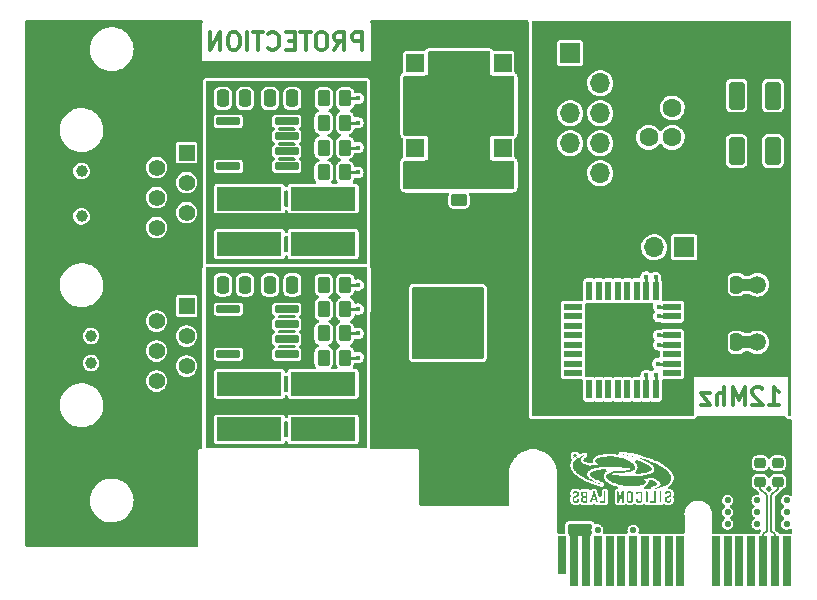
<source format=gbl>
G04 #@! TF.GenerationSoftware,KiCad,Pcbnew,6.0.9+dfsg-1*
G04 #@! TF.CreationDate,2023-01-25T21:24:39+01:00*
G04 #@! TF.ProjectId,siproslic,73697072-6f73-46c6-9963-2e6b69636164,rev?*
G04 #@! TF.SameCoordinates,Original*
G04 #@! TF.FileFunction,Copper,L4,Bot*
G04 #@! TF.FilePolarity,Positive*
%FSLAX46Y46*%
G04 Gerber Fmt 4.6, Leading zero omitted, Abs format (unit mm)*
G04 Created by KiCad (PCBNEW 6.0.9+dfsg-1) date 2023-01-25 21:24:39*
%MOMM*%
%LPD*%
G01*
G04 APERTURE LIST*
G04 Aperture macros list*
%AMRoundRect*
0 Rectangle with rounded corners*
0 $1 Rounding radius*
0 $2 $3 $4 $5 $6 $7 $8 $9 X,Y pos of 4 corners*
0 Add a 4 corners polygon primitive as box body*
4,1,4,$2,$3,$4,$5,$6,$7,$8,$9,$2,$3,0*
0 Add four circle primitives for the rounded corners*
1,1,$1+$1,$2,$3*
1,1,$1+$1,$4,$5*
1,1,$1+$1,$6,$7*
1,1,$1+$1,$8,$9*
0 Add four rect primitives between the rounded corners*
20,1,$1+$1,$2,$3,$4,$5,0*
20,1,$1+$1,$4,$5,$6,$7,0*
20,1,$1+$1,$6,$7,$8,$9,0*
20,1,$1+$1,$8,$9,$2,$3,0*%
G04 Aperture macros list end*
%ADD10C,0.300000*%
G04 #@! TA.AperFunction,NonConductor*
%ADD11C,0.300000*%
G04 #@! TD*
G04 #@! TA.AperFunction,SMDPad,CuDef*
%ADD12RoundRect,0.218750X0.256250X-0.218750X0.256250X0.218750X-0.256250X0.218750X-0.256250X-0.218750X0*%
G04 #@! TD*
G04 #@! TA.AperFunction,SMDPad,CuDef*
%ADD13RoundRect,0.218750X-0.256250X0.218750X-0.256250X-0.218750X0.256250X-0.218750X0.256250X0.218750X0*%
G04 #@! TD*
G04 #@! TA.AperFunction,ComponentPad*
%ADD14R,1.700000X1.700000*%
G04 #@! TD*
G04 #@! TA.AperFunction,ComponentPad*
%ADD15O,1.700000X1.700000*%
G04 #@! TD*
G04 #@! TA.AperFunction,ComponentPad*
%ADD16C,1.700000*%
G04 #@! TD*
G04 #@! TA.AperFunction,SMDPad,CuDef*
%ADD17RoundRect,0.250000X0.450000X-0.262500X0.450000X0.262500X-0.450000X0.262500X-0.450000X-0.262500X0*%
G04 #@! TD*
G04 #@! TA.AperFunction,ComponentPad*
%ADD18C,1.600000*%
G04 #@! TD*
G04 #@! TA.AperFunction,ComponentPad*
%ADD19R,1.600000X1.600000*%
G04 #@! TD*
G04 #@! TA.AperFunction,SMDPad,CuDef*
%ADD20RoundRect,0.037800X0.232200X-0.742200X0.232200X0.742200X-0.232200X0.742200X-0.232200X-0.742200X0*%
G04 #@! TD*
G04 #@! TA.AperFunction,SMDPad,CuDef*
%ADD21RoundRect,0.037800X0.742200X0.232200X-0.742200X0.232200X-0.742200X-0.232200X0.742200X-0.232200X0*%
G04 #@! TD*
G04 #@! TA.AperFunction,SMDPad,CuDef*
%ADD22RoundRect,0.042000X0.943000X0.258000X-0.943000X0.258000X-0.943000X-0.258000X0.943000X-0.258000X0*%
G04 #@! TD*
G04 #@! TA.AperFunction,ConnectorPad*
%ADD23R,0.700000X3.200000*%
G04 #@! TD*
G04 #@! TA.AperFunction,ConnectorPad*
%ADD24R,0.700000X4.200000*%
G04 #@! TD*
G04 #@! TA.AperFunction,ComponentPad*
%ADD25R,1.408000X1.408000*%
G04 #@! TD*
G04 #@! TA.AperFunction,ComponentPad*
%ADD26C,1.408000*%
G04 #@! TD*
G04 #@! TA.AperFunction,ComponentPad*
%ADD27C,1.500000*%
G04 #@! TD*
G04 #@! TA.AperFunction,ComponentPad*
%ADD28C,4.000000*%
G04 #@! TD*
G04 #@! TA.AperFunction,SMDPad,CuDef*
%ADD29RoundRect,0.250000X-0.262500X-0.450000X0.262500X-0.450000X0.262500X0.450000X-0.262500X0.450000X0*%
G04 #@! TD*
G04 #@! TA.AperFunction,SMDPad,CuDef*
%ADD30RoundRect,0.250000X-0.250000X-0.475000X0.250000X-0.475000X0.250000X0.475000X-0.250000X0.475000X0*%
G04 #@! TD*
G04 #@! TA.AperFunction,SMDPad,CuDef*
%ADD31RoundRect,0.250000X0.250000X0.475000X-0.250000X0.475000X-0.250000X-0.475000X0.250000X-0.475000X0*%
G04 #@! TD*
G04 #@! TA.AperFunction,SMDPad,CuDef*
%ADD32C,1.000000*%
G04 #@! TD*
G04 #@! TA.AperFunction,SMDPad,CuDef*
%ADD33RoundRect,0.250000X0.412500X0.925000X-0.412500X0.925000X-0.412500X-0.925000X0.412500X-0.925000X0*%
G04 #@! TD*
G04 #@! TA.AperFunction,SMDPad,CuDef*
%ADD34R,5.500000X2.000000*%
G04 #@! TD*
G04 #@! TA.AperFunction,ViaPad*
%ADD35C,0.450000*%
G04 #@! TD*
G04 #@! TA.AperFunction,ViaPad*
%ADD36C,1.000000*%
G04 #@! TD*
G04 #@! TA.AperFunction,ViaPad*
%ADD37C,0.550000*%
G04 #@! TD*
G04 #@! TA.AperFunction,Conductor*
%ADD38C,0.254000*%
G04 #@! TD*
G04 #@! TA.AperFunction,Conductor*
%ADD39C,0.200000*%
G04 #@! TD*
G04 #@! TA.AperFunction,Conductor*
%ADD40C,1.016000*%
G04 #@! TD*
G04 APERTURE END LIST*
D10*
D11*
X127637142Y-177403571D02*
X128494285Y-177403571D01*
X128065714Y-177403571D02*
X128065714Y-175903571D01*
X128208571Y-176117857D01*
X128351428Y-176260714D01*
X128494285Y-176332142D01*
X127065714Y-176046428D02*
X126994285Y-175975000D01*
X126851428Y-175903571D01*
X126494285Y-175903571D01*
X126351428Y-175975000D01*
X126280000Y-176046428D01*
X126208571Y-176189285D01*
X126208571Y-176332142D01*
X126280000Y-176546428D01*
X127137142Y-177403571D01*
X126208571Y-177403571D01*
X125565714Y-177403571D02*
X125565714Y-175903571D01*
X125065714Y-176975000D01*
X124565714Y-175903571D01*
X124565714Y-177403571D01*
X123851428Y-177403571D02*
X123851428Y-175903571D01*
X123208571Y-177403571D02*
X123208571Y-176617857D01*
X123280000Y-176475000D01*
X123422857Y-176403571D01*
X123637142Y-176403571D01*
X123780000Y-176475000D01*
X123851428Y-176546428D01*
X122637142Y-176403571D02*
X121851428Y-176403571D01*
X122637142Y-177403571D01*
X121851428Y-177403571D01*
D10*
D11*
X93172857Y-147353571D02*
X93172857Y-145853571D01*
X92601428Y-145853571D01*
X92458571Y-145925000D01*
X92387142Y-145996428D01*
X92315714Y-146139285D01*
X92315714Y-146353571D01*
X92387142Y-146496428D01*
X92458571Y-146567857D01*
X92601428Y-146639285D01*
X93172857Y-146639285D01*
X90815714Y-147353571D02*
X91315714Y-146639285D01*
X91672857Y-147353571D02*
X91672857Y-145853571D01*
X91101428Y-145853571D01*
X90958571Y-145925000D01*
X90887142Y-145996428D01*
X90815714Y-146139285D01*
X90815714Y-146353571D01*
X90887142Y-146496428D01*
X90958571Y-146567857D01*
X91101428Y-146639285D01*
X91672857Y-146639285D01*
X89887142Y-145853571D02*
X89601428Y-145853571D01*
X89458571Y-145925000D01*
X89315714Y-146067857D01*
X89244285Y-146353571D01*
X89244285Y-146853571D01*
X89315714Y-147139285D01*
X89458571Y-147282142D01*
X89601428Y-147353571D01*
X89887142Y-147353571D01*
X90030000Y-147282142D01*
X90172857Y-147139285D01*
X90244285Y-146853571D01*
X90244285Y-146353571D01*
X90172857Y-146067857D01*
X90030000Y-145925000D01*
X89887142Y-145853571D01*
X88815714Y-145853571D02*
X87958571Y-145853571D01*
X88387142Y-147353571D02*
X88387142Y-145853571D01*
X87458571Y-146567857D02*
X86958571Y-146567857D01*
X86744285Y-147353571D02*
X87458571Y-147353571D01*
X87458571Y-145853571D01*
X86744285Y-145853571D01*
X85244285Y-147210714D02*
X85315714Y-147282142D01*
X85530000Y-147353571D01*
X85672857Y-147353571D01*
X85887142Y-147282142D01*
X86030000Y-147139285D01*
X86101428Y-146996428D01*
X86172857Y-146710714D01*
X86172857Y-146496428D01*
X86101428Y-146210714D01*
X86030000Y-146067857D01*
X85887142Y-145925000D01*
X85672857Y-145853571D01*
X85530000Y-145853571D01*
X85315714Y-145925000D01*
X85244285Y-145996428D01*
X84815714Y-145853571D02*
X83958571Y-145853571D01*
X84387142Y-147353571D02*
X84387142Y-145853571D01*
X83458571Y-147353571D02*
X83458571Y-145853571D01*
X82458571Y-145853571D02*
X82172857Y-145853571D01*
X82030000Y-145925000D01*
X81887142Y-146067857D01*
X81815714Y-146353571D01*
X81815714Y-146853571D01*
X81887142Y-147139285D01*
X82030000Y-147282142D01*
X82172857Y-147353571D01*
X82458571Y-147353571D01*
X82601428Y-147282142D01*
X82744285Y-147139285D01*
X82815714Y-146853571D01*
X82815714Y-146353571D01*
X82744285Y-146067857D01*
X82601428Y-145925000D01*
X82458571Y-145853571D01*
X81172857Y-147353571D02*
X81172857Y-145853571D01*
X80315714Y-147353571D01*
X80315714Y-145853571D01*
G36*
X118031431Y-185686078D02*
G01*
X117569613Y-185686078D01*
X117569613Y-185540691D01*
X117903148Y-185540691D01*
X117903148Y-184745337D01*
X118031431Y-184745337D01*
X118031431Y-185686078D01*
G37*
G36*
X113101383Y-185482986D02*
G01*
X113118934Y-185543541D01*
X113133515Y-185593767D01*
X113144685Y-185632135D01*
X113152000Y-185657121D01*
X113155018Y-185667198D01*
X113154402Y-185671609D01*
X113145022Y-185675153D01*
X113123609Y-185676428D01*
X113087666Y-185675750D01*
X113016539Y-185673249D01*
X112957721Y-185472273D01*
X112686972Y-185472273D01*
X112678589Y-185504344D01*
X112678016Y-185506538D01*
X112671402Y-185532201D01*
X112662576Y-185566779D01*
X112653286Y-185603436D01*
X112650921Y-185612695D01*
X112642805Y-185642824D01*
X112636241Y-185664786D01*
X112632470Y-185674354D01*
X112631363Y-185674846D01*
X112617785Y-185676135D01*
X112592635Y-185676465D01*
X112560270Y-185675751D01*
X112491968Y-185673249D01*
X112587018Y-185337576D01*
X112728884Y-185337576D01*
X112735802Y-185339931D01*
X112756640Y-185342037D01*
X112788044Y-185343465D01*
X112826615Y-185343990D01*
X112924157Y-185343990D01*
X112904629Y-185273435D01*
X112896852Y-185245241D01*
X112884194Y-185199149D01*
X112870349Y-185148559D01*
X112857175Y-185100253D01*
X112856431Y-185097521D01*
X112845382Y-185058093D01*
X112835575Y-185025002D01*
X112828051Y-185001648D01*
X112823852Y-184991432D01*
X112823789Y-184991383D01*
X112820388Y-184998494D01*
X112813563Y-185019144D01*
X112804107Y-185050446D01*
X112792813Y-185089510D01*
X112780474Y-185133446D01*
X112767883Y-185179365D01*
X112755832Y-185224377D01*
X112745114Y-185265594D01*
X112736521Y-185300126D01*
X112730847Y-185325083D01*
X112728884Y-185337576D01*
X112587018Y-185337576D01*
X112614262Y-185241364D01*
X112622621Y-185211849D01*
X112646020Y-185129252D01*
X112668091Y-185051389D01*
X112688358Y-184979934D01*
X112706345Y-184916563D01*
X112721577Y-184862949D01*
X112733579Y-184820769D01*
X112741874Y-184791697D01*
X112745987Y-184777408D01*
X112755417Y-184745337D01*
X112888326Y-184745337D01*
X113019785Y-185200741D01*
X113035334Y-185254594D01*
X113059140Y-185336986D01*
X113061166Y-185343990D01*
X113081304Y-185413625D01*
X113101383Y-185482986D01*
G37*
G36*
X114847879Y-184747115D02*
G01*
X114914158Y-184749613D01*
X114916509Y-185040387D01*
X114918859Y-185331162D01*
X114979187Y-185194327D01*
X114994566Y-185159443D01*
X115022009Y-185097182D01*
X115051900Y-185029361D01*
X115081552Y-184962073D01*
X115108279Y-184901414D01*
X115177042Y-184745337D01*
X115311835Y-184745337D01*
X115311835Y-185686078D01*
X115175225Y-185686078D01*
X115172974Y-185393165D01*
X115170724Y-185100253D01*
X115073245Y-185322610D01*
X115046999Y-185382366D01*
X115020284Y-185442972D01*
X114995280Y-185499486D01*
X114973272Y-185549013D01*
X114955543Y-185588657D01*
X114943376Y-185615522D01*
X114910987Y-185686078D01*
X114781599Y-185686078D01*
X114781599Y-184744617D01*
X114847879Y-184747115D01*
G37*
G36*
X113780993Y-185686078D02*
G01*
X113319175Y-185686078D01*
X113319175Y-185540691D01*
X113652710Y-185540691D01*
X113652710Y-184745337D01*
X113780993Y-184745337D01*
X113780993Y-185686078D01*
G37*
G36*
X116839296Y-184778080D02*
G01*
X116841515Y-184779685D01*
X116855934Y-184790308D01*
X116867907Y-184800521D01*
X116877651Y-184811916D01*
X116885382Y-184826086D01*
X116891315Y-184844622D01*
X116895667Y-184869117D01*
X116898653Y-184901163D01*
X116900490Y-184942352D01*
X116901395Y-184994277D01*
X116901582Y-185058529D01*
X116901268Y-185136701D01*
X116900669Y-185230386D01*
X116898266Y-185596280D01*
X116877839Y-185624921D01*
X116875555Y-185628007D01*
X116853947Y-185651471D01*
X116830801Y-185669788D01*
X116823821Y-185673667D01*
X116811709Y-185678367D01*
X116795633Y-185681716D01*
X116772966Y-185683935D01*
X116741080Y-185685248D01*
X116697346Y-185685877D01*
X116639138Y-185686046D01*
X116589651Y-185685922D01*
X116537725Y-185685032D01*
X116498381Y-185682753D01*
X116469052Y-185678472D01*
X116447171Y-185671575D01*
X116430171Y-185661449D01*
X116415484Y-185647480D01*
X116400543Y-185629057D01*
X116397976Y-185625661D01*
X116388075Y-185610840D01*
X116381595Y-185595519D01*
X116377636Y-185575545D01*
X116375300Y-185546770D01*
X116373688Y-185505041D01*
X116370793Y-185412408D01*
X116509141Y-185412408D01*
X116509141Y-185540691D01*
X116765707Y-185540691D01*
X116765707Y-184882172D01*
X116509958Y-184882172D01*
X116507411Y-184935623D01*
X116504865Y-184989074D01*
X116438586Y-184991572D01*
X116372306Y-184994070D01*
X116372306Y-184929228D01*
X116373757Y-184894815D01*
X116383499Y-184845786D01*
X116403280Y-184807718D01*
X116434116Y-184778128D01*
X116437997Y-184775412D01*
X116448257Y-184769254D01*
X116460084Y-184764692D01*
X116476067Y-184761433D01*
X116498796Y-184759183D01*
X116530860Y-184757649D01*
X116574849Y-184756537D01*
X116633351Y-184755555D01*
X116804598Y-184752945D01*
X116839296Y-184778080D01*
G37*
G36*
X119303490Y-184767708D02*
G01*
X119307521Y-184770812D01*
X119329774Y-184789996D01*
X119345541Y-184809537D01*
X119355912Y-184832778D01*
X119361976Y-184863062D01*
X119364822Y-184903732D01*
X119365540Y-184958132D01*
X119365512Y-184975503D01*
X119364564Y-185019761D01*
X119361072Y-185055849D01*
X119353429Y-185085717D01*
X119340027Y-185111318D01*
X119319260Y-185134603D01*
X119289519Y-185157522D01*
X119249198Y-185182026D01*
X119196690Y-185210067D01*
X119130387Y-185243596D01*
X119100373Y-185258897D01*
X119058990Y-185280932D01*
X119024069Y-185300629D01*
X118998592Y-185316290D01*
X118985539Y-185326214D01*
X118980251Y-185333175D01*
X118974288Y-185346838D01*
X118970192Y-185367360D01*
X118967368Y-185398157D01*
X118965220Y-185442643D01*
X118961467Y-185540691D01*
X119228737Y-185540691D01*
X119228737Y-185412408D01*
X119365572Y-185412408D01*
X119365572Y-185485376D01*
X119363914Y-185529808D01*
X119355428Y-185580136D01*
X119338692Y-185618670D01*
X119312531Y-185647819D01*
X119275774Y-185669993D01*
X119264359Y-185674632D01*
X119247025Y-185679329D01*
X119224598Y-185682537D01*
X119194076Y-185684522D01*
X119152457Y-185685551D01*
X119096740Y-185685890D01*
X119045751Y-185685526D01*
X118991497Y-185683339D01*
X118949761Y-185678552D01*
X118917964Y-185670445D01*
X118893525Y-185658302D01*
X118873865Y-185641405D01*
X118856404Y-185619037D01*
X118855410Y-185617569D01*
X118848161Y-185606035D01*
X118842908Y-185594296D01*
X118839330Y-185579535D01*
X118837107Y-185558935D01*
X118835919Y-185529680D01*
X118835446Y-185488955D01*
X118835369Y-185433941D01*
X118835369Y-185433795D01*
X118835321Y-185377123D01*
X118836202Y-185331785D01*
X118839582Y-185295622D01*
X118847031Y-185266473D01*
X118860120Y-185242179D01*
X118880418Y-185220579D01*
X118909497Y-185199513D01*
X118948927Y-185176821D01*
X119000278Y-185150344D01*
X119065120Y-185117921D01*
X119096435Y-185101994D01*
X119137955Y-185080085D01*
X119172991Y-185060679D01*
X119198575Y-185045433D01*
X119211740Y-185036004D01*
X119212352Y-185035385D01*
X119220718Y-185023993D01*
X119225705Y-185008158D01*
X119228112Y-184983668D01*
X119228737Y-184946313D01*
X119228737Y-184873620D01*
X118982862Y-184873620D01*
X118977517Y-184900345D01*
X118973892Y-184926169D01*
X118972172Y-184955935D01*
X118972172Y-184984798D01*
X118833006Y-184984798D01*
X118837146Y-184905644D01*
X118840315Y-184866137D01*
X118846812Y-184825602D01*
X118855561Y-184798886D01*
X118864336Y-184783666D01*
X118875443Y-184770513D01*
X118890193Y-184760749D01*
X118910829Y-184753874D01*
X118939593Y-184749393D01*
X118978729Y-184746808D01*
X119030478Y-184745622D01*
X119097085Y-184745337D01*
X119274160Y-184745337D01*
X119303490Y-184767708D01*
G37*
G36*
X118501801Y-185677526D02*
G01*
X118364966Y-185677526D01*
X118364966Y-184745337D01*
X118501801Y-184745337D01*
X118501801Y-185677526D01*
G37*
G36*
X112042111Y-185684351D02*
G01*
X111998221Y-185683823D01*
X111941470Y-185683009D01*
X111898152Y-185682028D01*
X111866022Y-185680666D01*
X111842834Y-185678705D01*
X111826339Y-185675931D01*
X111814292Y-185672127D01*
X111804445Y-185667078D01*
X111794553Y-185660568D01*
X111780871Y-185650671D01*
X111761160Y-185632716D01*
X111747023Y-185612127D01*
X111737574Y-185586017D01*
X111731923Y-185551501D01*
X111731277Y-185540691D01*
X111865303Y-185540691D01*
X112121869Y-185540691D01*
X112121869Y-185284125D01*
X111865303Y-185284125D01*
X111865303Y-185540691D01*
X111731277Y-185540691D01*
X111729184Y-185505690D01*
X111728468Y-185445700D01*
X111728468Y-185314553D01*
X111777375Y-185265130D01*
X111826283Y-185215707D01*
X111777375Y-185166284D01*
X111750117Y-185138738D01*
X111865303Y-185138738D01*
X112121869Y-185138738D01*
X112121869Y-184882172D01*
X111865303Y-184882172D01*
X111865303Y-185138738D01*
X111750117Y-185138738D01*
X111728468Y-185116861D01*
X111728468Y-184990119D01*
X111728624Y-184958235D01*
X111730180Y-184906423D01*
X111734119Y-184867267D01*
X111741309Y-184837836D01*
X111752618Y-184815195D01*
X111768913Y-184796411D01*
X111791063Y-184778552D01*
X111825108Y-184753889D01*
X112258704Y-184753889D01*
X112258704Y-185686901D01*
X112042111Y-185684351D01*
G37*
G36*
X117302357Y-184747115D02*
G01*
X117368636Y-184749613D01*
X117370848Y-185213569D01*
X117373060Y-185677526D01*
X117236077Y-185677526D01*
X117236077Y-184744617D01*
X117302357Y-184747115D01*
G37*
G36*
X111270760Y-181850719D02*
G01*
X111262179Y-181850314D01*
X111253610Y-181845997D01*
X111250073Y-181833336D01*
X111249379Y-181807958D01*
X111249179Y-181790876D01*
X111247027Y-181773695D01*
X111240716Y-181766593D01*
X111228065Y-181765197D01*
X111214001Y-181768458D01*
X111198076Y-181781682D01*
X111178890Y-181807804D01*
X111176429Y-181811535D01*
X111158634Y-181835320D01*
X111143637Y-181847240D01*
X111127511Y-181850565D01*
X111111385Y-181849388D01*
X111103992Y-181846032D01*
X111107382Y-181838538D01*
X111117842Y-181820386D01*
X111132909Y-181796141D01*
X111135351Y-181792318D01*
X111149654Y-181768975D01*
X111155528Y-181755315D01*
X111153909Y-181747301D01*
X111145737Y-181740891D01*
X111135105Y-181729074D01*
X111129805Y-181702258D01*
X111157982Y-181702258D01*
X111163858Y-181718160D01*
X111164865Y-181719256D01*
X111182973Y-181727820D01*
X111211942Y-181730988D01*
X111224765Y-181730873D01*
X111241575Y-181728704D01*
X111248212Y-181721265D01*
X111249379Y-181705332D01*
X111249211Y-181696544D01*
X111246047Y-181685024D01*
X111235191Y-181680475D01*
X111211942Y-181679675D01*
X111189189Y-181681536D01*
X111167106Y-181689506D01*
X111157982Y-181702258D01*
X111129805Y-181702258D01*
X111129649Y-181701468D01*
X111130198Y-181691006D01*
X111137590Y-181669319D01*
X111155268Y-181655284D01*
X111185338Y-181647725D01*
X111229902Y-181645466D01*
X111292140Y-181645466D01*
X111292140Y-181850719D01*
X111270760Y-181850719D01*
G37*
G36*
X115136496Y-181584774D02*
G01*
X115174177Y-181589355D01*
X115228721Y-181596703D01*
X115300131Y-181606846D01*
X115537817Y-181643395D01*
X115927765Y-181713258D01*
X116304155Y-181793471D01*
X116667035Y-181884047D01*
X117016452Y-181985000D01*
X117352452Y-182096342D01*
X117675084Y-182218087D01*
X117984394Y-182350247D01*
X118015149Y-182364299D01*
X118206958Y-182456389D01*
X118385864Y-182550218D01*
X118551172Y-182645347D01*
X118702185Y-182741336D01*
X118838207Y-182837747D01*
X118958540Y-182934139D01*
X119062489Y-183030075D01*
X119120968Y-183091845D01*
X119199405Y-183188124D01*
X119262752Y-183284412D01*
X119310806Y-183380070D01*
X119343365Y-183474457D01*
X119360224Y-183566933D01*
X119361183Y-183656858D01*
X119346037Y-183743591D01*
X119314585Y-183826492D01*
X119281435Y-183884423D01*
X119227070Y-183957765D01*
X119160654Y-184029781D01*
X119084774Y-184097721D01*
X119002019Y-184158832D01*
X118962395Y-184183571D01*
X118901058Y-184218045D01*
X118831654Y-184253841D01*
X118758758Y-184288705D01*
X118686946Y-184320383D01*
X118620795Y-184346620D01*
X118534411Y-184376321D01*
X118424067Y-184409732D01*
X118303825Y-184442076D01*
X118177501Y-184472390D01*
X118048907Y-184499713D01*
X117921858Y-184523081D01*
X117877093Y-184530466D01*
X117844382Y-184535295D01*
X117825956Y-184536915D01*
X117822147Y-184534991D01*
X117833292Y-184529191D01*
X117859723Y-184519178D01*
X117901776Y-184504620D01*
X117959785Y-184485183D01*
X118054499Y-184451743D01*
X118159619Y-184408726D01*
X118248319Y-184364829D01*
X118320976Y-184319840D01*
X118377968Y-184273544D01*
X118419675Y-184225729D01*
X118431488Y-184206934D01*
X118443357Y-184176381D01*
X118448848Y-184137917D01*
X118447066Y-184094499D01*
X118430201Y-184038407D01*
X118397531Y-183984622D01*
X118349792Y-183934654D01*
X118304029Y-183897115D01*
X118247662Y-183854012D01*
X118185007Y-183808424D01*
X118120330Y-183763386D01*
X118057896Y-183721934D01*
X118001971Y-183687105D01*
X117981103Y-183674879D01*
X117936602Y-183649825D01*
X117890056Y-183624729D01*
X117844284Y-183601004D01*
X117802104Y-183580069D01*
X117766337Y-183563338D01*
X117739802Y-183552227D01*
X117725317Y-183548154D01*
X117724672Y-183548213D01*
X117711852Y-183550764D01*
X117684999Y-183556705D01*
X117646320Y-183565513D01*
X117598017Y-183576669D01*
X117542295Y-183589652D01*
X117481357Y-183603941D01*
X117417407Y-183619016D01*
X117352651Y-183634356D01*
X117289291Y-183649440D01*
X117229531Y-183663748D01*
X117175576Y-183676760D01*
X117129629Y-183687954D01*
X117093895Y-183696810D01*
X117070578Y-183702808D01*
X117037637Y-183711650D01*
X117113339Y-183766583D01*
X117154665Y-183798007D01*
X117189173Y-183828752D01*
X117211650Y-183855973D01*
X117223849Y-183881849D01*
X117227525Y-183908562D01*
X117227460Y-183914300D01*
X117223815Y-183945030D01*
X117212935Y-183972518D01*
X117192533Y-184001071D01*
X117160318Y-184034997D01*
X117104672Y-184080692D01*
X117030007Y-184125434D01*
X116941172Y-184165449D01*
X116839391Y-184200562D01*
X116725887Y-184230597D01*
X116601886Y-184255378D01*
X116468611Y-184274731D01*
X116327286Y-184288479D01*
X116179134Y-184296447D01*
X116025380Y-184298460D01*
X115867248Y-184294341D01*
X115705961Y-184283916D01*
X115542744Y-184267009D01*
X115378671Y-184244495D01*
X115168061Y-184208356D01*
X114969584Y-184165683D01*
X114783765Y-184116665D01*
X114611133Y-184061491D01*
X114452216Y-184000351D01*
X114307540Y-183933435D01*
X114177633Y-183860932D01*
X114063023Y-183783031D01*
X113964237Y-183699922D01*
X113910308Y-183640979D01*
X113870652Y-183579605D01*
X113846411Y-183517730D01*
X113837885Y-183456491D01*
X113845376Y-183397026D01*
X113869184Y-183340473D01*
X113872860Y-183334396D01*
X113915121Y-183281435D01*
X113973180Y-183231990D01*
X114046114Y-183186451D01*
X114132999Y-183145207D01*
X114232912Y-183108651D01*
X114344928Y-183077171D01*
X114468123Y-183051158D01*
X114601575Y-183031003D01*
X114613275Y-183029593D01*
X114656469Y-183024961D01*
X114706033Y-183020513D01*
X114763501Y-183016154D01*
X114830403Y-183011788D01*
X114908272Y-183007322D01*
X114998642Y-183002658D01*
X115103045Y-182997702D01*
X115223012Y-182992359D01*
X115332700Y-182986642D01*
X115442176Y-182978391D01*
X115538194Y-182967951D01*
X115622646Y-182955028D01*
X115697423Y-182939327D01*
X115764419Y-182920553D01*
X115825524Y-182898410D01*
X115854669Y-182885859D01*
X115888724Y-182869606D01*
X115918973Y-182853634D01*
X115942459Y-182839609D01*
X115956226Y-182829199D01*
X115957321Y-182824070D01*
X115955548Y-182823655D01*
X115939931Y-182820728D01*
X115910901Y-182815635D01*
X115871063Y-182808820D01*
X115823021Y-182800732D01*
X115769377Y-182791817D01*
X115663855Y-182774838D01*
X115328463Y-182727159D01*
X115004446Y-182691024D01*
X114690874Y-182666406D01*
X114386819Y-182653275D01*
X114091353Y-182651603D01*
X113803548Y-182661363D01*
X113522475Y-182682526D01*
X113247207Y-182715063D01*
X113191977Y-182723030D01*
X113054903Y-182745145D01*
X112932825Y-182768629D01*
X112824221Y-182793858D01*
X112727570Y-182821208D01*
X112641351Y-182851056D01*
X112564044Y-182883775D01*
X112558044Y-182886596D01*
X112461430Y-182937869D01*
X112381435Y-182992306D01*
X112318099Y-183049792D01*
X112271459Y-183110212D01*
X112241556Y-183173451D01*
X112228429Y-183239396D01*
X112232116Y-183307931D01*
X112252658Y-183378941D01*
X112290092Y-183452312D01*
X112344458Y-183527930D01*
X112349750Y-183534297D01*
X112411419Y-183598786D01*
X112488757Y-183664991D01*
X112580620Y-183732253D01*
X112685862Y-183799912D01*
X112803341Y-183867306D01*
X112931910Y-183933777D01*
X113070425Y-183998663D01*
X113217742Y-184061305D01*
X113372716Y-184121042D01*
X113377550Y-184122819D01*
X113414598Y-184136823D01*
X113444285Y-184148709D01*
X113463693Y-184157269D01*
X113469906Y-184161295D01*
X113468605Y-184161360D01*
X113454683Y-184158120D01*
X113427275Y-184150272D01*
X113388404Y-184138475D01*
X113340095Y-184123387D01*
X113284372Y-184105666D01*
X113223259Y-184085971D01*
X113158781Y-184064961D01*
X113092962Y-184043293D01*
X113027825Y-184021627D01*
X112965396Y-184000620D01*
X112907699Y-183980931D01*
X112856757Y-183963219D01*
X112814596Y-183948141D01*
X112632281Y-183878728D01*
X112381807Y-183772965D01*
X112142481Y-183658909D01*
X111911411Y-183535156D01*
X111685707Y-183400303D01*
X111632335Y-183365441D01*
X111546990Y-183304845D01*
X111462653Y-183239522D01*
X111382955Y-183172444D01*
X111311526Y-183106587D01*
X111251995Y-183044926D01*
X111234483Y-183025030D01*
X111153317Y-182922622D01*
X111088987Y-182822289D01*
X111041500Y-182724104D01*
X111010860Y-182628138D01*
X110997073Y-182534465D01*
X111000145Y-182443157D01*
X111020081Y-182354285D01*
X111056887Y-182267922D01*
X111110567Y-182184140D01*
X111181128Y-182103012D01*
X111182782Y-182101347D01*
X111273568Y-182020797D01*
X111380440Y-181945301D01*
X111503100Y-181875013D01*
X111641251Y-181810088D01*
X111794595Y-181750680D01*
X111962835Y-181696944D01*
X111981137Y-181691743D01*
X112011411Y-181683645D01*
X112032833Y-181678601D01*
X112041636Y-181677540D01*
X112039396Y-181679728D01*
X112025197Y-181688111D01*
X112000731Y-181701037D01*
X111969157Y-181716793D01*
X111906554Y-181750333D01*
X111829714Y-181802541D01*
X111768141Y-181859336D01*
X111722238Y-181920248D01*
X111692413Y-181984809D01*
X111679071Y-182052549D01*
X111678088Y-182069046D01*
X111678674Y-182100090D01*
X111684603Y-182126877D01*
X111697407Y-182158237D01*
X111698507Y-182160627D01*
X111731370Y-182220697D01*
X111771442Y-182272551D01*
X111821192Y-182318482D01*
X111883085Y-182360781D01*
X111959589Y-182401738D01*
X111978429Y-182410648D01*
X112001671Y-182420885D01*
X112027445Y-182431251D01*
X112057729Y-182442425D01*
X112094505Y-182455085D01*
X112139753Y-182469909D01*
X112195454Y-182487576D01*
X112263588Y-182508764D01*
X112346135Y-182534152D01*
X112446395Y-182564883D01*
X112581320Y-182543786D01*
X112613608Y-182538765D01*
X112669923Y-182530084D01*
X112736009Y-182519959D01*
X112807720Y-182509026D01*
X112880909Y-182497916D01*
X112951431Y-182487262D01*
X112958968Y-182486126D01*
X113019652Y-182476898D01*
X113074308Y-182468451D01*
X113120757Y-182461131D01*
X113156822Y-182455286D01*
X113180325Y-182451263D01*
X113189088Y-182449409D01*
X113183192Y-182444591D01*
X113165149Y-182433155D01*
X113137764Y-182416824D01*
X113103849Y-182397318D01*
X113045058Y-182361644D01*
X112987895Y-182319508D01*
X112946677Y-182278300D01*
X112920872Y-182237122D01*
X112909949Y-182195076D01*
X112913375Y-182151264D01*
X112930618Y-182104785D01*
X112931790Y-182102467D01*
X112968268Y-182048816D01*
X113019961Y-181999284D01*
X113085311Y-181954935D01*
X113162763Y-181916834D01*
X113250758Y-181886044D01*
X113389910Y-181850047D01*
X113586900Y-181812023D01*
X113790315Y-181786651D01*
X113998447Y-181773686D01*
X114209590Y-181772884D01*
X114422034Y-181784003D01*
X114634072Y-181806798D01*
X114843997Y-181841027D01*
X115050100Y-181886445D01*
X115250674Y-181942810D01*
X115444011Y-182009877D01*
X115628403Y-182087404D01*
X115802143Y-182175146D01*
X115963522Y-182272860D01*
X115998438Y-182296596D01*
X116087588Y-182363738D01*
X116160269Y-182429564D01*
X116216865Y-182494560D01*
X116257764Y-182559215D01*
X116283351Y-182624013D01*
X116294013Y-182689443D01*
X116294362Y-182698851D01*
X116290323Y-182752771D01*
X116274537Y-182801827D01*
X116245505Y-182849425D01*
X116201726Y-182898969D01*
X116177934Y-182921360D01*
X116146652Y-182945667D01*
X116109982Y-182967845D01*
X116062458Y-182991524D01*
X116011653Y-183014461D01*
X115942224Y-183042628D01*
X115872924Y-183066503D01*
X115801603Y-183086475D01*
X115726111Y-183102936D01*
X115644301Y-183116276D01*
X115554023Y-183126885D01*
X115453128Y-183135154D01*
X115339466Y-183141472D01*
X115210889Y-183146232D01*
X115098523Y-183149871D01*
X114966888Y-183155020D01*
X114849916Y-183160813D01*
X114746233Y-183167426D01*
X114654461Y-183175033D01*
X114573224Y-183183809D01*
X114501147Y-183193929D01*
X114436852Y-183205567D01*
X114378965Y-183218899D01*
X114326109Y-183234099D01*
X114276907Y-183251342D01*
X114229983Y-183270802D01*
X114195774Y-183286061D01*
X114251364Y-183296943D01*
X114310572Y-183307983D01*
X114407834Y-183324408D01*
X114516590Y-183341128D01*
X114633551Y-183357715D01*
X114755427Y-183373742D01*
X114878931Y-183388780D01*
X115000772Y-183402403D01*
X115117663Y-183414183D01*
X115226313Y-183423691D01*
X115356848Y-183433170D01*
X115634868Y-183447520D01*
X115913063Y-183454177D01*
X116187575Y-183453133D01*
X116454545Y-183444376D01*
X116710118Y-183427894D01*
X116775829Y-183421712D01*
X116895152Y-183406768D01*
X117016351Y-183387233D01*
X117136713Y-183363750D01*
X117253527Y-183336962D01*
X117364082Y-183307511D01*
X117465668Y-183276039D01*
X117555571Y-183243190D01*
X117631082Y-183209607D01*
X117658349Y-183195592D01*
X117741016Y-183147230D01*
X117807549Y-183097708D01*
X117858698Y-183046167D01*
X117895215Y-182991750D01*
X117917850Y-182933596D01*
X117927355Y-182870848D01*
X117927551Y-182839259D01*
X117920028Y-182782059D01*
X117901297Y-182726121D01*
X117870301Y-182669289D01*
X117825983Y-182609406D01*
X117767285Y-182544315D01*
X117759207Y-182536028D01*
X117710489Y-182488620D01*
X117660429Y-182444800D01*
X117606934Y-182403189D01*
X117547912Y-182362406D01*
X117481270Y-182321071D01*
X117404915Y-182277806D01*
X117316755Y-182231229D01*
X117214697Y-182179962D01*
X117108685Y-182129250D01*
X116962848Y-182064525D01*
X116813199Y-182004023D01*
X116658263Y-181947314D01*
X116496563Y-181893966D01*
X116326622Y-181843546D01*
X116146963Y-181795622D01*
X115956110Y-181749762D01*
X115752586Y-181705535D01*
X115534914Y-181662508D01*
X115301618Y-181620249D01*
X115264349Y-181613722D01*
X115200921Y-181602326D01*
X115154336Y-181593519D01*
X115124598Y-181587331D01*
X115111710Y-181583792D01*
X115115675Y-181582929D01*
X115136496Y-181584774D01*
G37*
G36*
X111382390Y-181782386D02*
G01*
X111366488Y-181834007D01*
X111336572Y-181875962D01*
X111292933Y-181907790D01*
X111279688Y-181914178D01*
X111244673Y-181924621D01*
X111201964Y-181927689D01*
X111186547Y-181927490D01*
X111157869Y-181924560D01*
X111134337Y-181916183D01*
X111107584Y-181899894D01*
X111099567Y-181894164D01*
X111062302Y-181856642D01*
X111037799Y-181811913D01*
X111026438Y-181763181D01*
X111028049Y-181726232D01*
X111063355Y-181726232D01*
X111064231Y-181772003D01*
X111077782Y-181815761D01*
X111102835Y-181853362D01*
X111138218Y-181880661D01*
X111138884Y-181880997D01*
X111164315Y-181888485D01*
X111198082Y-181892336D01*
X111232012Y-181892096D01*
X111257932Y-181887309D01*
X111291226Y-181868335D01*
X111322846Y-181835016D01*
X111344179Y-181793929D01*
X111352006Y-181749778D01*
X111352005Y-181749503D01*
X111344027Y-181705181D01*
X111322396Y-181665143D01*
X111290262Y-181632587D01*
X111250775Y-181610709D01*
X111207086Y-181602705D01*
X111186649Y-181604601D01*
X111144766Y-181618655D01*
X111107202Y-181643438D01*
X111080155Y-181675399D01*
X111076325Y-181682593D01*
X111063355Y-181726232D01*
X111028049Y-181726232D01*
X111028598Y-181713649D01*
X111044659Y-181666521D01*
X111075000Y-181625000D01*
X111104412Y-181600614D01*
X111151829Y-181577487D01*
X111201699Y-181569164D01*
X111251276Y-181575185D01*
X111297814Y-181595088D01*
X111338570Y-181628411D01*
X111370798Y-181674694D01*
X111380350Y-181697600D01*
X111385122Y-181725345D01*
X111384767Y-181749778D01*
X111384587Y-181762178D01*
X111382390Y-181782386D01*
G37*
G36*
X116098274Y-185579250D02*
G01*
X116095462Y-185594416D01*
X116090273Y-185605126D01*
X116060715Y-185642524D01*
X116017391Y-185672629D01*
X116013578Y-185674436D01*
X115998439Y-185679126D01*
X115976583Y-185682429D01*
X115945415Y-185684545D01*
X115902340Y-185685677D01*
X115844765Y-185686025D01*
X115793763Y-185685799D01*
X115744910Y-185684570D01*
X115708085Y-185681802D01*
X115680501Y-185676974D01*
X115659376Y-185669564D01*
X115641925Y-185659050D01*
X115625364Y-185644911D01*
X115615363Y-185635408D01*
X115605630Y-185625207D01*
X115597698Y-185614294D01*
X115591381Y-185601030D01*
X115586497Y-185583775D01*
X115582861Y-185560891D01*
X115581138Y-185540691D01*
X115713788Y-185540691D01*
X115970353Y-185540691D01*
X115970353Y-184882172D01*
X115713788Y-184882172D01*
X115713788Y-185540691D01*
X115581138Y-185540691D01*
X115580289Y-185530738D01*
X115578598Y-185491677D01*
X115577602Y-185442069D01*
X115577119Y-185380274D01*
X115576964Y-185304654D01*
X115576953Y-185213568D01*
X115576953Y-184851387D01*
X115600397Y-184815230D01*
X115602023Y-184812744D01*
X115618666Y-184790329D01*
X115636802Y-184773435D01*
X115659028Y-184761306D01*
X115687940Y-184753187D01*
X115726136Y-184748322D01*
X115776214Y-184745957D01*
X115840769Y-184745337D01*
X115872755Y-184745452D01*
X115928060Y-184746482D01*
X115969047Y-184748685D01*
X115997581Y-184752186D01*
X116015527Y-184757112D01*
X116048226Y-184777583D01*
X116078287Y-184808295D01*
X116098092Y-184842106D01*
X116098165Y-184842305D01*
X116100858Y-184858574D01*
X116103105Y-184889517D01*
X116104916Y-184932865D01*
X116106298Y-184986347D01*
X116107259Y-185047694D01*
X116107807Y-185114636D01*
X116107950Y-185184904D01*
X116107695Y-185256228D01*
X116107052Y-185326339D01*
X116106027Y-185392966D01*
X116104629Y-185453841D01*
X116102866Y-185506692D01*
X116101172Y-185540691D01*
X116100745Y-185549252D01*
X116098274Y-185579250D01*
G37*
G36*
X111291872Y-184745355D02*
G01*
X111343351Y-184745578D01*
X111381628Y-184746251D01*
X111409247Y-184747615D01*
X111428752Y-184749910D01*
X111442686Y-184753377D01*
X111453594Y-184758254D01*
X111464020Y-184764783D01*
X111466194Y-184766291D01*
X111491288Y-184788177D01*
X111512322Y-184813085D01*
X111517695Y-184821534D01*
X111524054Y-184834931D01*
X111528154Y-184851357D01*
X111530477Y-184874331D01*
X111531510Y-184907370D01*
X111531736Y-184953992D01*
X111531702Y-184971475D01*
X111530790Y-185015956D01*
X111527414Y-185052169D01*
X111519971Y-185082102D01*
X111506854Y-185107746D01*
X111486460Y-185131089D01*
X111457184Y-185154120D01*
X111417421Y-185178829D01*
X111365567Y-185207205D01*
X111300017Y-185241237D01*
X111289010Y-185246914D01*
X111234576Y-185275613D01*
X111193942Y-185298362D01*
X111165590Y-185316098D01*
X111148004Y-185329760D01*
X111139663Y-185340284D01*
X111136878Y-185350047D01*
X111133236Y-185376150D01*
X111130741Y-185411487D01*
X111129815Y-185451295D01*
X111129815Y-185540691D01*
X111394933Y-185540691D01*
X111394933Y-185412408D01*
X111523215Y-185412408D01*
X111523215Y-185500941D01*
X111523013Y-185531923D01*
X111521695Y-185564032D01*
X111518538Y-185586328D01*
X111512841Y-185603074D01*
X111503904Y-185618534D01*
X111497603Y-185626713D01*
X111473910Y-185648917D01*
X111446503Y-185666835D01*
X111438925Y-185670542D01*
X111423951Y-185676634D01*
X111407314Y-185680894D01*
X111385925Y-185683646D01*
X111356698Y-185685212D01*
X111316543Y-185685915D01*
X111262374Y-185686078D01*
X111234180Y-185686046D01*
X111187187Y-185685662D01*
X111152713Y-185684581D01*
X111127670Y-185682480D01*
X111108969Y-185679038D01*
X111093524Y-185673930D01*
X111078245Y-185666835D01*
X111067725Y-185660861D01*
X111040709Y-185640394D01*
X111020843Y-185618534D01*
X111014697Y-185608617D01*
X111009433Y-185596903D01*
X111005794Y-185582139D01*
X111003482Y-185561515D01*
X111002200Y-185532221D01*
X111001649Y-185491444D01*
X111001532Y-185436375D01*
X111001558Y-185415317D01*
X111002166Y-185358743D01*
X111004062Y-185315792D01*
X111007877Y-185283822D01*
X111014244Y-185260189D01*
X111023795Y-185242251D01*
X111037161Y-185227365D01*
X111054974Y-185212888D01*
X111071238Y-185202564D01*
X111099937Y-185186253D01*
X111138071Y-185165589D01*
X111182680Y-185142177D01*
X111230800Y-185117622D01*
X111257645Y-185104032D01*
X111306102Y-185078795D01*
X111341509Y-185059040D01*
X111365610Y-185043698D01*
X111380151Y-185031700D01*
X111386877Y-185021976D01*
X111387091Y-185021391D01*
X111391050Y-185001744D01*
X111393863Y-184971589D01*
X111394933Y-184937204D01*
X111394933Y-184873620D01*
X111129815Y-184873620D01*
X111129815Y-184984798D01*
X111001532Y-184984798D01*
X111002015Y-184914243D01*
X111002359Y-184894942D01*
X111006213Y-184846496D01*
X111015086Y-184810702D01*
X111029999Y-184784512D01*
X111051972Y-184764876D01*
X111057784Y-184761079D01*
X111068187Y-184755455D01*
X111080418Y-184751358D01*
X111097022Y-184748547D01*
X111120546Y-184746780D01*
X111153536Y-184745818D01*
X111198538Y-184745417D01*
X111258098Y-184745337D01*
X111291872Y-184745355D01*
G37*
D12*
X128375000Y-183912500D03*
X128375000Y-182337500D03*
D13*
X126875000Y-182337500D03*
X126875000Y-183912500D03*
D14*
X110800000Y-147640000D03*
D15*
X113340000Y-147640000D03*
X110800000Y-150180000D03*
X113340000Y-150180000D03*
X110800000Y-152720000D03*
X113340000Y-152720000D03*
X110800000Y-155260000D03*
X113340000Y-155260000D03*
D16*
X110800000Y-157800000D03*
D15*
X113340000Y-157800000D03*
D17*
X101375000Y-160087500D03*
X101375000Y-158262500D03*
D18*
X97675000Y-158175000D03*
D19*
X97675000Y-155675000D03*
D18*
X97675000Y-150975000D03*
D19*
X97675000Y-148475000D03*
X105075000Y-148475000D03*
D18*
X105075000Y-150975000D03*
D19*
X105075000Y-155675000D03*
D18*
X105075000Y-158175000D03*
D20*
X118022500Y-167745000D03*
X117222500Y-167745000D03*
X116422500Y-167745000D03*
X115622500Y-167745000D03*
X114822500Y-167745000D03*
X114022500Y-167745000D03*
X113222500Y-167745000D03*
X112422500Y-167745000D03*
D21*
X111042500Y-169125000D03*
X111042500Y-169925000D03*
X111042500Y-170725000D03*
X111042500Y-171525000D03*
X111042500Y-172325000D03*
X111042500Y-173125000D03*
X111042500Y-173925000D03*
X111042500Y-174725000D03*
D20*
X112422500Y-176105000D03*
X113222500Y-176105000D03*
X114022500Y-176105000D03*
X114822500Y-176105000D03*
X115622500Y-176105000D03*
X116422500Y-176105000D03*
X117222500Y-176105000D03*
X118022500Y-176105000D03*
D21*
X119402500Y-174725000D03*
X119402500Y-173925000D03*
X119402500Y-173125000D03*
X119402500Y-172325000D03*
X119402500Y-171525000D03*
X119402500Y-170725000D03*
X119402500Y-169925000D03*
X119402500Y-169125000D03*
D22*
X86795000Y-169305000D03*
X86795000Y-170575000D03*
X86795000Y-171845000D03*
X86795000Y-173115000D03*
X81855000Y-173115000D03*
X81855000Y-171845000D03*
X81855000Y-170575000D03*
X81855000Y-169305000D03*
X86795000Y-153420000D03*
X86795000Y-154690000D03*
X86795000Y-155960000D03*
X86795000Y-157230000D03*
X81855000Y-157230000D03*
X81855000Y-155960000D03*
X81855000Y-154690000D03*
X81855000Y-153420000D03*
D23*
X110125000Y-190125000D03*
D24*
X111125000Y-190625000D03*
X112125000Y-190625000D03*
X113125000Y-190625000D03*
X114125000Y-190625000D03*
X115125000Y-190625000D03*
X116125000Y-190625000D03*
X117125000Y-190625000D03*
X118125000Y-190625000D03*
X119125000Y-190625000D03*
X120125000Y-190625000D03*
X123125000Y-190625000D03*
X124125000Y-190625000D03*
X125125000Y-190625000D03*
X126125000Y-190625000D03*
X127125000Y-190625000D03*
X128125000Y-190625000D03*
X129125000Y-190625000D03*
D25*
X78315000Y-156050000D03*
X78315000Y-169050000D03*
D26*
X75775000Y-170320000D03*
X75775000Y-157320000D03*
X78315000Y-158590000D03*
X78315000Y-171590000D03*
X75775000Y-159860000D03*
X75775000Y-172860000D03*
X78315000Y-174130000D03*
X78315000Y-161130000D03*
X75775000Y-162400000D03*
X75775000Y-175400000D03*
D27*
X126625000Y-172125000D03*
X126625000Y-167245000D03*
D19*
X117437500Y-152275000D03*
D18*
X117437500Y-154775000D03*
X119437500Y-154775000D03*
X119437500Y-152275000D03*
D28*
X122297500Y-147525000D03*
X122297500Y-159525000D03*
D29*
X91737500Y-171360000D03*
X89912500Y-171360000D03*
X91750000Y-167260000D03*
X89925000Y-167260000D03*
X91750000Y-151475000D03*
X89925000Y-151475000D03*
D30*
X83275000Y-167260000D03*
X81375000Y-167260000D03*
D29*
X89912500Y-155625000D03*
X91737500Y-155625000D03*
X91737500Y-153525000D03*
X89912500Y-153525000D03*
D30*
X87275000Y-151475000D03*
X85375000Y-151475000D03*
D31*
X124875000Y-172125000D03*
X122975000Y-172125000D03*
D32*
X70225000Y-173875000D03*
D29*
X89912500Y-157725000D03*
X91737500Y-157725000D03*
D33*
X127962500Y-155925000D03*
X124887500Y-155925000D03*
D14*
X120450000Y-164075000D03*
D15*
X117910000Y-164075000D03*
D34*
X89875000Y-159945000D03*
X89875000Y-163805000D03*
D29*
X91737500Y-173410000D03*
X89912500Y-173410000D03*
D30*
X87275000Y-167260000D03*
X85375000Y-167260000D03*
X83275000Y-151475000D03*
X81375000Y-151475000D03*
D32*
X69425000Y-157625000D03*
X69425000Y-161450000D03*
D31*
X124875000Y-167225000D03*
X122975000Y-167225000D03*
D32*
X70225000Y-171575000D03*
D34*
X83625000Y-159945000D03*
X83625000Y-163805000D03*
X89875000Y-175630000D03*
X89875000Y-179490000D03*
D33*
X127962500Y-151225000D03*
X124887500Y-151225000D03*
D29*
X91750000Y-169310000D03*
X89925000Y-169310000D03*
D34*
X83625000Y-179490000D03*
X83625000Y-175630000D03*
D35*
X118022500Y-174925000D03*
X117225000Y-174925000D03*
X118225000Y-173925000D03*
X118022500Y-166622500D03*
X117225000Y-166575000D03*
D36*
X84325000Y-157875000D03*
X84330000Y-173760000D03*
X100425000Y-170475000D03*
D35*
X97675000Y-167725000D03*
X97675000Y-173225000D03*
X103175000Y-173225000D03*
X103175000Y-167725000D03*
X118275000Y-169925000D03*
X118275000Y-169125000D03*
X92837500Y-173410000D03*
X92837500Y-171360000D03*
X92837500Y-169310000D03*
X92837500Y-167260000D03*
X92837500Y-151475000D03*
X92825000Y-153525000D03*
X92825000Y-155625000D03*
X92825000Y-157725000D03*
D37*
X124125000Y-185500000D03*
X129125000Y-185500000D03*
X126625000Y-185500000D03*
X124125000Y-186500000D03*
X126625000Y-186500000D03*
X129125000Y-187500000D03*
X126625000Y-187500000D03*
X116125000Y-188025000D03*
X113125000Y-188000000D03*
X129125000Y-186500000D03*
X124125000Y-187500000D03*
D35*
X129275000Y-162325000D03*
X121025000Y-178125000D03*
D37*
X112125000Y-188000000D03*
X111125000Y-188000000D03*
D35*
X118275000Y-171525000D03*
X118275000Y-172325000D03*
D38*
X119402500Y-173925000D02*
X118225000Y-173925000D01*
X118022500Y-176105000D02*
X118022500Y-174925000D01*
X117222500Y-176105000D02*
X117222500Y-174927500D01*
X117222500Y-174927500D02*
X117225000Y-174925000D01*
X117225000Y-166575000D02*
X117222500Y-166577500D01*
X117222500Y-166577500D02*
X117222500Y-167745000D01*
X118022500Y-166622500D02*
X118022500Y-167745000D01*
X118275000Y-169925000D02*
X119402500Y-169925000D01*
X118275000Y-169125000D02*
X119402500Y-169125000D01*
X119402500Y-172325000D02*
X118275000Y-172325000D01*
X119402500Y-171525000D02*
X118275000Y-171525000D01*
X91737500Y-173410000D02*
X92837500Y-173410000D01*
X91737500Y-171360000D02*
X92837500Y-171360000D01*
X91750000Y-169310000D02*
X92837500Y-169310000D01*
X91750000Y-167260000D02*
X92837500Y-167260000D01*
X91750000Y-151475000D02*
X92837500Y-151475000D01*
X91737500Y-153525000D02*
X92825000Y-153525000D01*
X91737500Y-155625000D02*
X92825000Y-155625000D01*
X91737500Y-157725000D02*
X92825000Y-157725000D01*
D39*
X127425000Y-185050000D02*
X127425000Y-188075000D01*
X127425000Y-188075000D02*
X127125000Y-188375000D01*
X127125000Y-188375000D02*
X127125000Y-190625000D01*
X126875000Y-183912500D02*
X126875000Y-184500000D01*
X126875000Y-184500000D02*
X127425000Y-185050000D01*
X127825000Y-188075000D02*
X128125000Y-188375000D01*
X128375000Y-183912500D02*
X128375000Y-184500000D01*
X128125000Y-188375000D02*
X128125000Y-190625000D01*
X128375000Y-184500000D02*
X127825000Y-185050000D01*
X127825000Y-185050000D02*
X127825000Y-188075000D01*
D40*
X125025000Y-172125000D02*
X126625000Y-172125000D01*
X125055000Y-167245000D02*
X126625000Y-167245000D01*
G04 #@! TA.AperFunction,Conductor*
G36*
X112567121Y-187520002D02*
G01*
X112613614Y-187573658D01*
X112625000Y-187626000D01*
X112625000Y-187798394D01*
X112615409Y-187846611D01*
X112609129Y-187861773D01*
X112590931Y-188000000D01*
X112609129Y-188138227D01*
X112612288Y-188145853D01*
X112615409Y-188153387D01*
X112625000Y-188201606D01*
X112625000Y-188259265D01*
X112604998Y-188327386D01*
X112596055Y-188338483D01*
X112591516Y-188341516D01*
X112535266Y-188425699D01*
X112532845Y-188437871D01*
X112528559Y-188448218D01*
X112484010Y-188503499D01*
X112412150Y-188526000D01*
X110837849Y-188526000D01*
X110769728Y-188505998D01*
X110721439Y-188448216D01*
X110717156Y-188437874D01*
X110714734Y-188425699D01*
X110658484Y-188341516D01*
X110657986Y-188341183D01*
X110627879Y-188286048D01*
X110625000Y-188259265D01*
X110625000Y-187626000D01*
X110645002Y-187557879D01*
X110698658Y-187511386D01*
X110751000Y-187500000D01*
X112499000Y-187500000D01*
X112567121Y-187520002D01*
G37*
G04 #@! TD.AperFunction*
G04 #@! TA.AperFunction,Conductor*
G36*
X129462621Y-144899502D02*
G01*
X129509114Y-144953158D01*
X129520500Y-145005500D01*
X129520500Y-178249000D01*
X129500498Y-178317121D01*
X129446842Y-178363614D01*
X129394500Y-178375000D01*
X129355500Y-178375000D01*
X129287379Y-178354998D01*
X129240886Y-178301342D01*
X129229500Y-178249000D01*
X129229500Y-175038000D01*
X121277643Y-175038000D01*
X121277643Y-178249000D01*
X121257641Y-178317121D01*
X121203985Y-178363614D01*
X121151643Y-178375000D01*
X107651000Y-178375000D01*
X107582879Y-178354998D01*
X107536386Y-178301342D01*
X107525000Y-178249000D01*
X107525000Y-175000624D01*
X110008000Y-175000624D01*
X110011032Y-175026113D01*
X110014871Y-175034755D01*
X110014871Y-175034756D01*
X110041515Y-175094739D01*
X110055235Y-175125628D01*
X110093631Y-175163957D01*
X110124068Y-175194341D01*
X110124070Y-175194342D01*
X110132300Y-175202558D01*
X110231892Y-175246587D01*
X110248159Y-175248484D01*
X110253237Y-175249076D01*
X110253242Y-175249076D01*
X110256876Y-175249500D01*
X111772000Y-175249500D01*
X111840121Y-175269502D01*
X111886614Y-175323158D01*
X111898000Y-175375500D01*
X111898000Y-176890624D01*
X111901032Y-176916113D01*
X111945235Y-177015628D01*
X111983631Y-177053957D01*
X112014068Y-177084341D01*
X112014070Y-177084342D01*
X112022300Y-177092558D01*
X112121892Y-177136587D01*
X112138159Y-177138484D01*
X112143237Y-177139076D01*
X112143242Y-177139076D01*
X112146876Y-177139500D01*
X112698124Y-177139500D01*
X112707137Y-177138428D01*
X112714224Y-177137585D01*
X112714225Y-177137585D01*
X112723613Y-177136468D01*
X112771357Y-177115261D01*
X112841729Y-177105887D01*
X112873452Y-177115172D01*
X112913224Y-177132756D01*
X112913230Y-177132758D01*
X112921892Y-177136587D01*
X112938159Y-177138484D01*
X112943237Y-177139076D01*
X112943242Y-177139076D01*
X112946876Y-177139500D01*
X113498124Y-177139500D01*
X113507137Y-177138428D01*
X113514224Y-177137585D01*
X113514225Y-177137585D01*
X113523613Y-177136468D01*
X113571357Y-177115261D01*
X113641729Y-177105887D01*
X113673452Y-177115172D01*
X113713224Y-177132756D01*
X113713230Y-177132758D01*
X113721892Y-177136587D01*
X113738159Y-177138484D01*
X113743237Y-177139076D01*
X113743242Y-177139076D01*
X113746876Y-177139500D01*
X114298124Y-177139500D01*
X114307137Y-177138428D01*
X114314224Y-177137585D01*
X114314225Y-177137585D01*
X114323613Y-177136468D01*
X114371357Y-177115261D01*
X114441729Y-177105887D01*
X114473452Y-177115172D01*
X114513224Y-177132756D01*
X114513230Y-177132758D01*
X114521892Y-177136587D01*
X114538159Y-177138484D01*
X114543237Y-177139076D01*
X114543242Y-177139076D01*
X114546876Y-177139500D01*
X115098124Y-177139500D01*
X115107137Y-177138428D01*
X115114224Y-177137585D01*
X115114225Y-177137585D01*
X115123613Y-177136468D01*
X115171357Y-177115261D01*
X115241729Y-177105887D01*
X115273452Y-177115172D01*
X115313224Y-177132756D01*
X115313230Y-177132758D01*
X115321892Y-177136587D01*
X115338159Y-177138484D01*
X115343237Y-177139076D01*
X115343242Y-177139076D01*
X115346876Y-177139500D01*
X115898124Y-177139500D01*
X115907137Y-177138428D01*
X115914224Y-177137585D01*
X115914225Y-177137585D01*
X115923613Y-177136468D01*
X115971357Y-177115261D01*
X116041729Y-177105887D01*
X116073452Y-177115172D01*
X116113224Y-177132756D01*
X116113230Y-177132758D01*
X116121892Y-177136587D01*
X116138159Y-177138484D01*
X116143237Y-177139076D01*
X116143242Y-177139076D01*
X116146876Y-177139500D01*
X116698124Y-177139500D01*
X116707137Y-177138428D01*
X116714224Y-177137585D01*
X116714225Y-177137585D01*
X116723613Y-177136468D01*
X116771357Y-177115261D01*
X116841729Y-177105887D01*
X116873452Y-177115172D01*
X116913224Y-177132756D01*
X116913230Y-177132758D01*
X116921892Y-177136587D01*
X116938159Y-177138484D01*
X116943237Y-177139076D01*
X116943242Y-177139076D01*
X116946876Y-177139500D01*
X117498124Y-177139500D01*
X117507137Y-177138428D01*
X117514224Y-177137585D01*
X117514225Y-177137585D01*
X117523613Y-177136468D01*
X117571357Y-177115261D01*
X117641729Y-177105887D01*
X117673452Y-177115172D01*
X117713224Y-177132756D01*
X117713230Y-177132758D01*
X117721892Y-177136587D01*
X117738159Y-177138484D01*
X117743237Y-177139076D01*
X117743242Y-177139076D01*
X117746876Y-177139500D01*
X118298124Y-177139500D01*
X118311667Y-177137889D01*
X118314223Y-177137585D01*
X118323613Y-177136468D01*
X118392461Y-177105887D01*
X118412493Y-177096989D01*
X118423128Y-177092265D01*
X118461457Y-177053869D01*
X118491841Y-177023432D01*
X118491842Y-177023430D01*
X118500058Y-177015200D01*
X118544087Y-176915608D01*
X118547000Y-176890624D01*
X118547000Y-175375500D01*
X118567002Y-175307379D01*
X118620658Y-175260886D01*
X118673000Y-175249500D01*
X120188124Y-175249500D01*
X120201667Y-175247889D01*
X120204223Y-175247585D01*
X120213613Y-175246468D01*
X120298720Y-175208665D01*
X120302493Y-175206989D01*
X120313128Y-175202265D01*
X120351457Y-175163869D01*
X120381841Y-175133432D01*
X120381842Y-175133430D01*
X120390058Y-175125200D01*
X120434087Y-175025608D01*
X120437000Y-175000624D01*
X120437000Y-174449376D01*
X120433968Y-174423887D01*
X120412761Y-174376143D01*
X120403387Y-174305771D01*
X120412672Y-174274048D01*
X120430256Y-174234276D01*
X120430258Y-174234270D01*
X120434087Y-174225608D01*
X120437000Y-174200624D01*
X120437000Y-173649376D01*
X120433968Y-173623887D01*
X120412761Y-173576143D01*
X120403387Y-173505771D01*
X120412672Y-173474048D01*
X120430256Y-173434276D01*
X120430258Y-173434270D01*
X120434087Y-173425608D01*
X120437000Y-173400624D01*
X120437000Y-172849376D01*
X120433968Y-172823887D01*
X120412761Y-172776143D01*
X120403387Y-172705771D01*
X120412672Y-172674048D01*
X120424296Y-172647756D01*
X124120500Y-172647756D01*
X124127202Y-172709448D01*
X124129974Y-172716841D01*
X124129974Y-172716843D01*
X124140241Y-172744229D01*
X124177929Y-172844764D01*
X124183309Y-172851943D01*
X124183311Y-172851946D01*
X124215894Y-172895421D01*
X124264596Y-172960404D01*
X124271776Y-172965785D01*
X124373054Y-173041689D01*
X124373057Y-173041691D01*
X124380236Y-173047071D01*
X124435286Y-173067708D01*
X124508157Y-173095026D01*
X124508159Y-173095026D01*
X124515552Y-173097798D01*
X124523402Y-173098651D01*
X124523403Y-173098651D01*
X124573847Y-173104131D01*
X124577244Y-173104500D01*
X125172756Y-173104500D01*
X125176153Y-173104131D01*
X125226597Y-173098651D01*
X125226598Y-173098651D01*
X125234448Y-173097798D01*
X125241841Y-173095026D01*
X125241843Y-173095026D01*
X125314714Y-173067708D01*
X125369764Y-173047071D01*
X125376943Y-173041691D01*
X125376946Y-173041689D01*
X125478221Y-172965788D01*
X125478224Y-172965785D01*
X125485404Y-172960404D01*
X125490788Y-172953220D01*
X125490791Y-172953217D01*
X125502243Y-172937937D01*
X125559101Y-172895421D01*
X125603070Y-172887500D01*
X125924642Y-172887500D01*
X125992763Y-172907502D01*
X126006304Y-172917546D01*
X126044247Y-172949838D01*
X126044255Y-172949844D01*
X126048945Y-172953835D01*
X126054323Y-172956841D01*
X126054325Y-172956842D01*
X126206141Y-173041689D01*
X126220904Y-173049940D01*
X126408255Y-173110814D01*
X126603862Y-173134139D01*
X126609997Y-173133667D01*
X126609999Y-173133667D01*
X126669801Y-173129065D01*
X126800274Y-173119026D01*
X126990009Y-173066050D01*
X126995513Y-173063270D01*
X127160341Y-172980010D01*
X127160343Y-172980009D01*
X127165842Y-172977231D01*
X127321074Y-172855950D01*
X127325100Y-172851286D01*
X127325103Y-172851283D01*
X127445764Y-172711496D01*
X127445765Y-172711494D01*
X127449793Y-172706828D01*
X127547096Y-172535544D01*
X127609277Y-172348622D01*
X127633966Y-172153183D01*
X127634360Y-172125000D01*
X127615137Y-171928948D01*
X127558200Y-171740363D01*
X127508222Y-171646368D01*
X127468611Y-171571871D01*
X127468609Y-171571868D01*
X127465717Y-171566429D01*
X127341212Y-171413770D01*
X127218269Y-171312063D01*
X127194177Y-171292132D01*
X127194174Y-171292130D01*
X127189427Y-171288203D01*
X127016143Y-171194508D01*
X126827960Y-171136256D01*
X126821835Y-171135612D01*
X126821834Y-171135612D01*
X126638176Y-171116309D01*
X126638174Y-171116309D01*
X126632047Y-171115665D01*
X126550018Y-171123130D01*
X126442004Y-171132960D01*
X126442001Y-171132961D01*
X126435865Y-171133519D01*
X126429959Y-171135257D01*
X126429955Y-171135258D01*
X126291689Y-171175952D01*
X126246887Y-171189138D01*
X126241427Y-171191992D01*
X126241428Y-171191992D01*
X126077772Y-171277549D01*
X126077768Y-171277552D01*
X126072312Y-171280404D01*
X126067512Y-171284264D01*
X126067511Y-171284264D01*
X126004785Y-171334697D01*
X125939163Y-171361793D01*
X125925833Y-171362500D01*
X125603070Y-171362500D01*
X125534949Y-171342498D01*
X125502243Y-171312063D01*
X125490791Y-171296783D01*
X125490788Y-171296780D01*
X125485404Y-171289596D01*
X125478224Y-171284215D01*
X125478221Y-171284212D01*
X125376946Y-171208311D01*
X125376943Y-171208309D01*
X125369764Y-171202929D01*
X125262761Y-171162816D01*
X125241843Y-171154974D01*
X125241841Y-171154974D01*
X125234448Y-171152202D01*
X125226598Y-171151349D01*
X125226597Y-171151349D01*
X125176153Y-171145869D01*
X125176152Y-171145869D01*
X125172756Y-171145500D01*
X124577244Y-171145500D01*
X124573848Y-171145869D01*
X124573847Y-171145869D01*
X124523403Y-171151349D01*
X124523402Y-171151349D01*
X124515552Y-171152202D01*
X124508159Y-171154974D01*
X124508157Y-171154974D01*
X124487239Y-171162816D01*
X124380236Y-171202929D01*
X124373057Y-171208309D01*
X124373054Y-171208311D01*
X124314349Y-171252308D01*
X124264596Y-171289596D01*
X124259215Y-171296776D01*
X124183311Y-171398054D01*
X124183309Y-171398057D01*
X124177929Y-171405236D01*
X124144296Y-171494954D01*
X124135251Y-171519082D01*
X124127202Y-171540552D01*
X124120500Y-171602244D01*
X124120500Y-172647756D01*
X120424296Y-172647756D01*
X120430256Y-172634276D01*
X120430258Y-172634270D01*
X120434087Y-172625608D01*
X120437000Y-172600624D01*
X120437000Y-172049376D01*
X120433968Y-172023887D01*
X120412761Y-171976143D01*
X120403387Y-171905771D01*
X120412672Y-171874048D01*
X120430256Y-171834276D01*
X120430258Y-171834270D01*
X120434087Y-171825608D01*
X120437000Y-171800624D01*
X120437000Y-171249376D01*
X120433968Y-171223887D01*
X120389765Y-171124372D01*
X120339353Y-171074048D01*
X120320932Y-171055659D01*
X120320930Y-171055658D01*
X120312700Y-171047442D01*
X120213108Y-171003413D01*
X120196841Y-171001516D01*
X120191763Y-171000924D01*
X120191758Y-171000924D01*
X120188124Y-171000500D01*
X118616876Y-171000500D01*
X118603333Y-171002111D01*
X118601610Y-171002316D01*
X118591387Y-171003532D01*
X118582745Y-171007371D01*
X118582744Y-171007371D01*
X118502504Y-171043012D01*
X118502502Y-171043013D01*
X118500983Y-171043688D01*
X118500980Y-171043689D01*
X118491872Y-171047735D01*
X118491460Y-171046807D01*
X118434540Y-171065450D01*
X118394548Y-171060228D01*
X118346603Y-171045890D01*
X118337626Y-171045835D01*
X118337625Y-171045835D01*
X118281214Y-171045491D01*
X118209255Y-171045051D01*
X118077192Y-171082795D01*
X117961031Y-171156087D01*
X117955088Y-171162816D01*
X117924511Y-171197438D01*
X117870109Y-171259036D01*
X117866295Y-171267159D01*
X117866294Y-171267161D01*
X117858289Y-171284212D01*
X117811736Y-171383366D01*
X117807002Y-171413770D01*
X117791986Y-171510209D01*
X117791986Y-171510213D01*
X117790605Y-171519082D01*
X117791769Y-171527984D01*
X117791769Y-171527987D01*
X117796796Y-171566429D01*
X117808414Y-171655273D01*
X117863732Y-171780992D01*
X117869510Y-171787865D01*
X117869510Y-171787866D01*
X117916730Y-171844041D01*
X117945251Y-171909057D01*
X117934095Y-171979171D01*
X117914720Y-172008524D01*
X117870109Y-172059036D01*
X117811736Y-172183366D01*
X117810356Y-172192232D01*
X117791986Y-172310209D01*
X117791986Y-172310213D01*
X117790605Y-172319082D01*
X117791769Y-172327984D01*
X117791769Y-172327987D01*
X117799509Y-172387177D01*
X117808414Y-172455273D01*
X117863732Y-172580992D01*
X117952111Y-172686132D01*
X118066447Y-172762240D01*
X118197549Y-172803199D01*
X118244309Y-172804056D01*
X118312052Y-172825303D01*
X118357554Y-172879802D01*
X118368000Y-172930035D01*
X118368000Y-173319554D01*
X118347998Y-173387675D01*
X118294342Y-173434168D01*
X118241231Y-173445552D01*
X118159255Y-173445051D01*
X118027192Y-173482795D01*
X117911031Y-173556087D01*
X117820109Y-173659036D01*
X117761736Y-173783366D01*
X117760356Y-173792232D01*
X117741986Y-173910209D01*
X117741986Y-173910213D01*
X117740605Y-173919082D01*
X117758414Y-174055273D01*
X117813732Y-174180992D01*
X117891954Y-174274048D01*
X117895322Y-174278055D01*
X117923843Y-174343070D01*
X117912687Y-174413185D01*
X117865395Y-174466137D01*
X117833495Y-174480279D01*
X117824692Y-174482795D01*
X117817105Y-174487582D01*
X117817103Y-174487583D01*
X117755350Y-174526546D01*
X117708531Y-174556087D01*
X117704247Y-174560938D01*
X117640556Y-174589341D01*
X117570375Y-174578612D01*
X117545664Y-174562516D01*
X117543453Y-174559951D01*
X117428196Y-174485244D01*
X117296603Y-174445890D01*
X117287627Y-174445835D01*
X117287626Y-174445835D01*
X117230080Y-174445484D01*
X117159255Y-174445051D01*
X117027192Y-174482795D01*
X117019605Y-174487582D01*
X117019603Y-174487583D01*
X116957850Y-174526546D01*
X116911031Y-174556087D01*
X116905088Y-174562816D01*
X116826051Y-174652308D01*
X116820109Y-174659036D01*
X116761736Y-174783366D01*
X116760356Y-174792232D01*
X116741986Y-174910209D01*
X116741986Y-174910213D01*
X116740605Y-174919082D01*
X116741769Y-174927984D01*
X116741769Y-174927989D01*
X116741793Y-174928169D01*
X116741765Y-174928347D01*
X116741660Y-174936957D01*
X116740417Y-174936942D01*
X116730789Y-174998308D01*
X116683612Y-175051363D01*
X116616856Y-175070500D01*
X116146876Y-175070500D01*
X116137863Y-175071572D01*
X116130776Y-175072415D01*
X116130775Y-175072415D01*
X116121387Y-175073532D01*
X116073643Y-175094739D01*
X116003271Y-175104113D01*
X115971548Y-175094828D01*
X115931776Y-175077244D01*
X115931770Y-175077242D01*
X115923108Y-175073413D01*
X115906841Y-175071516D01*
X115901763Y-175070924D01*
X115901758Y-175070924D01*
X115898124Y-175070500D01*
X115346876Y-175070500D01*
X115337863Y-175071572D01*
X115330776Y-175072415D01*
X115330775Y-175072415D01*
X115321387Y-175073532D01*
X115273643Y-175094739D01*
X115203271Y-175104113D01*
X115171548Y-175094828D01*
X115131776Y-175077244D01*
X115131770Y-175077242D01*
X115123108Y-175073413D01*
X115106841Y-175071516D01*
X115101763Y-175070924D01*
X115101758Y-175070924D01*
X115098124Y-175070500D01*
X114546876Y-175070500D01*
X114537863Y-175071572D01*
X114530776Y-175072415D01*
X114530775Y-175072415D01*
X114521387Y-175073532D01*
X114473643Y-175094739D01*
X114403271Y-175104113D01*
X114371548Y-175094828D01*
X114331776Y-175077244D01*
X114331770Y-175077242D01*
X114323108Y-175073413D01*
X114306841Y-175071516D01*
X114301763Y-175070924D01*
X114301758Y-175070924D01*
X114298124Y-175070500D01*
X113746876Y-175070500D01*
X113737863Y-175071572D01*
X113730776Y-175072415D01*
X113730775Y-175072415D01*
X113721387Y-175073532D01*
X113673643Y-175094739D01*
X113603271Y-175104113D01*
X113571548Y-175094828D01*
X113531776Y-175077244D01*
X113531770Y-175077242D01*
X113523108Y-175073413D01*
X113506841Y-175071516D01*
X113501763Y-175070924D01*
X113501758Y-175070924D01*
X113498124Y-175070500D01*
X112946876Y-175070500D01*
X112937863Y-175071572D01*
X112930776Y-175072415D01*
X112930775Y-175072415D01*
X112921387Y-175073532D01*
X112873643Y-175094739D01*
X112803271Y-175104113D01*
X112771548Y-175094828D01*
X112731776Y-175077244D01*
X112731770Y-175077242D01*
X112723108Y-175073413D01*
X112706841Y-175071516D01*
X112701763Y-175070924D01*
X112701758Y-175070924D01*
X112698124Y-175070500D01*
X112203000Y-175070500D01*
X112134879Y-175050498D01*
X112088386Y-174996842D01*
X112077000Y-174944500D01*
X112077000Y-174449376D01*
X112073968Y-174423887D01*
X112052761Y-174376143D01*
X112043387Y-174305771D01*
X112052672Y-174274048D01*
X112070256Y-174234276D01*
X112070258Y-174234270D01*
X112074087Y-174225608D01*
X112077000Y-174200624D01*
X112077000Y-173649376D01*
X112073968Y-173623887D01*
X112052761Y-173576143D01*
X112043387Y-173505771D01*
X112052672Y-173474048D01*
X112070256Y-173434276D01*
X112070258Y-173434270D01*
X112074087Y-173425608D01*
X112077000Y-173400624D01*
X112077000Y-172849376D01*
X112073968Y-172823887D01*
X112052761Y-172776143D01*
X112043387Y-172705771D01*
X112052672Y-172674048D01*
X112070256Y-172634276D01*
X112070258Y-172634270D01*
X112074087Y-172625608D01*
X112077000Y-172600624D01*
X112077000Y-172049376D01*
X112073968Y-172023887D01*
X112052761Y-171976143D01*
X112043387Y-171905771D01*
X112052672Y-171874048D01*
X112070256Y-171834276D01*
X112070258Y-171834270D01*
X112074087Y-171825608D01*
X112077000Y-171800624D01*
X112077000Y-171249376D01*
X112073968Y-171223887D01*
X112052761Y-171176143D01*
X112043387Y-171105771D01*
X112052672Y-171074048D01*
X112070256Y-171034276D01*
X112070258Y-171034270D01*
X112074087Y-171025608D01*
X112077000Y-171000624D01*
X112077000Y-170449376D01*
X112073968Y-170423887D01*
X112052761Y-170376143D01*
X112043387Y-170305771D01*
X112052672Y-170274048D01*
X112070256Y-170234276D01*
X112070258Y-170234270D01*
X112074087Y-170225608D01*
X112077000Y-170200624D01*
X112077000Y-169649376D01*
X112073968Y-169623887D01*
X112052761Y-169576143D01*
X112043387Y-169505771D01*
X112052672Y-169474048D01*
X112070256Y-169434276D01*
X112070258Y-169434270D01*
X112074087Y-169425608D01*
X112077000Y-169400624D01*
X112077000Y-168905500D01*
X112097002Y-168837379D01*
X112150658Y-168790886D01*
X112203000Y-168779500D01*
X112698124Y-168779500D01*
X112707137Y-168778428D01*
X112714224Y-168777585D01*
X112714225Y-168777585D01*
X112723613Y-168776468D01*
X112771357Y-168755261D01*
X112841729Y-168745887D01*
X112873452Y-168755172D01*
X112913224Y-168772756D01*
X112913230Y-168772758D01*
X112921892Y-168776587D01*
X112938159Y-168778484D01*
X112943237Y-168779076D01*
X112943242Y-168779076D01*
X112946876Y-168779500D01*
X113498124Y-168779500D01*
X113507137Y-168778428D01*
X113514224Y-168777585D01*
X113514225Y-168777585D01*
X113523613Y-168776468D01*
X113571357Y-168755261D01*
X113641729Y-168745887D01*
X113673452Y-168755172D01*
X113713224Y-168772756D01*
X113713230Y-168772758D01*
X113721892Y-168776587D01*
X113738159Y-168778484D01*
X113743237Y-168779076D01*
X113743242Y-168779076D01*
X113746876Y-168779500D01*
X114298124Y-168779500D01*
X114307137Y-168778428D01*
X114314224Y-168777585D01*
X114314225Y-168777585D01*
X114323613Y-168776468D01*
X114371357Y-168755261D01*
X114441729Y-168745887D01*
X114473452Y-168755172D01*
X114513224Y-168772756D01*
X114513230Y-168772758D01*
X114521892Y-168776587D01*
X114538159Y-168778484D01*
X114543237Y-168779076D01*
X114543242Y-168779076D01*
X114546876Y-168779500D01*
X115098124Y-168779500D01*
X115107137Y-168778428D01*
X115114224Y-168777585D01*
X115114225Y-168777585D01*
X115123613Y-168776468D01*
X115171357Y-168755261D01*
X115241729Y-168745887D01*
X115273452Y-168755172D01*
X115313224Y-168772756D01*
X115313230Y-168772758D01*
X115321892Y-168776587D01*
X115338159Y-168778484D01*
X115343237Y-168779076D01*
X115343242Y-168779076D01*
X115346876Y-168779500D01*
X115898124Y-168779500D01*
X115907137Y-168778428D01*
X115914224Y-168777585D01*
X115914225Y-168777585D01*
X115923613Y-168776468D01*
X115971357Y-168755261D01*
X116041729Y-168745887D01*
X116073452Y-168755172D01*
X116113224Y-168772756D01*
X116113230Y-168772758D01*
X116121892Y-168776587D01*
X116138159Y-168778484D01*
X116143237Y-168779076D01*
X116143242Y-168779076D01*
X116146876Y-168779500D01*
X116698124Y-168779500D01*
X116707137Y-168778428D01*
X116714224Y-168777585D01*
X116714225Y-168777585D01*
X116723613Y-168776468D01*
X116771357Y-168755261D01*
X116841729Y-168745887D01*
X116873452Y-168755172D01*
X116913224Y-168772756D01*
X116913230Y-168772758D01*
X116921892Y-168776587D01*
X116938159Y-168778484D01*
X116943237Y-168779076D01*
X116943242Y-168779076D01*
X116946876Y-168779500D01*
X117498124Y-168779500D01*
X117507137Y-168778428D01*
X117514224Y-168777585D01*
X117514225Y-168777585D01*
X117523613Y-168776468D01*
X117571357Y-168755261D01*
X117641729Y-168745887D01*
X117673452Y-168755172D01*
X117713224Y-168772756D01*
X117713230Y-168772758D01*
X117721892Y-168776587D01*
X117731303Y-168777684D01*
X117740440Y-168780175D01*
X117739646Y-168783087D01*
X117790618Y-168804738D01*
X117830584Y-168863417D01*
X117832480Y-168934389D01*
X117824733Y-168955683D01*
X117815550Y-168975241D01*
X117815549Y-168975245D01*
X117811736Y-168983366D01*
X117810356Y-168992232D01*
X117791986Y-169110209D01*
X117791986Y-169110213D01*
X117790605Y-169119082D01*
X117808414Y-169255273D01*
X117863732Y-169380992D01*
X117869510Y-169387865D01*
X117869510Y-169387866D01*
X117916730Y-169444041D01*
X117945251Y-169509057D01*
X117934095Y-169579171D01*
X117914720Y-169608524D01*
X117870109Y-169659036D01*
X117811736Y-169783366D01*
X117810356Y-169792232D01*
X117791986Y-169910209D01*
X117791986Y-169910213D01*
X117790605Y-169919082D01*
X117808414Y-170055273D01*
X117863732Y-170180992D01*
X117952111Y-170286132D01*
X118066447Y-170362240D01*
X118197549Y-170403199D01*
X118334876Y-170405716D01*
X118397232Y-170388716D01*
X118468214Y-170390097D01*
X118490843Y-170401104D01*
X118492300Y-170402558D01*
X118591892Y-170446587D01*
X118608159Y-170448484D01*
X118613237Y-170449076D01*
X118613242Y-170449076D01*
X118616876Y-170449500D01*
X120188124Y-170449500D01*
X120201667Y-170447889D01*
X120204223Y-170447585D01*
X120213613Y-170446468D01*
X120242124Y-170433804D01*
X120302493Y-170406989D01*
X120313128Y-170402265D01*
X120358049Y-170357265D01*
X120381841Y-170333432D01*
X120381842Y-170333430D01*
X120390058Y-170325200D01*
X120434087Y-170225608D01*
X120437000Y-170200624D01*
X120437000Y-169649376D01*
X120433968Y-169623887D01*
X120412761Y-169576143D01*
X120403387Y-169505771D01*
X120412672Y-169474048D01*
X120430256Y-169434276D01*
X120430258Y-169434270D01*
X120434087Y-169425608D01*
X120437000Y-169400624D01*
X120437000Y-168849376D01*
X120433968Y-168823887D01*
X120425462Y-168804738D01*
X120394489Y-168735007D01*
X120389765Y-168724372D01*
X120351369Y-168686043D01*
X120320932Y-168655659D01*
X120320930Y-168655658D01*
X120312700Y-168647442D01*
X120213108Y-168603413D01*
X120196841Y-168601516D01*
X120191763Y-168600924D01*
X120191758Y-168600924D01*
X120188124Y-168600500D01*
X118673000Y-168600500D01*
X118604879Y-168580498D01*
X118558386Y-168526842D01*
X118547000Y-168474500D01*
X118547000Y-167747756D01*
X124120500Y-167747756D01*
X124127202Y-167809448D01*
X124177929Y-167944764D01*
X124183309Y-167951943D01*
X124183311Y-167951946D01*
X124204145Y-167979744D01*
X124264596Y-168060404D01*
X124271776Y-168065785D01*
X124373054Y-168141689D01*
X124373057Y-168141691D01*
X124380236Y-168147071D01*
X124441240Y-168169940D01*
X124508157Y-168195026D01*
X124508159Y-168195026D01*
X124515552Y-168197798D01*
X124523402Y-168198651D01*
X124523403Y-168198651D01*
X124573847Y-168204131D01*
X124577244Y-168204500D01*
X125172756Y-168204500D01*
X125176153Y-168204131D01*
X125226597Y-168198651D01*
X125226598Y-168198651D01*
X125234448Y-168197798D01*
X125241841Y-168195026D01*
X125241843Y-168195026D01*
X125308760Y-168169940D01*
X125369764Y-168147071D01*
X125376943Y-168141691D01*
X125376946Y-168141689D01*
X125478221Y-168065788D01*
X125478224Y-168065785D01*
X125485404Y-168060404D01*
X125490785Y-168053224D01*
X125497137Y-168046872D01*
X125499241Y-168048976D01*
X125544102Y-168015425D01*
X125588081Y-168007500D01*
X125924642Y-168007500D01*
X125992763Y-168027502D01*
X126006304Y-168037546D01*
X126044247Y-168069838D01*
X126044255Y-168069844D01*
X126048945Y-168073835D01*
X126054323Y-168076841D01*
X126054325Y-168076842D01*
X126179985Y-168147071D01*
X126220904Y-168169940D01*
X126408255Y-168230814D01*
X126603862Y-168254139D01*
X126609997Y-168253667D01*
X126609999Y-168253667D01*
X126669801Y-168249065D01*
X126800274Y-168239026D01*
X126990009Y-168186050D01*
X126995513Y-168183270D01*
X127160341Y-168100010D01*
X127160343Y-168100009D01*
X127165842Y-168097231D01*
X127321074Y-167975950D01*
X127325100Y-167971286D01*
X127325103Y-167971283D01*
X127445764Y-167831496D01*
X127445765Y-167831494D01*
X127449793Y-167826828D01*
X127547096Y-167655544D01*
X127609277Y-167468622D01*
X127633966Y-167273183D01*
X127634360Y-167245000D01*
X127615137Y-167048948D01*
X127558200Y-166860363D01*
X127515894Y-166780797D01*
X127468611Y-166691871D01*
X127468609Y-166691868D01*
X127465717Y-166686429D01*
X127341212Y-166533770D01*
X127245629Y-166454697D01*
X127194177Y-166412132D01*
X127194174Y-166412130D01*
X127189427Y-166408203D01*
X127016143Y-166314508D01*
X126827960Y-166256256D01*
X126821835Y-166255612D01*
X126821834Y-166255612D01*
X126638176Y-166236309D01*
X126638174Y-166236309D01*
X126632047Y-166235665D01*
X126550018Y-166243130D01*
X126442004Y-166252960D01*
X126442001Y-166252961D01*
X126435865Y-166253519D01*
X126429959Y-166255257D01*
X126429955Y-166255258D01*
X126289775Y-166296516D01*
X126246887Y-166309138D01*
X126231011Y-166317438D01*
X126077772Y-166397549D01*
X126077768Y-166397552D01*
X126072312Y-166400404D01*
X126067512Y-166404264D01*
X126067511Y-166404264D01*
X126004785Y-166454697D01*
X125939163Y-166481793D01*
X125925833Y-166482500D01*
X125618059Y-166482500D01*
X125549938Y-166462498D01*
X125517232Y-166432064D01*
X125490789Y-166396780D01*
X125490785Y-166396776D01*
X125485404Y-166389596D01*
X125478224Y-166384215D01*
X125478221Y-166384212D01*
X125376946Y-166308311D01*
X125376943Y-166308309D01*
X125369764Y-166302929D01*
X125274437Y-166267193D01*
X125241843Y-166254974D01*
X125241841Y-166254974D01*
X125234448Y-166252202D01*
X125226598Y-166251349D01*
X125226597Y-166251349D01*
X125176153Y-166245869D01*
X125176152Y-166245869D01*
X125172756Y-166245500D01*
X124577244Y-166245500D01*
X124573848Y-166245869D01*
X124573847Y-166245869D01*
X124523403Y-166251349D01*
X124523402Y-166251349D01*
X124515552Y-166252202D01*
X124508159Y-166254974D01*
X124508157Y-166254974D01*
X124475563Y-166267193D01*
X124380236Y-166302929D01*
X124373057Y-166308309D01*
X124373054Y-166308311D01*
X124291174Y-166369677D01*
X124264596Y-166389596D01*
X124259215Y-166396776D01*
X124183311Y-166498054D01*
X124183309Y-166498057D01*
X124177929Y-166505236D01*
X124127202Y-166640552D01*
X124120500Y-166702244D01*
X124120500Y-167747756D01*
X118547000Y-167747756D01*
X118547000Y-166959376D01*
X118543968Y-166933887D01*
X118513931Y-166866263D01*
X118499765Y-166834372D01*
X118501872Y-166833436D01*
X118484632Y-166780797D01*
X118486318Y-166755999D01*
X118505979Y-166639133D01*
X118506786Y-166634336D01*
X118506931Y-166622500D01*
X118501710Y-166586039D01*
X118488732Y-166495423D01*
X118488732Y-166495421D01*
X118487459Y-166486536D01*
X118430610Y-166361503D01*
X118340953Y-166257451D01*
X118225696Y-166182744D01*
X118094103Y-166143390D01*
X118085127Y-166143335D01*
X118085126Y-166143335D01*
X118027580Y-166142984D01*
X117956755Y-166142551D01*
X117824692Y-166180295D01*
X117817105Y-166185082D01*
X117817103Y-166185083D01*
X117717768Y-166247759D01*
X117649483Y-166267193D01*
X117581532Y-166246624D01*
X117555079Y-166223444D01*
X117549313Y-166216752D01*
X117543453Y-166209951D01*
X117428196Y-166135244D01*
X117296603Y-166095890D01*
X117287627Y-166095835D01*
X117287626Y-166095835D01*
X117230080Y-166095484D01*
X117159255Y-166095051D01*
X117027192Y-166132795D01*
X117019605Y-166137582D01*
X117019603Y-166137583D01*
X117006322Y-166145963D01*
X116911031Y-166206087D01*
X116905088Y-166212816D01*
X116875230Y-166246624D01*
X116820109Y-166309036D01*
X116761736Y-166433366D01*
X116740605Y-166569082D01*
X116741769Y-166577985D01*
X116741671Y-166586039D01*
X116720838Y-166653910D01*
X116666619Y-166699744D01*
X116615680Y-166710500D01*
X116146876Y-166710500D01*
X116137863Y-166711572D01*
X116130776Y-166712415D01*
X116130775Y-166712415D01*
X116121387Y-166713532D01*
X116073643Y-166734739D01*
X116003271Y-166744113D01*
X115971548Y-166734828D01*
X115931776Y-166717244D01*
X115931770Y-166717242D01*
X115923108Y-166713413D01*
X115906841Y-166711516D01*
X115901763Y-166710924D01*
X115901758Y-166710924D01*
X115898124Y-166710500D01*
X115346876Y-166710500D01*
X115337863Y-166711572D01*
X115330776Y-166712415D01*
X115330775Y-166712415D01*
X115321387Y-166713532D01*
X115273643Y-166734739D01*
X115203271Y-166744113D01*
X115171548Y-166734828D01*
X115131776Y-166717244D01*
X115131770Y-166717242D01*
X115123108Y-166713413D01*
X115106841Y-166711516D01*
X115101763Y-166710924D01*
X115101758Y-166710924D01*
X115098124Y-166710500D01*
X114546876Y-166710500D01*
X114537863Y-166711572D01*
X114530776Y-166712415D01*
X114530775Y-166712415D01*
X114521387Y-166713532D01*
X114473643Y-166734739D01*
X114403271Y-166744113D01*
X114371548Y-166734828D01*
X114331776Y-166717244D01*
X114331770Y-166717242D01*
X114323108Y-166713413D01*
X114306841Y-166711516D01*
X114301763Y-166710924D01*
X114301758Y-166710924D01*
X114298124Y-166710500D01*
X113746876Y-166710500D01*
X113737863Y-166711572D01*
X113730776Y-166712415D01*
X113730775Y-166712415D01*
X113721387Y-166713532D01*
X113673643Y-166734739D01*
X113603271Y-166744113D01*
X113571548Y-166734828D01*
X113531776Y-166717244D01*
X113531770Y-166717242D01*
X113523108Y-166713413D01*
X113506841Y-166711516D01*
X113501763Y-166710924D01*
X113501758Y-166710924D01*
X113498124Y-166710500D01*
X112946876Y-166710500D01*
X112937863Y-166711572D01*
X112930776Y-166712415D01*
X112930775Y-166712415D01*
X112921387Y-166713532D01*
X112873643Y-166734739D01*
X112803271Y-166744113D01*
X112771548Y-166734828D01*
X112731776Y-166717244D01*
X112731770Y-166717242D01*
X112723108Y-166713413D01*
X112706841Y-166711516D01*
X112701763Y-166710924D01*
X112701758Y-166710924D01*
X112698124Y-166710500D01*
X112146876Y-166710500D01*
X112133333Y-166712111D01*
X112131610Y-166712316D01*
X112121387Y-166713532D01*
X112021872Y-166757735D01*
X111983543Y-166796131D01*
X111953159Y-166826568D01*
X111953158Y-166826570D01*
X111944942Y-166834800D01*
X111900913Y-166934392D01*
X111898000Y-166959376D01*
X111898000Y-168474500D01*
X111877998Y-168542621D01*
X111824342Y-168589114D01*
X111772000Y-168600500D01*
X110256876Y-168600500D01*
X110243333Y-168602111D01*
X110241610Y-168602316D01*
X110231387Y-168603532D01*
X110222745Y-168607371D01*
X110222744Y-168607371D01*
X110143120Y-168642739D01*
X110131872Y-168647735D01*
X110093543Y-168686131D01*
X110063159Y-168716568D01*
X110063158Y-168716570D01*
X110054942Y-168724800D01*
X110010913Y-168824392D01*
X110008000Y-168849376D01*
X110008000Y-169400624D01*
X110011032Y-169426113D01*
X110032239Y-169473857D01*
X110041613Y-169544229D01*
X110032328Y-169575952D01*
X110014744Y-169615724D01*
X110014742Y-169615730D01*
X110010913Y-169624392D01*
X110008000Y-169649376D01*
X110008000Y-170200624D01*
X110011032Y-170226113D01*
X110032239Y-170273857D01*
X110041613Y-170344229D01*
X110032328Y-170375952D01*
X110014744Y-170415724D01*
X110014742Y-170415730D01*
X110010913Y-170424392D01*
X110008000Y-170449376D01*
X110008000Y-171000624D01*
X110011032Y-171026113D01*
X110032239Y-171073857D01*
X110041613Y-171144229D01*
X110032328Y-171175952D01*
X110014744Y-171215724D01*
X110014742Y-171215730D01*
X110010913Y-171224392D01*
X110008000Y-171249376D01*
X110008000Y-171800624D01*
X110011032Y-171826113D01*
X110032239Y-171873857D01*
X110041613Y-171944229D01*
X110032328Y-171975952D01*
X110014744Y-172015724D01*
X110014742Y-172015730D01*
X110010913Y-172024392D01*
X110008000Y-172049376D01*
X110008000Y-172600624D01*
X110011032Y-172626113D01*
X110032239Y-172673857D01*
X110041613Y-172744229D01*
X110032328Y-172775952D01*
X110014744Y-172815724D01*
X110014742Y-172815730D01*
X110010913Y-172824392D01*
X110008000Y-172849376D01*
X110008000Y-173400624D01*
X110011032Y-173426113D01*
X110032239Y-173473857D01*
X110041613Y-173544229D01*
X110032328Y-173575952D01*
X110014744Y-173615724D01*
X110014742Y-173615730D01*
X110010913Y-173624392D01*
X110008000Y-173649376D01*
X110008000Y-174200624D01*
X110011032Y-174226113D01*
X110032239Y-174273857D01*
X110041613Y-174344229D01*
X110032328Y-174375952D01*
X110014744Y-174415724D01*
X110014742Y-174415730D01*
X110010913Y-174424392D01*
X110008000Y-174449376D01*
X110008000Y-175000624D01*
X107525000Y-175000624D01*
X107525000Y-164045964D01*
X116801148Y-164045964D01*
X116814424Y-164248522D01*
X116815845Y-164254118D01*
X116815846Y-164254123D01*
X116836119Y-164333945D01*
X116864392Y-164445269D01*
X116866809Y-164450512D01*
X116904010Y-164531208D01*
X116949377Y-164629616D01*
X117066533Y-164795389D01*
X117211938Y-164937035D01*
X117380720Y-165049812D01*
X117386023Y-165052090D01*
X117386026Y-165052092D01*
X117517283Y-165108484D01*
X117567228Y-165129942D01*
X117640244Y-165146464D01*
X117759579Y-165173467D01*
X117759584Y-165173468D01*
X117765216Y-165174742D01*
X117770987Y-165174969D01*
X117770989Y-165174969D01*
X117830756Y-165177317D01*
X117968053Y-165182712D01*
X118075348Y-165167155D01*
X118163231Y-165154413D01*
X118163236Y-165154412D01*
X118168945Y-165153584D01*
X118174409Y-165151729D01*
X118174414Y-165151728D01*
X118355693Y-165090192D01*
X118355698Y-165090190D01*
X118361165Y-165088334D01*
X118538276Y-164989147D01*
X118577969Y-164956135D01*
X118689913Y-164863031D01*
X118694345Y-164859345D01*
X118824147Y-164703276D01*
X118923334Y-164526165D01*
X118925190Y-164520698D01*
X118925192Y-164520693D01*
X118986728Y-164339414D01*
X118986729Y-164339409D01*
X118988584Y-164333945D01*
X118989412Y-164328236D01*
X118989413Y-164328231D01*
X119017179Y-164136727D01*
X119017712Y-164133053D01*
X119019232Y-164075000D01*
X119000658Y-163872859D01*
X118999090Y-163867299D01*
X118947125Y-163683046D01*
X118947124Y-163683044D01*
X118945557Y-163677487D01*
X118934978Y-163656033D01*
X118858331Y-163500609D01*
X118855776Y-163495428D01*
X118734320Y-163332779D01*
X118590609Y-163199933D01*
X119345500Y-163199933D01*
X119345501Y-164950066D01*
X119360266Y-165024301D01*
X119367161Y-165034620D01*
X119367162Y-165034622D01*
X119407516Y-165095015D01*
X119416516Y-165108484D01*
X119500699Y-165164734D01*
X119574933Y-165179500D01*
X120449858Y-165179500D01*
X121325066Y-165179499D01*
X121360818Y-165172388D01*
X121387126Y-165167156D01*
X121387128Y-165167155D01*
X121399301Y-165164734D01*
X121409621Y-165157839D01*
X121409622Y-165157838D01*
X121473168Y-165115377D01*
X121483484Y-165108484D01*
X121539734Y-165024301D01*
X121554500Y-164950067D01*
X121554499Y-163199934D01*
X121539734Y-163125699D01*
X121513654Y-163086667D01*
X121490377Y-163051832D01*
X121483484Y-163041516D01*
X121399301Y-162985266D01*
X121325067Y-162970500D01*
X120450142Y-162970500D01*
X119574934Y-162970501D01*
X119539182Y-162977612D01*
X119512874Y-162982844D01*
X119512872Y-162982845D01*
X119500699Y-162985266D01*
X119490379Y-162992161D01*
X119490378Y-162992162D01*
X119429985Y-163032516D01*
X119416516Y-163041516D01*
X119360266Y-163125699D01*
X119345500Y-163199933D01*
X118590609Y-163199933D01*
X118585258Y-163194987D01*
X118580375Y-163191906D01*
X118580371Y-163191903D01*
X118418464Y-163089748D01*
X118413581Y-163086667D01*
X118225039Y-163011446D01*
X118219379Y-163010320D01*
X118219375Y-163010319D01*
X118031613Y-162972971D01*
X118031610Y-162972971D01*
X118025946Y-162971844D01*
X118020171Y-162971768D01*
X118020167Y-162971768D01*
X117918793Y-162970441D01*
X117822971Y-162969187D01*
X117817274Y-162970166D01*
X117817273Y-162970166D01*
X117729397Y-162985266D01*
X117622910Y-163003564D01*
X117432463Y-163073824D01*
X117258010Y-163177612D01*
X117253670Y-163181418D01*
X117253666Y-163181421D01*
X117109733Y-163307648D01*
X117105392Y-163311455D01*
X116979720Y-163470869D01*
X116977031Y-163475980D01*
X116977029Y-163475983D01*
X116964073Y-163500609D01*
X116885203Y-163650515D01*
X116825007Y-163844378D01*
X116801148Y-164045964D01*
X107525000Y-164045964D01*
X107525000Y-157770964D01*
X112231148Y-157770964D01*
X112244424Y-157973522D01*
X112245845Y-157979118D01*
X112245846Y-157979123D01*
X112266119Y-158058945D01*
X112294392Y-158170269D01*
X112296809Y-158175512D01*
X112334010Y-158256208D01*
X112379377Y-158354616D01*
X112496533Y-158520389D01*
X112641938Y-158662035D01*
X112810720Y-158774812D01*
X112816023Y-158777090D01*
X112816026Y-158777092D01*
X112904707Y-158815192D01*
X112997228Y-158854942D01*
X113070244Y-158871464D01*
X113189579Y-158898467D01*
X113189584Y-158898468D01*
X113195216Y-158899742D01*
X113200987Y-158899969D01*
X113200989Y-158899969D01*
X113260756Y-158902317D01*
X113398053Y-158907712D01*
X113498499Y-158893148D01*
X113593231Y-158879413D01*
X113593236Y-158879412D01*
X113598945Y-158878584D01*
X113604409Y-158876729D01*
X113604414Y-158876728D01*
X113785693Y-158815192D01*
X113785698Y-158815190D01*
X113791165Y-158813334D01*
X113968276Y-158714147D01*
X114030934Y-158662035D01*
X114119913Y-158588031D01*
X114124345Y-158584345D01*
X114254147Y-158428276D01*
X114353334Y-158251165D01*
X114355190Y-158245698D01*
X114355192Y-158245693D01*
X114416728Y-158064414D01*
X114416729Y-158064409D01*
X114418584Y-158058945D01*
X114419412Y-158053236D01*
X114419413Y-158053231D01*
X114447179Y-157861727D01*
X114447712Y-157858053D01*
X114449232Y-157800000D01*
X114430658Y-157597859D01*
X114429090Y-157592299D01*
X114377125Y-157408046D01*
X114377124Y-157408044D01*
X114375557Y-157402487D01*
X114364978Y-157381033D01*
X114288331Y-157225609D01*
X114285776Y-157220428D01*
X114164320Y-157057779D01*
X114015258Y-156919987D01*
X114010375Y-156916906D01*
X114010371Y-156916903D01*
X113980025Y-156897756D01*
X123970500Y-156897756D01*
X123970869Y-156901152D01*
X123970869Y-156901153D01*
X123971028Y-156902612D01*
X123977202Y-156959448D01*
X124027929Y-157094764D01*
X124033309Y-157101943D01*
X124033311Y-157101946D01*
X124099287Y-157189977D01*
X124114596Y-157210404D01*
X124121776Y-157215785D01*
X124223054Y-157291689D01*
X124223057Y-157291691D01*
X124230236Y-157297071D01*
X124319954Y-157330704D01*
X124358157Y-157345026D01*
X124358159Y-157345026D01*
X124365552Y-157347798D01*
X124373402Y-157348651D01*
X124373403Y-157348651D01*
X124423847Y-157354131D01*
X124427244Y-157354500D01*
X125347756Y-157354500D01*
X125351153Y-157354131D01*
X125401597Y-157348651D01*
X125401598Y-157348651D01*
X125409448Y-157347798D01*
X125416841Y-157345026D01*
X125416843Y-157345026D01*
X125455046Y-157330704D01*
X125544764Y-157297071D01*
X125551943Y-157291691D01*
X125551946Y-157291689D01*
X125653224Y-157215785D01*
X125660404Y-157210404D01*
X125675713Y-157189977D01*
X125741689Y-157101946D01*
X125741691Y-157101943D01*
X125747071Y-157094764D01*
X125797798Y-156959448D01*
X125803973Y-156902612D01*
X125804131Y-156901153D01*
X125804131Y-156901152D01*
X125804500Y-156897756D01*
X127045500Y-156897756D01*
X127045869Y-156901152D01*
X127045869Y-156901153D01*
X127046028Y-156902612D01*
X127052202Y-156959448D01*
X127102929Y-157094764D01*
X127108309Y-157101943D01*
X127108311Y-157101946D01*
X127174287Y-157189977D01*
X127189596Y-157210404D01*
X127196776Y-157215785D01*
X127298054Y-157291689D01*
X127298057Y-157291691D01*
X127305236Y-157297071D01*
X127394954Y-157330704D01*
X127433157Y-157345026D01*
X127433159Y-157345026D01*
X127440552Y-157347798D01*
X127448402Y-157348651D01*
X127448403Y-157348651D01*
X127498847Y-157354131D01*
X127502244Y-157354500D01*
X128422756Y-157354500D01*
X128426153Y-157354131D01*
X128476597Y-157348651D01*
X128476598Y-157348651D01*
X128484448Y-157347798D01*
X128491841Y-157345026D01*
X128491843Y-157345026D01*
X128530046Y-157330704D01*
X128619764Y-157297071D01*
X128626943Y-157291691D01*
X128626946Y-157291689D01*
X128728224Y-157215785D01*
X128735404Y-157210404D01*
X128750713Y-157189977D01*
X128816689Y-157101946D01*
X128816691Y-157101943D01*
X128822071Y-157094764D01*
X128872798Y-156959448D01*
X128878973Y-156902612D01*
X128879131Y-156901153D01*
X128879131Y-156901152D01*
X128879500Y-156897756D01*
X128879500Y-154952244D01*
X128872798Y-154890552D01*
X128822071Y-154755236D01*
X128816691Y-154748057D01*
X128816689Y-154748054D01*
X128740785Y-154646776D01*
X128735404Y-154639596D01*
X128714977Y-154624287D01*
X128626946Y-154558311D01*
X128626943Y-154558309D01*
X128619764Y-154552929D01*
X128515533Y-154513855D01*
X128491843Y-154504974D01*
X128491841Y-154504974D01*
X128484448Y-154502202D01*
X128476598Y-154501349D01*
X128476597Y-154501349D01*
X128426153Y-154495869D01*
X128426152Y-154495869D01*
X128422756Y-154495500D01*
X127502244Y-154495500D01*
X127498848Y-154495869D01*
X127498847Y-154495869D01*
X127448403Y-154501349D01*
X127448402Y-154501349D01*
X127440552Y-154502202D01*
X127433159Y-154504974D01*
X127433157Y-154504974D01*
X127409467Y-154513855D01*
X127305236Y-154552929D01*
X127298057Y-154558309D01*
X127298054Y-154558311D01*
X127210023Y-154624287D01*
X127189596Y-154639596D01*
X127184215Y-154646776D01*
X127108311Y-154748054D01*
X127108309Y-154748057D01*
X127102929Y-154755236D01*
X127052202Y-154890552D01*
X127045500Y-154952244D01*
X127045500Y-156897756D01*
X125804500Y-156897756D01*
X125804500Y-154952244D01*
X125797798Y-154890552D01*
X125747071Y-154755236D01*
X125741691Y-154748057D01*
X125741689Y-154748054D01*
X125665785Y-154646776D01*
X125660404Y-154639596D01*
X125639977Y-154624287D01*
X125551946Y-154558311D01*
X125551943Y-154558309D01*
X125544764Y-154552929D01*
X125440533Y-154513855D01*
X125416843Y-154504974D01*
X125416841Y-154504974D01*
X125409448Y-154502202D01*
X125401598Y-154501349D01*
X125401597Y-154501349D01*
X125351153Y-154495869D01*
X125351152Y-154495869D01*
X125347756Y-154495500D01*
X124427244Y-154495500D01*
X124423848Y-154495869D01*
X124423847Y-154495869D01*
X124373403Y-154501349D01*
X124373402Y-154501349D01*
X124365552Y-154502202D01*
X124358159Y-154504974D01*
X124358157Y-154504974D01*
X124334467Y-154513855D01*
X124230236Y-154552929D01*
X124223057Y-154558309D01*
X124223054Y-154558311D01*
X124135023Y-154624287D01*
X124114596Y-154639596D01*
X124109215Y-154646776D01*
X124033311Y-154748054D01*
X124033309Y-154748057D01*
X124027929Y-154755236D01*
X123977202Y-154890552D01*
X123970500Y-154952244D01*
X123970500Y-156897756D01*
X113980025Y-156897756D01*
X113848464Y-156814748D01*
X113843581Y-156811667D01*
X113655039Y-156736446D01*
X113649379Y-156735320D01*
X113649375Y-156735319D01*
X113461613Y-156697971D01*
X113461610Y-156697971D01*
X113455946Y-156696844D01*
X113450171Y-156696768D01*
X113450167Y-156696768D01*
X113348793Y-156695441D01*
X113252971Y-156694187D01*
X113247274Y-156695166D01*
X113247273Y-156695166D01*
X113058607Y-156727585D01*
X113052910Y-156728564D01*
X112862463Y-156798824D01*
X112688010Y-156902612D01*
X112683670Y-156906418D01*
X112683666Y-156906421D01*
X112623201Y-156959448D01*
X112535392Y-157036455D01*
X112409720Y-157195869D01*
X112407031Y-157200980D01*
X112407029Y-157200983D01*
X112394073Y-157225609D01*
X112315203Y-157375515D01*
X112255007Y-157569378D01*
X112231148Y-157770964D01*
X107525000Y-157770964D01*
X107525000Y-155230964D01*
X109691148Y-155230964D01*
X109704424Y-155433522D01*
X109705845Y-155439118D01*
X109705846Y-155439123D01*
X109752971Y-155624674D01*
X109754392Y-155630269D01*
X109756809Y-155635512D01*
X109794010Y-155716208D01*
X109839377Y-155814616D01*
X109956533Y-155980389D01*
X110101938Y-156122035D01*
X110270720Y-156234812D01*
X110276023Y-156237090D01*
X110276026Y-156237092D01*
X110364707Y-156275192D01*
X110457228Y-156314942D01*
X110530244Y-156331464D01*
X110649579Y-156358467D01*
X110649584Y-156358468D01*
X110655216Y-156359742D01*
X110660987Y-156359969D01*
X110660989Y-156359969D01*
X110720756Y-156362317D01*
X110858053Y-156367712D01*
X110958499Y-156353148D01*
X111053231Y-156339413D01*
X111053236Y-156339412D01*
X111058945Y-156338584D01*
X111064409Y-156336729D01*
X111064414Y-156336728D01*
X111245693Y-156275192D01*
X111245698Y-156275190D01*
X111251165Y-156273334D01*
X111428276Y-156174147D01*
X111490934Y-156122035D01*
X111579913Y-156048031D01*
X111584345Y-156044345D01*
X111714147Y-155888276D01*
X111783436Y-155764551D01*
X111810510Y-155716208D01*
X111810511Y-155716206D01*
X111813334Y-155711165D01*
X111815190Y-155705698D01*
X111815192Y-155705693D01*
X111876728Y-155524414D01*
X111876729Y-155524409D01*
X111878584Y-155518945D01*
X111879412Y-155513236D01*
X111879413Y-155513231D01*
X111902525Y-155353827D01*
X111907712Y-155318053D01*
X111909232Y-155260000D01*
X111906564Y-155230964D01*
X112231148Y-155230964D01*
X112244424Y-155433522D01*
X112245845Y-155439118D01*
X112245846Y-155439123D01*
X112292971Y-155624674D01*
X112294392Y-155630269D01*
X112296809Y-155635512D01*
X112334010Y-155716208D01*
X112379377Y-155814616D01*
X112496533Y-155980389D01*
X112641938Y-156122035D01*
X112810720Y-156234812D01*
X112816023Y-156237090D01*
X112816026Y-156237092D01*
X112904707Y-156275192D01*
X112997228Y-156314942D01*
X113070244Y-156331464D01*
X113189579Y-156358467D01*
X113189584Y-156358468D01*
X113195216Y-156359742D01*
X113200987Y-156359969D01*
X113200989Y-156359969D01*
X113260756Y-156362317D01*
X113398053Y-156367712D01*
X113498499Y-156353148D01*
X113593231Y-156339413D01*
X113593236Y-156339412D01*
X113598945Y-156338584D01*
X113604409Y-156336729D01*
X113604414Y-156336728D01*
X113785693Y-156275192D01*
X113785698Y-156275190D01*
X113791165Y-156273334D01*
X113968276Y-156174147D01*
X114030934Y-156122035D01*
X114119913Y-156048031D01*
X114124345Y-156044345D01*
X114254147Y-155888276D01*
X114323436Y-155764551D01*
X114350510Y-155716208D01*
X114350511Y-155716206D01*
X114353334Y-155711165D01*
X114355190Y-155705698D01*
X114355192Y-155705693D01*
X114416728Y-155524414D01*
X114416729Y-155524409D01*
X114418584Y-155518945D01*
X114419412Y-155513236D01*
X114419413Y-155513231D01*
X114442525Y-155353827D01*
X114447712Y-155318053D01*
X114449232Y-155260000D01*
X114430658Y-155057859D01*
X114429090Y-155052299D01*
X114377125Y-154868046D01*
X114377124Y-154868044D01*
X114375557Y-154862487D01*
X114364978Y-154841033D01*
X114325118Y-154760206D01*
X116378001Y-154760206D01*
X116395306Y-154966278D01*
X116452307Y-155165066D01*
X116455125Y-155170548D01*
X116455126Y-155170552D01*
X116544014Y-155343509D01*
X116544017Y-155343513D01*
X116546834Y-155348995D01*
X116675286Y-155511061D01*
X116679979Y-155515055D01*
X116679980Y-155515056D01*
X116821516Y-155635512D01*
X116832771Y-155645091D01*
X117013289Y-155745980D01*
X117209966Y-155809884D01*
X117415309Y-155834370D01*
X117421444Y-155833898D01*
X117421446Y-155833898D01*
X117615356Y-155818977D01*
X117615360Y-155818976D01*
X117621498Y-155818504D01*
X117820678Y-155762892D01*
X117826182Y-155760112D01*
X117826184Y-155760111D01*
X117999762Y-155672431D01*
X117999764Y-155672430D01*
X118005263Y-155669652D01*
X118168222Y-155542334D01*
X118172248Y-155537670D01*
X118172251Y-155537667D01*
X118299319Y-155390457D01*
X118299320Y-155390455D01*
X118303348Y-155385789D01*
X118326103Y-155345733D01*
X118377143Y-155296383D01*
X118446762Y-155282461D01*
X118512855Y-155308388D01*
X118541573Y-155339719D01*
X118544012Y-155343503D01*
X118546834Y-155348995D01*
X118675286Y-155511061D01*
X118679979Y-155515055D01*
X118679980Y-155515056D01*
X118821516Y-155635512D01*
X118832771Y-155645091D01*
X119013289Y-155745980D01*
X119209966Y-155809884D01*
X119415309Y-155834370D01*
X119421444Y-155833898D01*
X119421446Y-155833898D01*
X119615356Y-155818977D01*
X119615360Y-155818976D01*
X119621498Y-155818504D01*
X119820678Y-155762892D01*
X119826182Y-155760112D01*
X119826184Y-155760111D01*
X119999762Y-155672431D01*
X119999764Y-155672430D01*
X120005263Y-155669652D01*
X120168222Y-155542334D01*
X120172248Y-155537670D01*
X120172251Y-155537667D01*
X120299319Y-155390457D01*
X120299320Y-155390455D01*
X120303348Y-155385789D01*
X120362047Y-155282461D01*
X120402450Y-155211340D01*
X120402452Y-155211336D01*
X120405495Y-155205979D01*
X120438133Y-155107866D01*
X120468825Y-155015601D01*
X120468826Y-155015598D01*
X120470770Y-155009753D01*
X120496689Y-154804586D01*
X120497102Y-154775000D01*
X120476922Y-154569189D01*
X120417151Y-154371217D01*
X120348956Y-154242961D01*
X120322959Y-154194067D01*
X120322957Y-154194064D01*
X120320065Y-154188625D01*
X120316174Y-154183855D01*
X120316172Y-154183851D01*
X120193258Y-154033143D01*
X120193255Y-154033140D01*
X120189363Y-154028368D01*
X120182466Y-154022662D01*
X120034771Y-153900478D01*
X120034766Y-153900475D01*
X120030022Y-153896550D01*
X120024603Y-153893620D01*
X120024600Y-153893618D01*
X119853532Y-153801122D01*
X119853527Y-153801120D01*
X119848112Y-153798192D01*
X119650563Y-153737040D01*
X119644438Y-153736396D01*
X119644437Y-153736396D01*
X119451026Y-153716068D01*
X119451024Y-153716068D01*
X119444897Y-153715424D01*
X119318729Y-153726906D01*
X119245091Y-153733607D01*
X119245090Y-153733607D01*
X119238950Y-153734166D01*
X119040566Y-153792554D01*
X119035101Y-153795411D01*
X118862761Y-153885508D01*
X118862757Y-153885511D01*
X118857301Y-153888363D01*
X118696135Y-154017943D01*
X118563208Y-154176360D01*
X118548554Y-154203015D01*
X118498210Y-154253070D01*
X118428793Y-154267963D01*
X118362344Y-154242961D01*
X118326893Y-154201466D01*
X118320065Y-154188625D01*
X118316174Y-154183855D01*
X118316172Y-154183851D01*
X118193258Y-154033143D01*
X118193255Y-154033140D01*
X118189363Y-154028368D01*
X118182466Y-154022662D01*
X118034771Y-153900478D01*
X118034766Y-153900475D01*
X118030022Y-153896550D01*
X118024603Y-153893620D01*
X118024600Y-153893618D01*
X117853532Y-153801122D01*
X117853527Y-153801120D01*
X117848112Y-153798192D01*
X117650563Y-153737040D01*
X117644438Y-153736396D01*
X117644437Y-153736396D01*
X117451026Y-153716068D01*
X117451024Y-153716068D01*
X117444897Y-153715424D01*
X117318729Y-153726906D01*
X117245091Y-153733607D01*
X117245090Y-153733607D01*
X117238950Y-153734166D01*
X117040566Y-153792554D01*
X117035101Y-153795411D01*
X116862761Y-153885508D01*
X116862757Y-153885511D01*
X116857301Y-153888363D01*
X116696135Y-154017943D01*
X116563208Y-154176360D01*
X116463582Y-154357578D01*
X116401053Y-154554696D01*
X116400367Y-154560813D01*
X116400366Y-154560817D01*
X116379364Y-154748054D01*
X116378001Y-154760206D01*
X114325118Y-154760206D01*
X114288331Y-154685609D01*
X114285776Y-154680428D01*
X114164320Y-154517779D01*
X114015258Y-154379987D01*
X114010375Y-154376906D01*
X114010371Y-154376903D01*
X113848464Y-154274748D01*
X113843581Y-154271667D01*
X113655039Y-154196446D01*
X113649379Y-154195320D01*
X113649375Y-154195319D01*
X113461613Y-154157971D01*
X113461610Y-154157971D01*
X113455946Y-154156844D01*
X113450171Y-154156768D01*
X113450167Y-154156768D01*
X113348793Y-154155441D01*
X113252971Y-154154187D01*
X113247274Y-154155166D01*
X113247273Y-154155166D01*
X113058607Y-154187585D01*
X113052910Y-154188564D01*
X112862463Y-154258824D01*
X112688010Y-154362612D01*
X112683670Y-154366418D01*
X112683666Y-154366421D01*
X112663723Y-154383911D01*
X112535392Y-154496455D01*
X112409720Y-154655869D01*
X112407031Y-154660980D01*
X112407029Y-154660983D01*
X112394073Y-154685609D01*
X112315203Y-154835515D01*
X112255007Y-155029378D01*
X112231148Y-155230964D01*
X111906564Y-155230964D01*
X111890658Y-155057859D01*
X111889090Y-155052299D01*
X111837125Y-154868046D01*
X111837124Y-154868044D01*
X111835557Y-154862487D01*
X111824978Y-154841033D01*
X111748331Y-154685609D01*
X111745776Y-154680428D01*
X111624320Y-154517779D01*
X111475258Y-154379987D01*
X111470375Y-154376906D01*
X111470371Y-154376903D01*
X111308464Y-154274748D01*
X111303581Y-154271667D01*
X111115039Y-154196446D01*
X111109379Y-154195320D01*
X111109375Y-154195319D01*
X110921613Y-154157971D01*
X110921610Y-154157971D01*
X110915946Y-154156844D01*
X110910171Y-154156768D01*
X110910167Y-154156768D01*
X110808793Y-154155441D01*
X110712971Y-154154187D01*
X110707274Y-154155166D01*
X110707273Y-154155166D01*
X110518607Y-154187585D01*
X110512910Y-154188564D01*
X110322463Y-154258824D01*
X110148010Y-154362612D01*
X110143670Y-154366418D01*
X110143666Y-154366421D01*
X110123723Y-154383911D01*
X109995392Y-154496455D01*
X109869720Y-154655869D01*
X109867031Y-154660980D01*
X109867029Y-154660983D01*
X109854073Y-154685609D01*
X109775203Y-154835515D01*
X109715007Y-155029378D01*
X109691148Y-155230964D01*
X107525000Y-155230964D01*
X107525000Y-152690964D01*
X109691148Y-152690964D01*
X109704424Y-152893522D01*
X109705845Y-152899118D01*
X109705846Y-152899123D01*
X109742218Y-153042334D01*
X109754392Y-153090269D01*
X109756809Y-153095512D01*
X109792269Y-153172431D01*
X109839377Y-153274616D01*
X109956533Y-153440389D01*
X110101938Y-153582035D01*
X110270720Y-153694812D01*
X110276023Y-153697090D01*
X110276026Y-153697092D01*
X110373249Y-153738862D01*
X110457228Y-153774942D01*
X110530244Y-153791464D01*
X110649579Y-153818467D01*
X110649584Y-153818468D01*
X110655216Y-153819742D01*
X110660987Y-153819969D01*
X110660989Y-153819969D01*
X110720756Y-153822317D01*
X110858053Y-153827712D01*
X110958499Y-153813148D01*
X111053231Y-153799413D01*
X111053236Y-153799412D01*
X111058945Y-153798584D01*
X111064409Y-153796729D01*
X111064414Y-153796728D01*
X111245693Y-153735192D01*
X111245698Y-153735190D01*
X111251165Y-153733334D01*
X111282148Y-153715983D01*
X111325683Y-153691602D01*
X111428276Y-153634147D01*
X111490934Y-153582035D01*
X111579913Y-153508031D01*
X111584345Y-153504345D01*
X111714147Y-153348276D01*
X111813334Y-153171165D01*
X111815190Y-153165698D01*
X111815192Y-153165693D01*
X111876728Y-152984414D01*
X111876729Y-152984409D01*
X111878584Y-152978945D01*
X111879412Y-152973236D01*
X111879413Y-152973231D01*
X111907179Y-152781727D01*
X111907712Y-152778053D01*
X111909232Y-152720000D01*
X111906564Y-152690964D01*
X112231148Y-152690964D01*
X112244424Y-152893522D01*
X112245845Y-152899118D01*
X112245846Y-152899123D01*
X112282218Y-153042334D01*
X112294392Y-153090269D01*
X112296809Y-153095512D01*
X112332269Y-153172431D01*
X112379377Y-153274616D01*
X112496533Y-153440389D01*
X112641938Y-153582035D01*
X112810720Y-153694812D01*
X112816023Y-153697090D01*
X112816026Y-153697092D01*
X112913249Y-153738862D01*
X112997228Y-153774942D01*
X113070244Y-153791464D01*
X113189579Y-153818467D01*
X113189584Y-153818468D01*
X113195216Y-153819742D01*
X113200987Y-153819969D01*
X113200989Y-153819969D01*
X113260756Y-153822317D01*
X113398053Y-153827712D01*
X113498499Y-153813148D01*
X113593231Y-153799413D01*
X113593236Y-153799412D01*
X113598945Y-153798584D01*
X113604409Y-153796729D01*
X113604414Y-153796728D01*
X113785693Y-153735192D01*
X113785698Y-153735190D01*
X113791165Y-153733334D01*
X113822148Y-153715983D01*
X113865683Y-153691602D01*
X113968276Y-153634147D01*
X114030934Y-153582035D01*
X114119913Y-153508031D01*
X114124345Y-153504345D01*
X114254147Y-153348276D01*
X114353334Y-153171165D01*
X114355190Y-153165698D01*
X114355192Y-153165693D01*
X114416728Y-152984414D01*
X114416729Y-152984409D01*
X114418584Y-152978945D01*
X114419412Y-152973236D01*
X114419413Y-152973231D01*
X114447179Y-152781727D01*
X114447712Y-152778053D01*
X114449232Y-152720000D01*
X114430658Y-152517859D01*
X114429090Y-152512299D01*
X114377125Y-152328046D01*
X114377124Y-152328044D01*
X114375557Y-152322487D01*
X114368458Y-152308090D01*
X114344844Y-152260206D01*
X118378001Y-152260206D01*
X118381432Y-152301062D01*
X118389301Y-152394764D01*
X118395306Y-152466278D01*
X118452307Y-152665066D01*
X118455125Y-152670548D01*
X118455126Y-152670552D01*
X118544014Y-152843509D01*
X118544017Y-152843513D01*
X118546834Y-152848995D01*
X118675286Y-153011061D01*
X118832771Y-153145091D01*
X119013289Y-153245980D01*
X119209966Y-153309884D01*
X119415309Y-153334370D01*
X119421444Y-153333898D01*
X119421446Y-153333898D01*
X119615356Y-153318977D01*
X119615360Y-153318976D01*
X119621498Y-153318504D01*
X119820678Y-153262892D01*
X119826182Y-153260112D01*
X119826184Y-153260111D01*
X119999762Y-153172431D01*
X119999764Y-153172430D01*
X120005263Y-153169652D01*
X120168222Y-153042334D01*
X120172248Y-153037670D01*
X120172251Y-153037667D01*
X120299319Y-152890457D01*
X120299320Y-152890455D01*
X120303348Y-152885789D01*
X120405495Y-152705979D01*
X120440676Y-152600221D01*
X120468825Y-152515601D01*
X120468826Y-152515598D01*
X120470770Y-152509753D01*
X120496689Y-152304586D01*
X120497102Y-152275000D01*
X120489528Y-152197756D01*
X123970500Y-152197756D01*
X123977202Y-152259448D01*
X123979974Y-152266841D01*
X123979974Y-152266843D01*
X123983032Y-152275000D01*
X124027929Y-152394764D01*
X124033309Y-152401943D01*
X124033311Y-152401946D01*
X124085966Y-152472203D01*
X124114596Y-152510404D01*
X124121776Y-152515785D01*
X124223054Y-152591689D01*
X124223057Y-152591691D01*
X124230236Y-152597071D01*
X124319954Y-152630704D01*
X124358157Y-152645026D01*
X124358159Y-152645026D01*
X124365552Y-152647798D01*
X124373402Y-152648651D01*
X124373403Y-152648651D01*
X124423847Y-152654131D01*
X124427244Y-152654500D01*
X125347756Y-152654500D01*
X125351153Y-152654131D01*
X125401597Y-152648651D01*
X125401598Y-152648651D01*
X125409448Y-152647798D01*
X125416841Y-152645026D01*
X125416843Y-152645026D01*
X125455046Y-152630704D01*
X125544764Y-152597071D01*
X125551943Y-152591691D01*
X125551946Y-152591689D01*
X125653224Y-152515785D01*
X125660404Y-152510404D01*
X125689034Y-152472203D01*
X125741689Y-152401946D01*
X125741691Y-152401943D01*
X125747071Y-152394764D01*
X125791968Y-152275000D01*
X125795026Y-152266843D01*
X125795026Y-152266841D01*
X125797798Y-152259448D01*
X125804500Y-152197756D01*
X127045500Y-152197756D01*
X127052202Y-152259448D01*
X127054974Y-152266841D01*
X127054974Y-152266843D01*
X127058032Y-152275000D01*
X127102929Y-152394764D01*
X127108309Y-152401943D01*
X127108311Y-152401946D01*
X127160966Y-152472203D01*
X127189596Y-152510404D01*
X127196776Y-152515785D01*
X127298054Y-152591689D01*
X127298057Y-152591691D01*
X127305236Y-152597071D01*
X127394954Y-152630704D01*
X127433157Y-152645026D01*
X127433159Y-152645026D01*
X127440552Y-152647798D01*
X127448402Y-152648651D01*
X127448403Y-152648651D01*
X127498847Y-152654131D01*
X127502244Y-152654500D01*
X128422756Y-152654500D01*
X128426153Y-152654131D01*
X128476597Y-152648651D01*
X128476598Y-152648651D01*
X128484448Y-152647798D01*
X128491841Y-152645026D01*
X128491843Y-152645026D01*
X128530046Y-152630704D01*
X128619764Y-152597071D01*
X128626943Y-152591691D01*
X128626946Y-152591689D01*
X128728224Y-152515785D01*
X128735404Y-152510404D01*
X128764034Y-152472203D01*
X128816689Y-152401946D01*
X128816691Y-152401943D01*
X128822071Y-152394764D01*
X128866968Y-152275000D01*
X128870026Y-152266843D01*
X128870026Y-152266841D01*
X128872798Y-152259448D01*
X128879500Y-152197756D01*
X128879500Y-150252244D01*
X128879131Y-150248847D01*
X128873651Y-150198403D01*
X128873651Y-150198402D01*
X128872798Y-150190552D01*
X128822071Y-150055236D01*
X128816691Y-150048057D01*
X128816689Y-150048054D01*
X128740785Y-149946776D01*
X128735404Y-149939596D01*
X128714977Y-149924287D01*
X128626946Y-149858311D01*
X128626943Y-149858309D01*
X128619764Y-149852929D01*
X128530046Y-149819296D01*
X128491843Y-149804974D01*
X128491841Y-149804974D01*
X128484448Y-149802202D01*
X128476598Y-149801349D01*
X128476597Y-149801349D01*
X128426153Y-149795869D01*
X128426152Y-149795869D01*
X128422756Y-149795500D01*
X127502244Y-149795500D01*
X127498848Y-149795869D01*
X127498847Y-149795869D01*
X127448403Y-149801349D01*
X127448402Y-149801349D01*
X127440552Y-149802202D01*
X127433159Y-149804974D01*
X127433157Y-149804974D01*
X127394954Y-149819296D01*
X127305236Y-149852929D01*
X127298057Y-149858309D01*
X127298054Y-149858311D01*
X127210023Y-149924287D01*
X127189596Y-149939596D01*
X127184215Y-149946776D01*
X127108311Y-150048054D01*
X127108309Y-150048057D01*
X127102929Y-150055236D01*
X127052202Y-150190552D01*
X127051349Y-150198402D01*
X127051349Y-150198403D01*
X127045869Y-150248847D01*
X127045500Y-150252244D01*
X127045500Y-152197756D01*
X125804500Y-152197756D01*
X125804500Y-150252244D01*
X125804131Y-150248847D01*
X125798651Y-150198403D01*
X125798651Y-150198402D01*
X125797798Y-150190552D01*
X125747071Y-150055236D01*
X125741691Y-150048057D01*
X125741689Y-150048054D01*
X125665785Y-149946776D01*
X125660404Y-149939596D01*
X125639977Y-149924287D01*
X125551946Y-149858311D01*
X125551943Y-149858309D01*
X125544764Y-149852929D01*
X125455046Y-149819296D01*
X125416843Y-149804974D01*
X125416841Y-149804974D01*
X125409448Y-149802202D01*
X125401598Y-149801349D01*
X125401597Y-149801349D01*
X125351153Y-149795869D01*
X125351152Y-149795869D01*
X125347756Y-149795500D01*
X124427244Y-149795500D01*
X124423848Y-149795869D01*
X124423847Y-149795869D01*
X124373403Y-149801349D01*
X124373402Y-149801349D01*
X124365552Y-149802202D01*
X124358159Y-149804974D01*
X124358157Y-149804974D01*
X124319954Y-149819296D01*
X124230236Y-149852929D01*
X124223057Y-149858309D01*
X124223054Y-149858311D01*
X124135023Y-149924287D01*
X124114596Y-149939596D01*
X124109215Y-149946776D01*
X124033311Y-150048054D01*
X124033309Y-150048057D01*
X124027929Y-150055236D01*
X123977202Y-150190552D01*
X123976349Y-150198402D01*
X123976349Y-150198403D01*
X123970869Y-150248847D01*
X123970500Y-150252244D01*
X123970500Y-152197756D01*
X120489528Y-152197756D01*
X120476922Y-152069189D01*
X120417151Y-151871217D01*
X120320065Y-151688625D01*
X120316174Y-151683855D01*
X120316172Y-151683851D01*
X120193258Y-151533143D01*
X120193255Y-151533140D01*
X120189363Y-151528368D01*
X120182466Y-151522662D01*
X120034771Y-151400478D01*
X120034766Y-151400475D01*
X120030022Y-151396550D01*
X120024603Y-151393620D01*
X120024600Y-151393618D01*
X119853532Y-151301122D01*
X119853527Y-151301120D01*
X119848112Y-151298192D01*
X119650563Y-151237040D01*
X119644438Y-151236396D01*
X119644437Y-151236396D01*
X119451026Y-151216068D01*
X119451024Y-151216068D01*
X119444897Y-151215424D01*
X119318729Y-151226906D01*
X119245091Y-151233607D01*
X119245090Y-151233607D01*
X119238950Y-151234166D01*
X119040566Y-151292554D01*
X119035101Y-151295411D01*
X118862761Y-151385508D01*
X118862757Y-151385511D01*
X118857301Y-151388363D01*
X118696135Y-151517943D01*
X118563208Y-151676360D01*
X118463582Y-151857578D01*
X118401053Y-152054696D01*
X118400367Y-152060813D01*
X118400366Y-152060817D01*
X118391955Y-152135801D01*
X118378001Y-152260206D01*
X114344844Y-152260206D01*
X114288331Y-152145609D01*
X114285776Y-152140428D01*
X114164320Y-151977779D01*
X114015258Y-151839987D01*
X114010375Y-151836906D01*
X114010371Y-151836903D01*
X113848464Y-151734748D01*
X113843581Y-151731667D01*
X113655039Y-151656446D01*
X113649379Y-151655320D01*
X113649375Y-151655319D01*
X113461613Y-151617971D01*
X113461610Y-151617971D01*
X113455946Y-151616844D01*
X113450171Y-151616768D01*
X113450167Y-151616768D01*
X113348793Y-151615441D01*
X113252971Y-151614187D01*
X113247274Y-151615166D01*
X113247273Y-151615166D01*
X113058607Y-151647585D01*
X113052910Y-151648564D01*
X112862463Y-151718824D01*
X112688010Y-151822612D01*
X112683670Y-151826418D01*
X112683666Y-151826421D01*
X112625860Y-151877116D01*
X112535392Y-151956455D01*
X112409720Y-152115869D01*
X112407031Y-152120980D01*
X112407029Y-152120983D01*
X112394073Y-152145609D01*
X112315203Y-152295515D01*
X112255007Y-152489378D01*
X112231148Y-152690964D01*
X111906564Y-152690964D01*
X111890658Y-152517859D01*
X111889090Y-152512299D01*
X111837125Y-152328046D01*
X111837124Y-152328044D01*
X111835557Y-152322487D01*
X111828458Y-152308090D01*
X111748331Y-152145609D01*
X111745776Y-152140428D01*
X111624320Y-151977779D01*
X111475258Y-151839987D01*
X111470375Y-151836906D01*
X111470371Y-151836903D01*
X111308464Y-151734748D01*
X111303581Y-151731667D01*
X111115039Y-151656446D01*
X111109379Y-151655320D01*
X111109375Y-151655319D01*
X110921613Y-151617971D01*
X110921610Y-151617971D01*
X110915946Y-151616844D01*
X110910171Y-151616768D01*
X110910167Y-151616768D01*
X110808793Y-151615441D01*
X110712971Y-151614187D01*
X110707274Y-151615166D01*
X110707273Y-151615166D01*
X110518607Y-151647585D01*
X110512910Y-151648564D01*
X110322463Y-151718824D01*
X110148010Y-151822612D01*
X110143670Y-151826418D01*
X110143666Y-151826421D01*
X110085860Y-151877116D01*
X109995392Y-151956455D01*
X109869720Y-152115869D01*
X109867031Y-152120980D01*
X109867029Y-152120983D01*
X109854073Y-152145609D01*
X109775203Y-152295515D01*
X109715007Y-152489378D01*
X109691148Y-152690964D01*
X107525000Y-152690964D01*
X107525000Y-150150964D01*
X112231148Y-150150964D01*
X112244424Y-150353522D01*
X112245845Y-150359118D01*
X112245846Y-150359123D01*
X112266119Y-150438945D01*
X112294392Y-150550269D01*
X112296809Y-150555512D01*
X112334010Y-150636208D01*
X112379377Y-150734616D01*
X112496533Y-150900389D01*
X112641938Y-151042035D01*
X112810720Y-151154812D01*
X112816023Y-151157090D01*
X112816026Y-151157092D01*
X112953297Y-151216068D01*
X112997228Y-151234942D01*
X113070244Y-151251464D01*
X113189579Y-151278467D01*
X113189584Y-151278468D01*
X113195216Y-151279742D01*
X113200987Y-151279969D01*
X113200989Y-151279969D01*
X113260756Y-151282317D01*
X113398053Y-151287712D01*
X113498499Y-151273148D01*
X113593231Y-151259413D01*
X113593236Y-151259412D01*
X113598945Y-151258584D01*
X113604409Y-151256729D01*
X113604414Y-151256728D01*
X113785693Y-151195192D01*
X113785698Y-151195190D01*
X113791165Y-151193334D01*
X113968276Y-151094147D01*
X114030934Y-151042035D01*
X114119913Y-150968031D01*
X114124345Y-150964345D01*
X114254147Y-150808276D01*
X114353334Y-150631165D01*
X114355190Y-150625698D01*
X114355192Y-150625693D01*
X114416728Y-150444414D01*
X114416729Y-150444409D01*
X114418584Y-150438945D01*
X114419412Y-150433236D01*
X114419413Y-150433231D01*
X114447179Y-150241727D01*
X114447712Y-150238053D01*
X114449232Y-150180000D01*
X114430658Y-149977859D01*
X114429090Y-149972299D01*
X114377125Y-149788046D01*
X114377124Y-149788044D01*
X114375557Y-149782487D01*
X114364978Y-149761033D01*
X114288331Y-149605609D01*
X114285776Y-149600428D01*
X114164320Y-149437779D01*
X114015258Y-149299987D01*
X114010375Y-149296906D01*
X114010371Y-149296903D01*
X113848464Y-149194748D01*
X113843581Y-149191667D01*
X113655039Y-149116446D01*
X113649379Y-149115320D01*
X113649375Y-149115319D01*
X113461613Y-149077971D01*
X113461610Y-149077971D01*
X113455946Y-149076844D01*
X113450171Y-149076768D01*
X113450167Y-149076768D01*
X113348793Y-149075441D01*
X113252971Y-149074187D01*
X113247274Y-149075166D01*
X113247273Y-149075166D01*
X113058607Y-149107585D01*
X113052910Y-149108564D01*
X112862463Y-149178824D01*
X112688010Y-149282612D01*
X112683670Y-149286418D01*
X112683666Y-149286421D01*
X112663723Y-149303911D01*
X112535392Y-149416455D01*
X112409720Y-149575869D01*
X112407031Y-149580980D01*
X112407029Y-149580983D01*
X112394073Y-149605609D01*
X112315203Y-149755515D01*
X112255007Y-149949378D01*
X112231148Y-150150964D01*
X107525000Y-150150964D01*
X107525000Y-146764933D01*
X109695500Y-146764933D01*
X109695501Y-148515066D01*
X109710266Y-148589301D01*
X109766516Y-148673484D01*
X109850699Y-148729734D01*
X109924933Y-148744500D01*
X110799858Y-148744500D01*
X111675066Y-148744499D01*
X111710818Y-148737388D01*
X111737126Y-148732156D01*
X111737128Y-148732155D01*
X111749301Y-148729734D01*
X111759621Y-148722839D01*
X111759622Y-148722838D01*
X111823168Y-148680377D01*
X111833484Y-148673484D01*
X111889734Y-148589301D01*
X111904500Y-148515067D01*
X111904499Y-146764934D01*
X111889734Y-146690699D01*
X111833484Y-146606516D01*
X111749301Y-146550266D01*
X111675067Y-146535500D01*
X110800142Y-146535500D01*
X109924934Y-146535501D01*
X109889182Y-146542612D01*
X109862874Y-146547844D01*
X109862872Y-146547845D01*
X109850699Y-146550266D01*
X109840379Y-146557161D01*
X109840378Y-146557162D01*
X109779985Y-146597516D01*
X109766516Y-146606516D01*
X109710266Y-146690699D01*
X109695500Y-146764933D01*
X107525000Y-146764933D01*
X107525000Y-145005500D01*
X107545002Y-144937379D01*
X107598658Y-144890886D01*
X107651000Y-144879500D01*
X129394500Y-144879500D01*
X129462621Y-144899502D01*
G37*
G04 #@! TD.AperFunction*
G04 #@! TA.AperFunction,NonConductor*
G36*
X87488821Y-153940501D02*
G01*
X87535314Y-153994157D01*
X87546052Y-154033741D01*
X87547782Y-154050747D01*
X87534780Y-154120540D01*
X87486106Y-154172226D01*
X87422430Y-154189500D01*
X86797927Y-154189500D01*
X86169300Y-154189501D01*
X86101179Y-154169499D01*
X86054686Y-154115843D01*
X86043947Y-154076257D01*
X86042218Y-154059253D01*
X86055220Y-153989460D01*
X86103894Y-153937774D01*
X86167570Y-153920500D01*
X86792073Y-153920500D01*
X87420700Y-153920499D01*
X87488821Y-153940501D01*
G37*
G04 #@! TD.AperFunction*
G04 #@! TA.AperFunction,NonConductor*
G36*
X87488821Y-155210501D02*
G01*
X87535314Y-155264157D01*
X87546052Y-155303741D01*
X87547782Y-155320747D01*
X87534780Y-155390540D01*
X87486106Y-155442226D01*
X87422430Y-155459500D01*
X86797927Y-155459500D01*
X86169300Y-155459501D01*
X86101179Y-155439499D01*
X86054686Y-155385843D01*
X86043947Y-155346257D01*
X86043908Y-155345873D01*
X86042218Y-155329253D01*
X86055220Y-155259460D01*
X86103894Y-155207774D01*
X86167570Y-155190500D01*
X86792073Y-155190500D01*
X87420700Y-155190499D01*
X87488821Y-155210501D01*
G37*
G04 #@! TD.AperFunction*
G04 #@! TA.AperFunction,NonConductor*
G36*
X87488821Y-156480501D02*
G01*
X87535314Y-156534157D01*
X87546052Y-156573741D01*
X87547782Y-156590747D01*
X87534780Y-156660540D01*
X87486106Y-156712226D01*
X87422430Y-156729500D01*
X86797927Y-156729500D01*
X86169300Y-156729501D01*
X86101179Y-156709499D01*
X86054686Y-156655843D01*
X86043947Y-156616257D01*
X86043392Y-156610801D01*
X86042218Y-156599253D01*
X86055220Y-156529460D01*
X86103894Y-156477774D01*
X86167570Y-156460500D01*
X86792073Y-156460500D01*
X87420700Y-156460499D01*
X87488821Y-156480501D01*
G37*
G04 #@! TD.AperFunction*
G04 #@! TA.AperFunction,NonConductor*
G36*
X86765086Y-159261627D02*
G01*
X86767888Y-159261527D01*
X86767894Y-159261527D01*
X86779902Y-159261098D01*
X86794003Y-159260594D01*
X86862793Y-159278152D01*
X86911172Y-159330113D01*
X86924500Y-159386514D01*
X86924500Y-160505601D01*
X86904498Y-160573722D01*
X86850842Y-160620215D01*
X86791756Y-160631420D01*
X86734914Y-160628373D01*
X86732112Y-160628473D01*
X86732106Y-160628473D01*
X86720098Y-160628902D01*
X86705997Y-160629406D01*
X86637207Y-160611848D01*
X86588828Y-160559887D01*
X86575500Y-160503486D01*
X86575500Y-159384399D01*
X86595502Y-159316278D01*
X86649158Y-159269785D01*
X86708244Y-159258580D01*
X86765086Y-159261627D01*
G37*
G04 #@! TD.AperFunction*
G04 #@! TA.AperFunction,NonConductor*
G36*
X86765086Y-163121627D02*
G01*
X86767888Y-163121527D01*
X86767894Y-163121527D01*
X86779902Y-163121098D01*
X86794003Y-163120594D01*
X86862793Y-163138152D01*
X86911172Y-163190113D01*
X86924500Y-163246514D01*
X86924500Y-164365601D01*
X86904498Y-164433722D01*
X86850842Y-164480215D01*
X86791756Y-164491420D01*
X86734914Y-164488373D01*
X86732112Y-164488473D01*
X86732106Y-164488473D01*
X86720098Y-164488902D01*
X86705997Y-164489406D01*
X86637207Y-164471848D01*
X86588828Y-164419887D01*
X86575500Y-164363486D01*
X86575500Y-163244399D01*
X86595502Y-163176278D01*
X86649158Y-163129785D01*
X86708244Y-163118580D01*
X86765086Y-163121627D01*
G37*
G04 #@! TD.AperFunction*
G04 #@! TA.AperFunction,NonConductor*
G36*
X87488821Y-169825501D02*
G01*
X87535314Y-169879157D01*
X87546052Y-169918741D01*
X87547782Y-169935747D01*
X87534780Y-170005540D01*
X87486106Y-170057226D01*
X87422430Y-170074500D01*
X86797927Y-170074500D01*
X86169300Y-170074501D01*
X86101179Y-170054499D01*
X86054686Y-170000843D01*
X86043947Y-169961257D01*
X86042218Y-169944253D01*
X86055220Y-169874460D01*
X86103894Y-169822774D01*
X86167570Y-169805500D01*
X86792073Y-169805500D01*
X87420700Y-169805499D01*
X87488821Y-169825501D01*
G37*
G04 #@! TD.AperFunction*
G04 #@! TA.AperFunction,NonConductor*
G36*
X87488821Y-171095501D02*
G01*
X87535314Y-171149157D01*
X87546052Y-171188741D01*
X87547782Y-171205747D01*
X87534780Y-171275540D01*
X87486106Y-171327226D01*
X87422430Y-171344500D01*
X86797927Y-171344500D01*
X86169300Y-171344501D01*
X86101179Y-171324499D01*
X86054686Y-171270843D01*
X86043947Y-171231257D01*
X86042218Y-171214253D01*
X86055220Y-171144460D01*
X86103894Y-171092774D01*
X86167570Y-171075500D01*
X86792073Y-171075500D01*
X87420700Y-171075499D01*
X87488821Y-171095501D01*
G37*
G04 #@! TD.AperFunction*
G04 #@! TA.AperFunction,NonConductor*
G36*
X87488821Y-172365501D02*
G01*
X87535314Y-172419157D01*
X87546052Y-172458741D01*
X87547782Y-172475747D01*
X87534780Y-172545540D01*
X87486106Y-172597226D01*
X87422430Y-172614500D01*
X86797927Y-172614500D01*
X86169300Y-172614501D01*
X86101179Y-172594499D01*
X86054686Y-172540843D01*
X86043947Y-172501257D01*
X86042218Y-172484253D01*
X86055220Y-172414460D01*
X86103894Y-172362774D01*
X86167570Y-172345500D01*
X86792073Y-172345500D01*
X87420700Y-172345499D01*
X87488821Y-172365501D01*
G37*
G04 #@! TD.AperFunction*
G04 #@! TA.AperFunction,NonConductor*
G36*
X86765086Y-174946627D02*
G01*
X86767888Y-174946527D01*
X86767894Y-174946527D01*
X86779902Y-174946098D01*
X86794003Y-174945594D01*
X86862793Y-174963152D01*
X86911172Y-175015113D01*
X86924500Y-175071514D01*
X86924500Y-176190601D01*
X86904498Y-176258722D01*
X86850842Y-176305215D01*
X86791756Y-176316420D01*
X86734914Y-176313373D01*
X86732112Y-176313473D01*
X86732106Y-176313473D01*
X86720098Y-176313902D01*
X86705997Y-176314406D01*
X86637207Y-176296848D01*
X86588828Y-176244887D01*
X86575500Y-176188486D01*
X86575500Y-175069399D01*
X86595502Y-175001278D01*
X86649158Y-174954785D01*
X86708244Y-174943580D01*
X86765086Y-174946627D01*
G37*
G04 #@! TD.AperFunction*
G04 #@! TA.AperFunction,NonConductor*
G36*
X86765086Y-178806627D02*
G01*
X86767888Y-178806527D01*
X86767894Y-178806527D01*
X86779902Y-178806098D01*
X86794003Y-178805594D01*
X86862793Y-178823152D01*
X86911172Y-178875113D01*
X86924500Y-178931514D01*
X86924500Y-180050601D01*
X86904498Y-180118722D01*
X86850842Y-180165215D01*
X86791756Y-180176420D01*
X86734914Y-180173373D01*
X86732112Y-180173473D01*
X86732106Y-180173473D01*
X86720098Y-180173902D01*
X86705997Y-180174406D01*
X86637207Y-180156848D01*
X86588828Y-180104887D01*
X86575500Y-180048486D01*
X86575500Y-178929399D01*
X86595502Y-178861278D01*
X86649158Y-178814785D01*
X86708244Y-178803580D01*
X86765086Y-178806627D01*
G37*
G04 #@! TD.AperFunction*
G04 #@! TA.AperFunction,NonConductor*
G36*
X127697598Y-184260245D02*
G01*
X127737267Y-184306025D01*
X127775342Y-184380751D01*
X127833215Y-184438624D01*
X127867241Y-184500936D01*
X127862176Y-184571751D01*
X127833215Y-184616814D01*
X127714095Y-184735934D01*
X127651783Y-184769960D01*
X127580968Y-184764895D01*
X127535905Y-184735934D01*
X127416785Y-184616814D01*
X127382759Y-184554502D01*
X127387824Y-184483687D01*
X127416785Y-184438624D01*
X127474658Y-184380751D01*
X127512733Y-184306025D01*
X127561482Y-184254410D01*
X127630396Y-184237344D01*
X127697598Y-184260245D01*
G37*
G04 #@! TD.AperFunction*
G04 #@! TA.AperFunction,NonConductor*
G36*
X116434423Y-182084669D02*
G01*
X116434737Y-182084762D01*
X116438426Y-182085916D01*
X116493482Y-182104080D01*
X116590451Y-182136072D01*
X116594265Y-182137398D01*
X116739188Y-182190441D01*
X116743108Y-182191951D01*
X116882614Y-182248353D01*
X116886499Y-182250000D01*
X117023115Y-182310632D01*
X117026375Y-182312135D01*
X117125335Y-182359474D01*
X117127521Y-182360546D01*
X117223751Y-182408886D01*
X117226051Y-182410071D01*
X117307034Y-182452856D01*
X117310285Y-182454635D01*
X117326833Y-182464012D01*
X117376779Y-182492313D01*
X117381077Y-182494862D01*
X117435370Y-182528538D01*
X117440583Y-182531953D01*
X117485364Y-182562896D01*
X117491095Y-182567099D01*
X117529875Y-182597264D01*
X117535463Y-182601876D01*
X117571967Y-182633829D01*
X117576815Y-182638304D01*
X117616293Y-182676720D01*
X117618608Y-182679033D01*
X117619273Y-182679715D01*
X117622632Y-182683297D01*
X117666509Y-182731953D01*
X117674212Y-182741372D01*
X117695009Y-182769474D01*
X117695731Y-182770449D01*
X117705061Y-182785062D01*
X117706301Y-182787335D01*
X117721365Y-182856715D01*
X117696529Y-182923225D01*
X117685134Y-182936422D01*
X117682439Y-182939138D01*
X117668234Y-182951460D01*
X117662975Y-182955375D01*
X117635790Y-182975608D01*
X117624188Y-182983286D01*
X117564775Y-183018044D01*
X117558776Y-183021336D01*
X117553526Y-183024035D01*
X117547598Y-183027082D01*
X117541204Y-183030144D01*
X117484262Y-183055469D01*
X117476314Y-183058684D01*
X117404504Y-183084923D01*
X117398561Y-183086928D01*
X117310984Y-183114059D01*
X117306132Y-183115456D01*
X117278053Y-183122936D01*
X117207399Y-183141758D01*
X117203165Y-183142807D01*
X117097081Y-183167134D01*
X117093086Y-183167982D01*
X117015900Y-183183041D01*
X116983245Y-183189412D01*
X116979166Y-183190139D01*
X116868919Y-183207908D01*
X116864528Y-183208536D01*
X116755899Y-183222141D01*
X116752044Y-183222564D01*
X116696120Y-183227826D01*
X116692425Y-183228119D01*
X116452960Y-183243561D01*
X116383694Y-183227984D01*
X116333844Y-183177431D01*
X116319239Y-183107953D01*
X116348775Y-183036304D01*
X116350445Y-183034336D01*
X116355597Y-183029487D01*
X116359541Y-183023616D01*
X116364116Y-183018223D01*
X116364175Y-183018273D01*
X116366316Y-183015501D01*
X116384673Y-182994727D01*
X116390266Y-182988397D01*
X116394552Y-182983784D01*
X116398372Y-182979873D01*
X116404814Y-182973279D01*
X116407466Y-182968932D01*
X116410718Y-182965251D01*
X116417793Y-182952283D01*
X116420837Y-182947010D01*
X116422454Y-182944359D01*
X116422473Y-182944346D01*
X116425543Y-182946220D01*
X116425935Y-182945277D01*
X116423373Y-182943750D01*
X116446254Y-182905351D01*
X116446827Y-182904400D01*
X116454196Y-182892318D01*
X116454197Y-182892317D01*
X116457479Y-182886935D01*
X116457804Y-182885964D01*
X116458420Y-182884931D01*
X116461353Y-182875818D01*
X116464653Y-182865561D01*
X116465131Y-182864105D01*
X116465969Y-182861608D01*
X116467681Y-182856500D01*
X116467682Y-182856499D01*
X116470941Y-182857592D01*
X116471097Y-182856737D01*
X116468275Y-182855862D01*
X116468276Y-182855860D01*
X116472584Y-182841970D01*
X116473449Y-182839291D01*
X116479184Y-182822183D01*
X116482763Y-182823383D01*
X116483160Y-182822404D01*
X116479050Y-182821129D01*
X116479050Y-182821127D01*
X116481505Y-182813213D01*
X116481876Y-182812039D01*
X116483634Y-182806576D01*
X116488108Y-182792673D01*
X116488199Y-182791633D01*
X116488561Y-182790465D01*
X116489193Y-182782040D01*
X116489984Y-182771469D01*
X116490083Y-182770150D01*
X116490197Y-182768744D01*
X116494046Y-182724640D01*
X116493980Y-182724467D01*
X116494230Y-182721184D01*
X116495569Y-182714183D01*
X116495304Y-182707056D01*
X116495500Y-182704483D01*
X116495564Y-182701095D01*
X116495461Y-182698345D01*
X116495990Y-182691288D01*
X116495169Y-182685839D01*
X116495567Y-182679681D01*
X116494420Y-182672642D01*
X116494275Y-182669655D01*
X116493799Y-182666492D01*
X116493537Y-182659423D01*
X116491710Y-182652592D01*
X116491617Y-182651975D01*
X116489273Y-182641056D01*
X116481606Y-182594007D01*
X116481382Y-182592577D01*
X116479176Y-182577985D01*
X116479176Y-182577984D01*
X116478205Y-182571563D01*
X116477769Y-182570459D01*
X116477606Y-182569458D01*
X116469485Y-182549464D01*
X116469028Y-182548323D01*
X116446585Y-182491485D01*
X116444909Y-182486993D01*
X116444551Y-182485975D01*
X116439387Y-182471282D01*
X116437311Y-182468001D01*
X116435950Y-182464553D01*
X116426438Y-182450660D01*
X116423976Y-182446919D01*
X116392781Y-182397604D01*
X116388119Y-182389596D01*
X116386392Y-182386362D01*
X116386391Y-182386360D01*
X116383034Y-182380073D01*
X116378467Y-182374829D01*
X116378205Y-182374432D01*
X116377864Y-182374025D01*
X116374226Y-182368272D01*
X116369218Y-182363292D01*
X116369210Y-182363283D01*
X116366496Y-182360585D01*
X116360314Y-182353980D01*
X116328310Y-182317227D01*
X116323059Y-182311197D01*
X116316979Y-182303405D01*
X116315823Y-182302092D01*
X116311748Y-182296247D01*
X116306468Y-182291465D01*
X116304068Y-182288739D01*
X116274068Y-182224392D01*
X116283620Y-182154041D01*
X116329690Y-182100021D01*
X116397651Y-182079485D01*
X116434423Y-182084669D01*
G37*
G04 #@! TD.AperFunction*
G04 #@! TA.AperFunction,NonConductor*
G36*
X117734704Y-183771408D02*
G01*
X117748183Y-183777145D01*
X117752601Y-183779337D01*
X117754535Y-183780318D01*
X117795422Y-183801510D01*
X117797238Y-183802470D01*
X117838773Y-183824865D01*
X117840786Y-183825974D01*
X117848124Y-183830105D01*
X117880351Y-183848248D01*
X117882145Y-183849279D01*
X117896824Y-183857879D01*
X117899683Y-183859605D01*
X117947890Y-183889628D01*
X117950952Y-183891598D01*
X118006397Y-183928409D01*
X118008710Y-183929981D01*
X118067708Y-183971066D01*
X118069800Y-183972555D01*
X118111625Y-184002988D01*
X118154939Y-184059239D01*
X118160965Y-184129979D01*
X118127789Y-184192748D01*
X118093385Y-184217795D01*
X118081089Y-184223881D01*
X118072948Y-184227555D01*
X117987547Y-184262503D01*
X117985978Y-184263145D01*
X117980212Y-184265341D01*
X117967286Y-184269905D01*
X117895526Y-184295241D01*
X117893641Y-184295890D01*
X117858722Y-184307590D01*
X117857809Y-184304866D01*
X117856902Y-184305353D01*
X117857714Y-184307699D01*
X117857713Y-184307699D01*
X117837585Y-184314667D01*
X117836690Y-184314972D01*
X117816644Y-184321689D01*
X117816643Y-184321690D01*
X117815814Y-184319216D01*
X117815641Y-184319242D01*
X117814893Y-184319651D01*
X117815781Y-184322215D01*
X117812897Y-184323214D01*
X117812176Y-184321133D01*
X117809591Y-184322544D01*
X117809995Y-184323611D01*
X117793102Y-184330011D01*
X117789710Y-184331241D01*
X117772773Y-184337104D01*
X117772658Y-184337176D01*
X117767839Y-184339027D01*
X117760941Y-184340817D01*
X117758118Y-184342287D01*
X117753870Y-184343536D01*
X117750427Y-184345113D01*
X117736534Y-184348002D01*
X117717200Y-184362812D01*
X117714308Y-184365027D01*
X117714005Y-184365245D01*
X117709538Y-184367569D01*
X117704145Y-184372149D01*
X117704144Y-184372150D01*
X117698635Y-184376829D01*
X117693679Y-184380827D01*
X117693141Y-184381239D01*
X117691149Y-184382661D01*
X117690367Y-184383364D01*
X117689782Y-184383812D01*
X117689739Y-184383840D01*
X117689654Y-184383729D01*
X117686269Y-184386145D01*
X117684251Y-184387486D01*
X117683067Y-184385704D01*
X117682738Y-184385894D01*
X117682151Y-184386601D01*
X117683627Y-184388528D01*
X117663914Y-184403627D01*
X117661524Y-184408349D01*
X117657486Y-184411778D01*
X117653152Y-184421533D01*
X117653150Y-184421535D01*
X117642252Y-184446064D01*
X117639534Y-184451789D01*
X117622599Y-184485241D01*
X117622599Y-184485242D01*
X117622029Y-184484953D01*
X117619758Y-184489319D01*
X117622493Y-184490534D01*
X117620343Y-184495373D01*
X117617311Y-184494026D01*
X117595019Y-184536896D01*
X117533409Y-184572178D01*
X117465943Y-184568727D01*
X117465054Y-184567959D01*
X117449495Y-184563759D01*
X117428138Y-184555861D01*
X117426406Y-184555036D01*
X117426405Y-184555036D01*
X117413593Y-184548931D01*
X117374525Y-184549084D01*
X117369312Y-184548996D01*
X117342217Y-184547975D01*
X117332677Y-184547615D01*
X117332673Y-184547615D01*
X117285482Y-184545837D01*
X117285670Y-184540836D01*
X117281993Y-184541147D01*
X117281990Y-184544152D01*
X117242129Y-184544117D01*
X117237496Y-184544028D01*
X117228111Y-184543674D01*
X117228107Y-184543674D01*
X117221041Y-184543408D01*
X117221075Y-184542517D01*
X117217402Y-184541731D01*
X117217400Y-184544096D01*
X117190514Y-184544072D01*
X117184331Y-184547041D01*
X117119246Y-184542987D01*
X117062021Y-184500965D01*
X117036600Y-184434676D01*
X117051053Y-184365166D01*
X117100792Y-184314504D01*
X117107664Y-184311031D01*
X117113526Y-184309129D01*
X117119640Y-184305465D01*
X117122937Y-184303966D01*
X117123234Y-184303811D01*
X117126516Y-184301865D01*
X117132961Y-184298961D01*
X117138601Y-184294696D01*
X117140236Y-184293726D01*
X117148194Y-184288355D01*
X117196705Y-184259286D01*
X117205353Y-184254554D01*
X117214308Y-184250100D01*
X117219819Y-184245574D01*
X117220387Y-184245207D01*
X117220534Y-184245091D01*
X117221053Y-184244695D01*
X117227120Y-184241059D01*
X117233014Y-184235411D01*
X117234419Y-184234064D01*
X117241636Y-184227659D01*
X117261153Y-184211632D01*
X117274604Y-184200587D01*
X117283419Y-184194073D01*
X117284083Y-184193516D01*
X117290025Y-184189578D01*
X117294934Y-184184409D01*
X117297280Y-184182440D01*
X117299561Y-184180093D01*
X117305028Y-184175603D01*
X117309360Y-184170010D01*
X117309868Y-184169487D01*
X117317052Y-184161115D01*
X117328117Y-184149463D01*
X117335981Y-184141871D01*
X117337083Y-184140896D01*
X117337084Y-184140895D01*
X117342423Y-184136171D01*
X117346565Y-184130374D01*
X117347579Y-184129249D01*
X117348622Y-184127870D01*
X117353491Y-184122742D01*
X117356901Y-184116992D01*
X117357456Y-184116186D01*
X117358308Y-184115059D01*
X117359312Y-184113490D01*
X117376668Y-184088278D01*
X117377936Y-184086471D01*
X117385865Y-184075374D01*
X117385867Y-184075371D01*
X117389210Y-184070692D01*
X117389884Y-184069081D01*
X117390979Y-184067490D01*
X117394675Y-184058153D01*
X117394983Y-184058275D01*
X117395461Y-184057378D01*
X117397139Y-184055724D01*
X117397450Y-184054856D01*
X117397968Y-184053410D01*
X117406016Y-184030953D01*
X117408384Y-184024849D01*
X117410858Y-184018936D01*
X117415562Y-184007688D01*
X117415481Y-184006140D01*
X117415598Y-184005707D01*
X117415455Y-184005650D01*
X117415959Y-184004376D01*
X117418561Y-183997803D01*
X117419062Y-183994545D01*
X117420236Y-183991269D01*
X117422365Y-183973317D01*
X117427191Y-183973889D01*
X117427193Y-183972350D01*
X117423155Y-183971988D01*
X117423174Y-183971786D01*
X117423669Y-183966253D01*
X117424630Y-183958350D01*
X117426431Y-183946640D01*
X117426431Y-183946639D01*
X117427312Y-183940910D01*
X117427689Y-183939351D01*
X117427700Y-183938387D01*
X117428943Y-183930305D01*
X117428281Y-183928135D01*
X117428364Y-183927474D01*
X117428369Y-183926765D01*
X117428099Y-183924980D01*
X117428394Y-183922495D01*
X117429227Y-183915471D01*
X117429227Y-183915469D01*
X117430156Y-183915579D01*
X117448804Y-183853428D01*
X117502733Y-183807253D01*
X117525467Y-183799540D01*
X117527260Y-183799117D01*
X117527424Y-183799078D01*
X117587879Y-183784901D01*
X117588056Y-183784860D01*
X117643128Y-183772029D01*
X117643236Y-183772004D01*
X117643363Y-183771974D01*
X117663830Y-183767247D01*
X117734704Y-183771408D01*
G37*
G04 #@! TD.AperFunction*
G04 #@! TA.AperFunction,NonConductor*
G36*
X79639642Y-144845502D02*
G01*
X79686135Y-144899158D01*
X79696239Y-144969432D01*
X79666746Y-145034012D01*
X79659824Y-145042000D01*
X79653071Y-145042000D01*
X79653071Y-148308000D01*
X93925500Y-148308000D01*
X93925500Y-145042000D01*
X93920122Y-145042000D01*
X93884775Y-144986999D01*
X93884775Y-144916002D01*
X93923158Y-144856276D01*
X93987739Y-144826783D01*
X94005671Y-144825500D01*
X107145968Y-144825500D01*
X107214089Y-144845502D01*
X107260582Y-144899158D01*
X107270685Y-144969432D01*
X107266140Y-145001041D01*
X107266139Y-145001056D01*
X107265500Y-145005500D01*
X107265500Y-178249000D01*
X107265860Y-178252346D01*
X107265860Y-178252351D01*
X107267557Y-178268131D01*
X107271430Y-178304159D01*
X107282816Y-178356501D01*
X107290166Y-178383291D01*
X107294067Y-178390142D01*
X107294068Y-178390144D01*
X107336655Y-178464931D01*
X107340269Y-178471278D01*
X107353402Y-178486434D01*
X107378222Y-178515078D01*
X107386762Y-178524934D01*
X107420051Y-178557056D01*
X107509770Y-178603987D01*
X107515706Y-178605730D01*
X107573568Y-178622720D01*
X107573572Y-178622721D01*
X107577891Y-178623989D01*
X107582339Y-178624629D01*
X107582346Y-178624630D01*
X107646552Y-178633861D01*
X107646559Y-178633861D01*
X107651000Y-178634500D01*
X121151643Y-178634500D01*
X121154989Y-178634140D01*
X121154994Y-178634140D01*
X121203438Y-178628932D01*
X121203444Y-178628931D01*
X121206802Y-178628570D01*
X121259144Y-178617184D01*
X121285934Y-178609834D01*
X121292785Y-178605933D01*
X121292787Y-178605932D01*
X121368542Y-178562794D01*
X121373921Y-178559731D01*
X121427577Y-178513238D01*
X121459699Y-178479949D01*
X121463876Y-178471964D01*
X121463878Y-178471961D01*
X121488129Y-178425599D01*
X121537427Y-178374508D01*
X121599777Y-178358000D01*
X128907018Y-178358000D01*
X128975139Y-178378002D01*
X129016509Y-178421650D01*
X129044769Y-178471278D01*
X129057902Y-178486434D01*
X129082722Y-178515078D01*
X129091262Y-178524934D01*
X129124551Y-178557056D01*
X129214270Y-178603987D01*
X129220206Y-178605730D01*
X129278068Y-178622720D01*
X129278072Y-178622721D01*
X129282391Y-178623989D01*
X129286839Y-178624629D01*
X129286846Y-178624630D01*
X129351052Y-178633861D01*
X129351059Y-178633861D01*
X129355500Y-178634500D01*
X129394500Y-178634500D01*
X129397844Y-178634140D01*
X129397853Y-178634140D01*
X129435033Y-178630143D01*
X129504902Y-178642749D01*
X129556863Y-178691129D01*
X129574500Y-178755421D01*
X129574500Y-184992836D01*
X129554498Y-185060957D01*
X129500842Y-185107450D01*
X129430568Y-185117554D01*
X129379968Y-185098568D01*
X129334035Y-185068796D01*
X129334031Y-185068794D01*
X129326501Y-185063913D01*
X129317904Y-185061342D01*
X129317902Y-185061341D01*
X129214310Y-185030361D01*
X129196006Y-185024887D01*
X129187030Y-185024832D01*
X129187029Y-185024832D01*
X129130036Y-185024484D01*
X129059804Y-185024055D01*
X129051172Y-185026522D01*
X128937473Y-185059017D01*
X128937471Y-185059018D01*
X128928842Y-185061484D01*
X128921252Y-185066273D01*
X128855991Y-185107450D01*
X128813650Y-185134165D01*
X128807707Y-185140894D01*
X128807706Y-185140895D01*
X128751210Y-185204865D01*
X128723487Y-185236255D01*
X128719673Y-185244378D01*
X128719672Y-185244380D01*
X128697155Y-185292341D01*
X128665601Y-185359548D01*
X128664221Y-185368412D01*
X128664220Y-185368415D01*
X128648185Y-185471403D01*
X128644646Y-185494131D01*
X128645810Y-185503033D01*
X128645810Y-185503036D01*
X128651991Y-185550300D01*
X128662306Y-185629186D01*
X128688633Y-185689019D01*
X128709868Y-185737278D01*
X128717162Y-185753856D01*
X128722939Y-185760729D01*
X128722940Y-185760730D01*
X128797847Y-185849843D01*
X128804804Y-185858119D01*
X128813328Y-185863793D01*
X128860185Y-185894984D01*
X128905808Y-185949382D01*
X128914778Y-186019809D01*
X128884249Y-186083907D01*
X128857602Y-186106432D01*
X128821247Y-186129370D01*
X128821240Y-186129376D01*
X128813650Y-186134165D01*
X128723487Y-186236255D01*
X128665601Y-186359548D01*
X128664221Y-186368412D01*
X128664220Y-186368415D01*
X128646770Y-186480491D01*
X128644646Y-186494131D01*
X128645810Y-186503033D01*
X128645810Y-186503036D01*
X128646948Y-186511737D01*
X128662306Y-186629186D01*
X128717162Y-186753856D01*
X128722939Y-186760729D01*
X128722940Y-186760730D01*
X128735180Y-186775291D01*
X128804804Y-186858119D01*
X128812281Y-186863096D01*
X128860185Y-186894984D01*
X128905808Y-186949382D01*
X128914778Y-187019809D01*
X128884249Y-187083907D01*
X128857602Y-187106432D01*
X128821247Y-187129370D01*
X128821240Y-187129376D01*
X128813650Y-187134165D01*
X128723487Y-187236255D01*
X128719673Y-187244378D01*
X128719672Y-187244380D01*
X128709913Y-187265166D01*
X128665601Y-187359548D01*
X128664221Y-187368412D01*
X128664220Y-187368415D01*
X128646104Y-187484770D01*
X128644646Y-187494131D01*
X128645810Y-187503033D01*
X128645810Y-187503036D01*
X128652912Y-187557346D01*
X128662306Y-187629186D01*
X128717162Y-187753856D01*
X128722939Y-187760729D01*
X128722940Y-187760730D01*
X128730211Y-187769380D01*
X128804804Y-187858119D01*
X128918187Y-187933593D01*
X129048195Y-187974210D01*
X129184377Y-187976706D01*
X129227542Y-187964938D01*
X129307124Y-187943242D01*
X129307127Y-187943241D01*
X129315786Y-187940880D01*
X129382574Y-187899873D01*
X129451090Y-187881276D01*
X129518785Y-187902674D01*
X129564165Y-187957274D01*
X129574500Y-188007249D01*
X129574500Y-188198500D01*
X129554498Y-188266621D01*
X129500842Y-188313114D01*
X129448500Y-188324500D01*
X128755252Y-188324500D01*
X128749184Y-188325707D01*
X128708939Y-188333712D01*
X128708938Y-188333712D01*
X128696769Y-188336133D01*
X128686453Y-188343026D01*
X128674983Y-188347777D01*
X128673445Y-188344063D01*
X128627249Y-188358528D01*
X128576711Y-188343688D01*
X128575017Y-188347777D01*
X128563547Y-188343026D01*
X128553231Y-188336133D01*
X128541062Y-188333712D01*
X128541061Y-188333712D01*
X128494748Y-188324500D01*
X128495261Y-188321919D01*
X128440046Y-188299620D01*
X128413168Y-188263120D01*
X128410208Y-188264945D01*
X128397272Y-188243959D01*
X128388769Y-188227589D01*
X128382549Y-188213112D01*
X128382547Y-188213108D01*
X128379036Y-188204937D01*
X128375022Y-188200051D01*
X128372837Y-188197866D01*
X128370785Y-188195603D01*
X128370945Y-188195458D01*
X128363825Y-188186451D01*
X128357573Y-188179556D01*
X128351468Y-188169652D01*
X128329680Y-188153084D01*
X128316861Y-188141890D01*
X128162405Y-187987434D01*
X128128379Y-187925122D01*
X128125500Y-187898339D01*
X128125500Y-185226661D01*
X128145502Y-185158540D01*
X128162405Y-185137566D01*
X128550452Y-184749519D01*
X128552486Y-184747763D01*
X128557269Y-184745425D01*
X128572763Y-184728723D01*
X128590573Y-184709523D01*
X128593853Y-184706118D01*
X128607247Y-184692724D01*
X128609969Y-184688755D01*
X128612291Y-184686111D01*
X128625488Y-184671885D01*
X128625490Y-184671882D01*
X128633401Y-184663354D01*
X128637713Y-184652547D01*
X128640235Y-184648557D01*
X128645994Y-184637773D01*
X128647911Y-184633448D01*
X128654492Y-184623854D01*
X128657178Y-184612534D01*
X128658435Y-184609698D01*
X128704321Y-184555522D01*
X128743451Y-184540356D01*
X128743195Y-184539567D01*
X128752628Y-184536502D01*
X128762420Y-184534951D01*
X128880751Y-184474658D01*
X128974658Y-184380751D01*
X129034951Y-184262420D01*
X129050500Y-184164246D01*
X129050500Y-183660754D01*
X129034951Y-183562580D01*
X129023212Y-183539540D01*
X129016063Y-183525510D01*
X128974658Y-183444249D01*
X128880751Y-183350342D01*
X128762420Y-183290049D01*
X128664246Y-183274500D01*
X128085754Y-183274500D01*
X127987580Y-183290049D01*
X127869249Y-183350342D01*
X127775342Y-183444249D01*
X127755838Y-183482528D01*
X127737267Y-183518975D01*
X127688518Y-183570590D01*
X127619604Y-183587656D01*
X127552402Y-183564755D01*
X127512733Y-183518975D01*
X127494162Y-183482528D01*
X127474658Y-183444249D01*
X127380751Y-183350342D01*
X127262420Y-183290049D01*
X127164246Y-183274500D01*
X126585754Y-183274500D01*
X126487580Y-183290049D01*
X126369249Y-183350342D01*
X126275342Y-183444249D01*
X126233937Y-183525510D01*
X126226789Y-183539540D01*
X126215049Y-183562580D01*
X126199500Y-183660754D01*
X126199500Y-184164246D01*
X126215049Y-184262420D01*
X126275342Y-184380751D01*
X126369249Y-184474658D01*
X126444542Y-184513022D01*
X126465199Y-184523547D01*
X126487580Y-184534951D01*
X126497372Y-184536502D01*
X126506806Y-184539567D01*
X126506315Y-184541078D01*
X126560460Y-184566748D01*
X126589556Y-184608789D01*
X126589791Y-184610053D01*
X126600125Y-184626818D01*
X126602727Y-184631039D01*
X126611231Y-184647411D01*
X126617451Y-184661888D01*
X126617453Y-184661892D01*
X126620964Y-184670063D01*
X126624978Y-184674949D01*
X126627163Y-184677134D01*
X126629215Y-184679397D01*
X126629055Y-184679542D01*
X126636175Y-184688549D01*
X126642427Y-184695444D01*
X126648532Y-184705348D01*
X126670320Y-184721916D01*
X126683139Y-184733110D01*
X126759663Y-184809634D01*
X126793689Y-184871946D01*
X126788624Y-184942761D01*
X126746077Y-184999597D01*
X126679557Y-185024408D01*
X126669800Y-185024727D01*
X126559804Y-185024055D01*
X126551172Y-185026522D01*
X126437473Y-185059017D01*
X126437471Y-185059018D01*
X126428842Y-185061484D01*
X126421252Y-185066273D01*
X126355991Y-185107450D01*
X126313650Y-185134165D01*
X126307707Y-185140894D01*
X126307706Y-185140895D01*
X126251210Y-185204865D01*
X126223487Y-185236255D01*
X126219673Y-185244378D01*
X126219672Y-185244380D01*
X126197155Y-185292341D01*
X126165601Y-185359548D01*
X126164221Y-185368412D01*
X126164220Y-185368415D01*
X126148185Y-185471403D01*
X126144646Y-185494131D01*
X126145810Y-185503033D01*
X126145810Y-185503036D01*
X126151991Y-185550300D01*
X126162306Y-185629186D01*
X126188633Y-185689019D01*
X126209868Y-185737278D01*
X126217162Y-185753856D01*
X126222939Y-185760729D01*
X126222940Y-185760730D01*
X126297847Y-185849843D01*
X126304804Y-185858119D01*
X126313328Y-185863793D01*
X126360185Y-185894984D01*
X126405808Y-185949382D01*
X126414778Y-186019809D01*
X126384249Y-186083907D01*
X126357602Y-186106432D01*
X126321247Y-186129370D01*
X126321240Y-186129376D01*
X126313650Y-186134165D01*
X126223487Y-186236255D01*
X126165601Y-186359548D01*
X126164221Y-186368412D01*
X126164220Y-186368415D01*
X126146770Y-186480491D01*
X126144646Y-186494131D01*
X126145810Y-186503033D01*
X126145810Y-186503036D01*
X126146948Y-186511737D01*
X126162306Y-186629186D01*
X126217162Y-186753856D01*
X126222939Y-186760729D01*
X126222940Y-186760730D01*
X126235180Y-186775291D01*
X126304804Y-186858119D01*
X126312281Y-186863096D01*
X126360185Y-186894984D01*
X126405808Y-186949382D01*
X126414778Y-187019809D01*
X126384249Y-187083907D01*
X126357602Y-187106432D01*
X126321247Y-187129370D01*
X126321240Y-187129376D01*
X126313650Y-187134165D01*
X126223487Y-187236255D01*
X126219673Y-187244378D01*
X126219672Y-187244380D01*
X126209913Y-187265166D01*
X126165601Y-187359548D01*
X126164221Y-187368412D01*
X126164220Y-187368415D01*
X126146104Y-187484770D01*
X126144646Y-187494131D01*
X126145810Y-187503033D01*
X126145810Y-187503036D01*
X126152912Y-187557346D01*
X126162306Y-187629186D01*
X126217162Y-187753856D01*
X126222939Y-187760729D01*
X126222940Y-187760730D01*
X126230211Y-187769380D01*
X126304804Y-187858119D01*
X126418187Y-187933593D01*
X126548195Y-187974210D01*
X126684377Y-187976706D01*
X126693533Y-187974210D01*
X126794655Y-187946641D01*
X126865638Y-187948021D01*
X126924607Y-187987558D01*
X126952839Y-188052700D01*
X126941372Y-188122764D01*
X126920171Y-188153895D01*
X126909426Y-188165478D01*
X126906147Y-188168882D01*
X126892752Y-188182277D01*
X126890028Y-188186247D01*
X126887703Y-188188895D01*
X126874508Y-188203119D01*
X126874506Y-188203122D01*
X126866599Y-188211646D01*
X126862289Y-188222450D01*
X126859767Y-188226439D01*
X126854008Y-188237224D01*
X126852091Y-188241549D01*
X126845508Y-188251146D01*
X126844498Y-188255404D01*
X126801663Y-188305979D01*
X126754863Y-188322544D01*
X126755252Y-188324500D01*
X126708939Y-188333712D01*
X126708938Y-188333712D01*
X126696769Y-188336133D01*
X126686453Y-188343026D01*
X126674983Y-188347777D01*
X126673445Y-188344063D01*
X126627249Y-188358528D01*
X126576711Y-188343688D01*
X126575017Y-188347777D01*
X126563547Y-188343026D01*
X126553231Y-188336133D01*
X126541062Y-188333712D01*
X126541061Y-188333712D01*
X126500816Y-188325707D01*
X126494748Y-188324500D01*
X125755252Y-188324500D01*
X125749184Y-188325707D01*
X125708939Y-188333712D01*
X125708938Y-188333712D01*
X125696769Y-188336133D01*
X125686453Y-188343026D01*
X125674983Y-188347777D01*
X125673445Y-188344063D01*
X125627249Y-188358528D01*
X125576711Y-188343688D01*
X125575017Y-188347777D01*
X125563547Y-188343026D01*
X125553231Y-188336133D01*
X125541062Y-188333712D01*
X125541061Y-188333712D01*
X125500816Y-188325707D01*
X125494748Y-188324500D01*
X124755252Y-188324500D01*
X124749184Y-188325707D01*
X124708939Y-188333712D01*
X124708938Y-188333712D01*
X124696769Y-188336133D01*
X124686453Y-188343026D01*
X124674983Y-188347777D01*
X124673445Y-188344063D01*
X124627249Y-188358528D01*
X124576711Y-188343688D01*
X124575017Y-188347777D01*
X124563547Y-188343026D01*
X124553231Y-188336133D01*
X124541062Y-188333712D01*
X124541061Y-188333712D01*
X124500816Y-188325707D01*
X124494748Y-188324500D01*
X123755252Y-188324500D01*
X123749184Y-188325707D01*
X123708939Y-188333712D01*
X123708938Y-188333712D01*
X123696769Y-188336133D01*
X123686453Y-188343026D01*
X123674983Y-188347777D01*
X123673445Y-188344063D01*
X123627249Y-188358528D01*
X123576711Y-188343688D01*
X123575017Y-188347777D01*
X123563547Y-188343026D01*
X123553231Y-188336133D01*
X123541062Y-188333712D01*
X123541061Y-188333712D01*
X123500816Y-188325707D01*
X123494748Y-188324500D01*
X122901500Y-188324500D01*
X122833379Y-188304498D01*
X122786886Y-188250842D01*
X122775500Y-188198500D01*
X122775500Y-187494131D01*
X123644646Y-187494131D01*
X123645810Y-187503033D01*
X123645810Y-187503036D01*
X123652912Y-187557346D01*
X123662306Y-187629186D01*
X123717162Y-187753856D01*
X123722939Y-187760729D01*
X123722940Y-187760730D01*
X123730211Y-187769380D01*
X123804804Y-187858119D01*
X123918187Y-187933593D01*
X124048195Y-187974210D01*
X124184377Y-187976706D01*
X124227542Y-187964938D01*
X124307124Y-187943242D01*
X124307127Y-187943241D01*
X124315786Y-187940880D01*
X124323436Y-187936183D01*
X124323438Y-187936182D01*
X124424206Y-187874311D01*
X124424209Y-187874308D01*
X124431858Y-187869612D01*
X124523261Y-187768631D01*
X124530095Y-187754527D01*
X124578734Y-187654135D01*
X124578734Y-187654134D01*
X124582649Y-187646054D01*
X124596877Y-187561484D01*
X124604441Y-187516530D01*
X124604441Y-187516525D01*
X124605247Y-187511737D01*
X124605390Y-187500000D01*
X124600134Y-187463301D01*
X124587354Y-187374057D01*
X124587353Y-187374054D01*
X124586081Y-187365171D01*
X124580179Y-187352189D01*
X124546949Y-187279105D01*
X124529706Y-187241180D01*
X124440796Y-187137996D01*
X124433262Y-187133113D01*
X124433259Y-187133110D01*
X124391387Y-187105970D01*
X124345103Y-187052134D01*
X124335272Y-186981822D01*
X124365016Y-186917356D01*
X124393989Y-186892864D01*
X124412570Y-186881455D01*
X124431858Y-186869612D01*
X124523261Y-186768631D01*
X124528847Y-186757103D01*
X124578734Y-186654135D01*
X124578734Y-186654134D01*
X124582649Y-186646054D01*
X124599316Y-186546992D01*
X124604441Y-186516530D01*
X124604441Y-186516525D01*
X124605247Y-186511737D01*
X124605390Y-186500000D01*
X124586081Y-186365171D01*
X124529706Y-186241180D01*
X124440796Y-186137996D01*
X124433262Y-186133113D01*
X124433259Y-186133110D01*
X124391387Y-186105970D01*
X124345103Y-186052134D01*
X124335272Y-185981822D01*
X124365016Y-185917356D01*
X124393989Y-185892864D01*
X124414881Y-185880036D01*
X124431858Y-185869612D01*
X124437990Y-185862838D01*
X124517233Y-185775291D01*
X124517234Y-185775290D01*
X124523261Y-185768631D01*
X124527237Y-185760426D01*
X124578734Y-185654135D01*
X124578734Y-185654134D01*
X124582649Y-185646054D01*
X124595732Y-185568294D01*
X124604441Y-185516530D01*
X124604441Y-185516525D01*
X124605247Y-185511737D01*
X124605390Y-185500000D01*
X124596191Y-185435764D01*
X124587354Y-185374057D01*
X124587353Y-185374054D01*
X124586081Y-185365171D01*
X124575064Y-185340939D01*
X124552495Y-185291303D01*
X124529706Y-185241180D01*
X124517196Y-185226661D01*
X124483281Y-185187302D01*
X124440796Y-185137996D01*
X124391453Y-185106013D01*
X124334032Y-185068794D01*
X124334030Y-185068793D01*
X124326501Y-185063913D01*
X124317904Y-185061342D01*
X124317902Y-185061341D01*
X124214310Y-185030361D01*
X124196006Y-185024887D01*
X124187030Y-185024832D01*
X124187029Y-185024832D01*
X124130036Y-185024484D01*
X124059804Y-185024055D01*
X124051172Y-185026522D01*
X123937473Y-185059017D01*
X123937471Y-185059018D01*
X123928842Y-185061484D01*
X123921252Y-185066273D01*
X123855991Y-185107450D01*
X123813650Y-185134165D01*
X123807707Y-185140894D01*
X123807706Y-185140895D01*
X123751210Y-185204865D01*
X123723487Y-185236255D01*
X123719673Y-185244378D01*
X123719672Y-185244380D01*
X123697155Y-185292341D01*
X123665601Y-185359548D01*
X123664221Y-185368412D01*
X123664220Y-185368415D01*
X123648185Y-185471403D01*
X123644646Y-185494131D01*
X123645810Y-185503033D01*
X123645810Y-185503036D01*
X123651991Y-185550300D01*
X123662306Y-185629186D01*
X123688633Y-185689019D01*
X123709868Y-185737278D01*
X123717162Y-185753856D01*
X123722939Y-185760729D01*
X123722940Y-185760730D01*
X123797847Y-185849843D01*
X123804804Y-185858119D01*
X123813328Y-185863793D01*
X123860185Y-185894984D01*
X123905808Y-185949382D01*
X123914778Y-186019809D01*
X123884249Y-186083907D01*
X123857602Y-186106432D01*
X123821247Y-186129370D01*
X123821240Y-186129376D01*
X123813650Y-186134165D01*
X123723487Y-186236255D01*
X123665601Y-186359548D01*
X123664221Y-186368412D01*
X123664220Y-186368415D01*
X123646770Y-186480491D01*
X123644646Y-186494131D01*
X123645810Y-186503033D01*
X123645810Y-186503036D01*
X123646948Y-186511737D01*
X123662306Y-186629186D01*
X123717162Y-186753856D01*
X123722939Y-186760729D01*
X123722940Y-186760730D01*
X123735180Y-186775291D01*
X123804804Y-186858119D01*
X123812281Y-186863096D01*
X123860185Y-186894984D01*
X123905808Y-186949382D01*
X123914778Y-187019809D01*
X123884249Y-187083907D01*
X123857602Y-187106432D01*
X123821247Y-187129370D01*
X123821240Y-187129376D01*
X123813650Y-187134165D01*
X123723487Y-187236255D01*
X123719673Y-187244378D01*
X123719672Y-187244380D01*
X123709913Y-187265166D01*
X123665601Y-187359548D01*
X123664221Y-187368412D01*
X123664220Y-187368415D01*
X123646104Y-187484770D01*
X123644646Y-187494131D01*
X122775500Y-187494131D01*
X122775500Y-186712371D01*
X122778755Y-186683918D01*
X122779043Y-186682676D01*
X122779044Y-186682669D01*
X122780655Y-186675718D01*
X122780656Y-186675000D01*
X122779816Y-186671314D01*
X122780130Y-186669526D01*
X122779422Y-186669588D01*
X122765612Y-186511737D01*
X122762350Y-186474455D01*
X122710246Y-186280003D01*
X122644027Y-186137996D01*
X122627491Y-186102534D01*
X122627489Y-186102531D01*
X122625168Y-186097553D01*
X122509701Y-185932648D01*
X122367352Y-185790299D01*
X122362844Y-185787142D01*
X122362841Y-185787140D01*
X122206957Y-185677989D01*
X122206954Y-185677987D01*
X122202448Y-185674832D01*
X122197466Y-185672509D01*
X122197461Y-185672506D01*
X122099739Y-185626938D01*
X122019997Y-185589754D01*
X121825545Y-185537650D01*
X121625000Y-185520105D01*
X121424455Y-185537650D01*
X121230003Y-185589754D01*
X121170611Y-185617449D01*
X121052534Y-185672509D01*
X121052531Y-185672511D01*
X121047553Y-185674832D01*
X120882648Y-185790299D01*
X120740299Y-185932648D01*
X120624832Y-186097553D01*
X120622511Y-186102531D01*
X120622509Y-186102534D01*
X120605973Y-186137996D01*
X120539754Y-186280003D01*
X120487650Y-186474455D01*
X120470623Y-186669079D01*
X120469344Y-186674641D01*
X120472475Y-186688480D01*
X120472467Y-186693310D01*
X120474500Y-186711504D01*
X120474500Y-188198500D01*
X120454498Y-188266621D01*
X120400842Y-188313114D01*
X120348500Y-188324500D01*
X119755252Y-188324500D01*
X119749184Y-188325707D01*
X119708939Y-188333712D01*
X119708938Y-188333712D01*
X119696769Y-188336133D01*
X119686453Y-188343026D01*
X119674983Y-188347777D01*
X119673445Y-188344063D01*
X119627249Y-188358528D01*
X119576711Y-188343688D01*
X119575017Y-188347777D01*
X119563547Y-188343026D01*
X119553231Y-188336133D01*
X119541062Y-188333712D01*
X119541061Y-188333712D01*
X119500816Y-188325707D01*
X119494748Y-188324500D01*
X118755252Y-188324500D01*
X118749184Y-188325707D01*
X118708939Y-188333712D01*
X118708938Y-188333712D01*
X118696769Y-188336133D01*
X118686453Y-188343026D01*
X118674983Y-188347777D01*
X118673445Y-188344063D01*
X118627249Y-188358528D01*
X118576711Y-188343688D01*
X118575017Y-188347777D01*
X118563547Y-188343026D01*
X118553231Y-188336133D01*
X118541062Y-188333712D01*
X118541061Y-188333712D01*
X118500816Y-188325707D01*
X118494748Y-188324500D01*
X117755252Y-188324500D01*
X117749184Y-188325707D01*
X117708939Y-188333712D01*
X117708938Y-188333712D01*
X117696769Y-188336133D01*
X117686453Y-188343026D01*
X117674983Y-188347777D01*
X117673445Y-188344063D01*
X117627249Y-188358528D01*
X117576711Y-188343688D01*
X117575017Y-188347777D01*
X117563547Y-188343026D01*
X117553231Y-188336133D01*
X117541062Y-188333712D01*
X117541061Y-188333712D01*
X117500816Y-188325707D01*
X117494748Y-188324500D01*
X116755252Y-188324500D01*
X116726819Y-188330156D01*
X116656107Y-188323828D01*
X116600039Y-188280275D01*
X116576419Y-188213322D01*
X116581555Y-188173313D01*
X116582649Y-188171054D01*
X116590066Y-188126971D01*
X116604441Y-188041530D01*
X116604441Y-188041525D01*
X116605247Y-188036737D01*
X116605390Y-188025000D01*
X116594168Y-187946641D01*
X116587354Y-187899057D01*
X116587353Y-187899054D01*
X116586081Y-187890171D01*
X116578755Y-187874057D01*
X116533422Y-187774354D01*
X116529706Y-187766180D01*
X116440796Y-187662996D01*
X116383719Y-187626000D01*
X116334032Y-187593794D01*
X116334030Y-187593793D01*
X116326501Y-187588913D01*
X116317904Y-187586342D01*
X116317902Y-187586341D01*
X116220947Y-187557346D01*
X116196006Y-187549887D01*
X116187030Y-187549832D01*
X116187029Y-187549832D01*
X116130036Y-187549484D01*
X116059804Y-187549055D01*
X116051172Y-187551522D01*
X115937473Y-187584017D01*
X115937471Y-187584018D01*
X115928842Y-187586484D01*
X115921252Y-187591273D01*
X115834430Y-187646054D01*
X115813650Y-187659165D01*
X115723487Y-187761255D01*
X115665601Y-187884548D01*
X115664221Y-187893412D01*
X115664220Y-187893415D01*
X115646554Y-188006878D01*
X115644646Y-188019131D01*
X115645810Y-188028033D01*
X115645810Y-188028036D01*
X115653476Y-188086658D01*
X115662306Y-188154186D01*
X115665923Y-188162407D01*
X115668336Y-188171049D01*
X115665112Y-188171949D01*
X115672155Y-188226202D01*
X115641780Y-188290373D01*
X115581533Y-188327934D01*
X115523115Y-188330142D01*
X115500819Y-188325707D01*
X115500813Y-188325706D01*
X115494748Y-188324500D01*
X114755252Y-188324500D01*
X114749184Y-188325707D01*
X114708939Y-188333712D01*
X114708938Y-188333712D01*
X114696769Y-188336133D01*
X114686453Y-188343026D01*
X114674983Y-188347777D01*
X114673445Y-188344063D01*
X114627249Y-188358528D01*
X114576711Y-188343688D01*
X114575017Y-188347777D01*
X114563547Y-188343026D01*
X114553231Y-188336133D01*
X114541062Y-188333712D01*
X114541061Y-188333712D01*
X114500816Y-188325707D01*
X114494748Y-188324500D01*
X113755252Y-188324500D01*
X113749187Y-188325706D01*
X113749181Y-188325707D01*
X113716966Y-188332115D01*
X113646252Y-188325787D01*
X113590185Y-188282232D01*
X113566567Y-188215279D01*
X113577094Y-188163029D01*
X113576006Y-188162682D01*
X113578733Y-188154136D01*
X113582649Y-188146054D01*
X113601041Y-188036737D01*
X113604441Y-188016530D01*
X113604441Y-188016525D01*
X113605247Y-188011737D01*
X113605390Y-188000000D01*
X113590126Y-187893415D01*
X113587354Y-187874057D01*
X113587353Y-187874054D01*
X113586081Y-187865171D01*
X113579749Y-187851243D01*
X113544789Y-187774354D01*
X113529706Y-187741180D01*
X113440796Y-187637996D01*
X113413465Y-187620281D01*
X113334032Y-187568794D01*
X113334030Y-187568793D01*
X113326501Y-187563913D01*
X113317904Y-187561342D01*
X113317902Y-187561341D01*
X113240973Y-187538335D01*
X113196006Y-187524887D01*
X113187030Y-187524832D01*
X113187029Y-187524832D01*
X113130036Y-187524484D01*
X113059804Y-187524055D01*
X113051174Y-187526521D01*
X113051170Y-187526522D01*
X112998812Y-187541486D01*
X112927817Y-187540974D01*
X112868370Y-187502159D01*
X112854696Y-187482686D01*
X112812794Y-187409101D01*
X112809731Y-187403722D01*
X112784026Y-187374057D01*
X112765078Y-187352189D01*
X112765073Y-187352184D01*
X112763238Y-187350066D01*
X112729949Y-187317944D01*
X112640230Y-187271013D01*
X112613213Y-187263080D01*
X112576432Y-187252280D01*
X112576428Y-187252279D01*
X112572109Y-187251011D01*
X112567661Y-187250371D01*
X112567654Y-187250370D01*
X112503448Y-187241139D01*
X112503441Y-187241139D01*
X112499000Y-187240500D01*
X110751000Y-187240500D01*
X110747654Y-187240860D01*
X110747649Y-187240860D01*
X110699205Y-187246068D01*
X110699199Y-187246069D01*
X110695841Y-187246430D01*
X110643499Y-187257816D01*
X110616709Y-187265166D01*
X110609858Y-187269067D01*
X110609856Y-187269068D01*
X110554948Y-187300335D01*
X110528722Y-187315269D01*
X110524046Y-187319321D01*
X110486996Y-187351425D01*
X110475066Y-187361762D01*
X110442944Y-187395051D01*
X110396013Y-187484770D01*
X110394270Y-187490706D01*
X110379360Y-187541486D01*
X110376011Y-187552891D01*
X110375371Y-187557339D01*
X110375370Y-187557346D01*
X110370419Y-187591783D01*
X110365500Y-187626000D01*
X110365500Y-188198500D01*
X110345498Y-188266621D01*
X110291842Y-188313114D01*
X110239500Y-188324500D01*
X109801500Y-188324500D01*
X109733379Y-188304498D01*
X109686886Y-188250842D01*
X109675500Y-188198500D01*
X109675500Y-184938282D01*
X110797632Y-184938282D01*
X110797718Y-184938883D01*
X110801067Y-184938886D01*
X110801027Y-184984442D01*
X110801024Y-184985190D01*
X110800882Y-185006026D01*
X110798691Y-185006011D01*
X110798824Y-185006595D01*
X110801008Y-185006597D01*
X110800987Y-185030361D01*
X110807130Y-185043154D01*
X110808580Y-185049536D01*
X110809755Y-185052938D01*
X110812553Y-185058854D01*
X110815614Y-185072712D01*
X110824382Y-185083871D01*
X110825377Y-185085975D01*
X110836415Y-185156108D01*
X110832876Y-185173021D01*
X110826325Y-185184805D01*
X110826163Y-185187557D01*
X110823453Y-185197616D01*
X110821561Y-185204639D01*
X110821500Y-185204863D01*
X110817592Y-185219263D01*
X110814576Y-185228847D01*
X110811489Y-185237444D01*
X110810645Y-185244520D01*
X110810497Y-185245146D01*
X110810433Y-185245397D01*
X110810346Y-185245965D01*
X110808758Y-185251818D01*
X110808796Y-185252021D01*
X110808400Y-185253490D01*
X110808125Y-185260555D01*
X110808125Y-185260556D01*
X110808028Y-185263054D01*
X110807254Y-185272930D01*
X110807237Y-185273074D01*
X110806636Y-185277422D01*
X110804762Y-185284191D01*
X110804294Y-185294786D01*
X110803533Y-185304112D01*
X110802296Y-185314479D01*
X110803035Y-185321457D01*
X110802925Y-185325801D01*
X110802717Y-185330515D01*
X110802714Y-185330526D01*
X110800584Y-185330432D01*
X110801023Y-185333801D01*
X110801922Y-185333811D01*
X110801853Y-185340173D01*
X110801854Y-185340177D01*
X110801845Y-185340936D01*
X110801845Y-185340939D01*
X110801735Y-185351169D01*
X110801621Y-185355334D01*
X110800864Y-185372479D01*
X110799765Y-185372430D01*
X110799022Y-185375788D01*
X110801471Y-185375814D01*
X110801304Y-185391345D01*
X110798447Y-185391314D01*
X110798601Y-185392285D01*
X110801086Y-185392288D01*
X110801060Y-185413688D01*
X110798073Y-185413684D01*
X110798129Y-185414031D01*
X110800984Y-185414025D01*
X110800995Y-185419161D01*
X110800988Y-185420785D01*
X110800827Y-185435762D01*
X110798183Y-185435734D01*
X110798002Y-185436702D01*
X110801031Y-185436706D01*
X110801004Y-185458730D01*
X110797931Y-185458726D01*
X110797871Y-185459070D01*
X110801080Y-185459063D01*
X110801103Y-185470247D01*
X110798391Y-185470253D01*
X110798582Y-185471403D01*
X110800859Y-185471372D01*
X110801141Y-185492217D01*
X110801152Y-185493587D01*
X110801181Y-185506878D01*
X110801197Y-185514476D01*
X110800917Y-185514477D01*
X110800990Y-185517720D01*
X110800896Y-185518228D01*
X110801677Y-185536068D01*
X110801785Y-185539839D01*
X110801877Y-185546651D01*
X110802024Y-185557531D01*
X110802086Y-185557785D01*
X110801692Y-185561212D01*
X110802996Y-185572842D01*
X110803659Y-185581355D01*
X110804054Y-185590390D01*
X110803857Y-185591154D01*
X110804152Y-185592638D01*
X110804162Y-185592862D01*
X110804288Y-185593320D01*
X110805537Y-185599600D01*
X110805668Y-185608003D01*
X110807374Y-185614925D01*
X110807685Y-185617330D01*
X110808272Y-185619907D01*
X110809060Y-185626938D01*
X110810533Y-185631156D01*
X110811433Y-185633793D01*
X110812057Y-185636536D01*
X110815231Y-185648344D01*
X110817212Y-185658307D01*
X110819105Y-185662520D01*
X110820168Y-185666832D01*
X110823342Y-185673145D01*
X110823343Y-185673147D01*
X110823393Y-185673246D01*
X110823382Y-185673252D01*
X110823396Y-185673289D01*
X110823619Y-185676820D01*
X110825369Y-185679937D01*
X110827825Y-185684311D01*
X110830210Y-185688929D01*
X110830273Y-185689019D01*
X110830305Y-185689114D01*
X110830309Y-185689122D01*
X110832271Y-185694873D01*
X110836026Y-185700932D01*
X110836957Y-185702900D01*
X110838181Y-185704967D01*
X110841079Y-185711417D01*
X110844889Y-185716464D01*
X110846914Y-185720169D01*
X110847178Y-185720545D01*
X110850849Y-185727845D01*
X110853162Y-185729627D01*
X110853292Y-185729807D01*
X110853352Y-185729773D01*
X110857141Y-185736521D01*
X110860102Y-185739779D01*
X110862325Y-185743366D01*
X110867292Y-185748396D01*
X110868642Y-185749763D01*
X110870539Y-185751957D01*
X110872139Y-185753305D01*
X110874516Y-185755712D01*
X110875520Y-185757042D01*
X110877439Y-185759938D01*
X110879546Y-185762376D01*
X110882224Y-185765923D01*
X110882226Y-185765924D01*
X110882228Y-185765927D01*
X110881681Y-185766340D01*
X110883526Y-185769125D01*
X110885303Y-185767510D01*
X110887710Y-185770158D01*
X110891114Y-185774061D01*
X110901476Y-185786453D01*
X110904824Y-185788989D01*
X110907530Y-185791967D01*
X110918171Y-185799386D01*
X110920857Y-185801259D01*
X110924856Y-185804165D01*
X110934348Y-185811356D01*
X110943441Y-185818945D01*
X110943631Y-185819119D01*
X110948907Y-185823961D01*
X110955107Y-185827482D01*
X110956912Y-185828796D01*
X110959026Y-185830052D01*
X110964667Y-185834326D01*
X110970257Y-185836849D01*
X110973139Y-185839090D01*
X110979339Y-185841969D01*
X110981696Y-185843064D01*
X110990842Y-185847775D01*
X110991559Y-185848182D01*
X110998892Y-185852346D01*
X111003162Y-185853630D01*
X111008939Y-185857136D01*
X111015713Y-185859377D01*
X111018739Y-185860773D01*
X111019840Y-185861209D01*
X111023161Y-185862319D01*
X111029580Y-185865300D01*
X111036497Y-185866777D01*
X111037821Y-185867220D01*
X111041107Y-185868477D01*
X111043731Y-185869275D01*
X111050271Y-185872102D01*
X111057276Y-185873392D01*
X111058899Y-185873885D01*
X111060768Y-185874278D01*
X111067473Y-185876495D01*
X111074505Y-185877166D01*
X111077021Y-185877695D01*
X111082224Y-185878459D01*
X111088207Y-185880374D01*
X111095313Y-185880970D01*
X111095609Y-185881029D01*
X111106231Y-185882450D01*
X111106657Y-185882480D01*
X111113606Y-185883759D01*
X111120598Y-185883463D01*
X111123659Y-185884269D01*
X111130614Y-185884487D01*
X111130615Y-185884487D01*
X111133076Y-185884564D01*
X111137878Y-185884714D01*
X111144467Y-185885094D01*
X111151426Y-185885678D01*
X111151431Y-185885678D01*
X111158475Y-185886269D01*
X111161159Y-185885889D01*
X111162741Y-185885963D01*
X111162768Y-185885969D01*
X111181779Y-185886124D01*
X111184667Y-185886182D01*
X111203495Y-185886772D01*
X111203496Y-185886772D01*
X111203441Y-185888532D01*
X111205783Y-185889018D01*
X111205805Y-185886321D01*
X111210474Y-185886359D01*
X111210450Y-185889274D01*
X111211165Y-185889160D01*
X111211168Y-185886520D01*
X111211322Y-185886520D01*
X111232948Y-185886545D01*
X111233558Y-185886547D01*
X111239994Y-185886600D01*
X111240003Y-185886602D01*
X111239981Y-185889245D01*
X111240191Y-185889212D01*
X111240183Y-185886646D01*
X111240196Y-185886646D01*
X111243438Y-185886636D01*
X111244741Y-185886639D01*
X111255144Y-185886724D01*
X111255148Y-185886724D01*
X111255126Y-185889428D01*
X111255718Y-185889537D01*
X111255709Y-185886600D01*
X111255712Y-185886599D01*
X111262303Y-185886580D01*
X111262623Y-185886579D01*
X111284749Y-185886604D01*
X111284750Y-185886604D01*
X111284747Y-185889600D01*
X111285170Y-185889675D01*
X111285161Y-185886510D01*
X111295835Y-185886478D01*
X111295843Y-185889108D01*
X111297310Y-185888861D01*
X111297274Y-185886783D01*
X111297275Y-185886783D01*
X111317753Y-185886425D01*
X111319547Y-185886407D01*
X111339749Y-185886346D01*
X111339749Y-185886510D01*
X111343334Y-185886410D01*
X111344677Y-185886644D01*
X111351791Y-185886263D01*
X111351798Y-185886263D01*
X111361533Y-185885741D01*
X111366069Y-185885579D01*
X111377803Y-185885374D01*
X111377813Y-185885373D01*
X111382807Y-185885286D01*
X111384178Y-185884948D01*
X111388917Y-185885414D01*
X111395989Y-185884504D01*
X111395994Y-185884504D01*
X111399472Y-185884057D01*
X111408797Y-185883208D01*
X111412156Y-185883028D01*
X111412158Y-185883028D01*
X111419223Y-185882649D01*
X111422622Y-185881680D01*
X111427857Y-185880954D01*
X111434980Y-185880779D01*
X111441884Y-185879011D01*
X111445025Y-185878576D01*
X111448310Y-185877772D01*
X111455318Y-185876870D01*
X111461950Y-185874433D01*
X111467095Y-185873173D01*
X111468411Y-185872906D01*
X111471378Y-185872074D01*
X111478407Y-185870937D01*
X111485002Y-185868254D01*
X111486789Y-185867753D01*
X111488734Y-185867014D01*
X111495582Y-185865261D01*
X111501871Y-185862027D01*
X111503750Y-185861314D01*
X111506565Y-185860658D01*
X111513403Y-185857313D01*
X111516973Y-185855567D01*
X111524850Y-185852043D01*
X111527659Y-185850900D01*
X111535061Y-185847889D01*
X111537150Y-185847119D01*
X111543113Y-185843220D01*
X111545828Y-185841855D01*
X111548561Y-185840114D01*
X111554911Y-185837008D01*
X111558531Y-185834085D01*
X111625812Y-185814630D01*
X111692484Y-185834922D01*
X111692693Y-185835098D01*
X111699036Y-185838350D01*
X111702907Y-185840924D01*
X111706559Y-185842778D01*
X111707364Y-185843679D01*
X111709278Y-185844472D01*
X111713103Y-185846989D01*
X111719728Y-185849466D01*
X111720475Y-185849845D01*
X111725549Y-185852623D01*
X111726055Y-185852848D01*
X111732196Y-185856462D01*
X111737825Y-185858240D01*
X111742924Y-185860854D01*
X111749776Y-185862600D01*
X111750167Y-185862748D01*
X111759362Y-185865806D01*
X111764033Y-185867147D01*
X111770622Y-185869876D01*
X111777653Y-185871058D01*
X111779105Y-185871475D01*
X111780783Y-185871804D01*
X111787520Y-185873932D01*
X111794561Y-185874508D01*
X111795499Y-185874692D01*
X111795941Y-185874621D01*
X111797422Y-185874742D01*
X111797955Y-185874877D01*
X111803238Y-185876572D01*
X111805284Y-185876745D01*
X111809102Y-185877718D01*
X111811077Y-185877320D01*
X111811389Y-185877382D01*
X111811399Y-185877263D01*
X111812590Y-185877364D01*
X111817694Y-185878008D01*
X111817729Y-185877798D01*
X111821664Y-185878460D01*
X111821801Y-185878526D01*
X111822831Y-185878656D01*
X111831873Y-185880177D01*
X111834736Y-185880012D01*
X111834770Y-185880021D01*
X111846967Y-185880538D01*
X111850664Y-185880695D01*
X111855941Y-185881030D01*
X111864599Y-185881762D01*
X111864601Y-185881762D01*
X111869530Y-185882179D01*
X111869531Y-185882179D01*
X111871647Y-185882358D01*
X111871616Y-185882729D01*
X111873936Y-185883341D01*
X111873966Y-185882032D01*
X111876663Y-185882093D01*
X111890414Y-185882404D01*
X111892903Y-185882485D01*
X111912242Y-185883305D01*
X111912157Y-185885301D01*
X111914144Y-185885736D01*
X111914147Y-185885736D01*
X111914211Y-185882943D01*
X111914995Y-185882961D01*
X111914934Y-185885634D01*
X111915782Y-185885524D01*
X111915816Y-185883162D01*
X111937283Y-185883470D01*
X111938316Y-185883489D01*
X111959528Y-185883969D01*
X111959466Y-185886692D01*
X111960307Y-185886859D01*
X111960351Y-185883801D01*
X111972805Y-185883979D01*
X111972761Y-185887079D01*
X111972993Y-185887043D01*
X111973029Y-185884034D01*
X111974080Y-185884047D01*
X111995202Y-185884301D01*
X112017946Y-185884627D01*
X112017947Y-185884627D01*
X112017902Y-185887736D01*
X112018117Y-185887777D01*
X112018155Y-185884583D01*
X112019613Y-185884600D01*
X112041479Y-185884858D01*
X112041509Y-185884858D01*
X112062300Y-185885108D01*
X112062324Y-185885103D01*
X112211746Y-185886862D01*
X112211704Y-185890465D01*
X112212787Y-185890309D01*
X112212790Y-185887366D01*
X112212880Y-185887366D01*
X112257331Y-185887404D01*
X112258547Y-185887412D01*
X112278945Y-185887653D01*
X112278948Y-185887653D01*
X112278921Y-185889969D01*
X112280001Y-185889723D01*
X112280003Y-185887425D01*
X112290078Y-185887434D01*
X112290079Y-185887434D01*
X112304267Y-185887446D01*
X112317057Y-185881304D01*
X112324603Y-185879590D01*
X112324824Y-185879514D01*
X112331831Y-185876243D01*
X112345701Y-185873250D01*
X112349616Y-185870205D01*
X112412601Y-185860608D01*
X112428430Y-185863793D01*
X112437744Y-185866297D01*
X112439465Y-185866773D01*
X112467518Y-185874743D01*
X112467520Y-185874743D01*
X112481169Y-185878621D01*
X112495149Y-185876196D01*
X112497368Y-185876313D01*
X112518767Y-185874865D01*
X112531638Y-185875337D01*
X112531642Y-185875338D01*
X112531545Y-185877978D01*
X112533029Y-185877786D01*
X112533075Y-185875700D01*
X112536301Y-185875771D01*
X112553436Y-185876150D01*
X112555261Y-185876203D01*
X112570177Y-185876749D01*
X112570124Y-185878188D01*
X112572495Y-185877838D01*
X112572487Y-185877247D01*
X112589530Y-185877023D01*
X112593957Y-185877043D01*
X112600166Y-185877180D01*
X112601325Y-185877638D01*
X112605902Y-185877307D01*
X112606656Y-185877324D01*
X112606657Y-185877324D01*
X112606977Y-185877331D01*
X112610381Y-185877406D01*
X112614055Y-185877891D01*
X112614904Y-185877810D01*
X112624769Y-185880396D01*
X112653797Y-185874747D01*
X112668761Y-185872758D01*
X112692561Y-185871035D01*
X112704871Y-185863974D01*
X112706530Y-185863467D01*
X112722695Y-185856251D01*
X112724190Y-185855348D01*
X112737662Y-185850900D01*
X112747871Y-185841050D01*
X112760023Y-185833713D01*
X112762288Y-185837464D01*
X112801814Y-185816782D01*
X112872529Y-185823101D01*
X112908515Y-185844780D01*
X112920580Y-185855145D01*
X112930308Y-185857745D01*
X112938543Y-185863541D01*
X112952536Y-185865867D01*
X112968111Y-185868456D01*
X112979733Y-185870969D01*
X112979843Y-185870985D01*
X112986726Y-185872825D01*
X112993848Y-185873075D01*
X113000895Y-185874127D01*
X113000893Y-185874144D01*
X113004515Y-185874507D01*
X113014786Y-185876214D01*
X113014787Y-185876214D01*
X113028781Y-185878540D01*
X113041004Y-185874974D01*
X113046094Y-185874912D01*
X113059500Y-185875383D01*
X113059409Y-185877973D01*
X113061074Y-185877756D01*
X113061111Y-185875786D01*
X113081318Y-185876168D01*
X113083358Y-185876223D01*
X113102880Y-185876909D01*
X113102892Y-185876909D01*
X113103209Y-185876920D01*
X113103292Y-185876904D01*
X113106474Y-185876867D01*
X113112786Y-185877928D01*
X113119180Y-185877547D01*
X113126732Y-185879994D01*
X113140792Y-185878081D01*
X113140793Y-185878081D01*
X113162158Y-185875174D01*
X113162232Y-185875716D01*
X113163348Y-185875341D01*
X113171790Y-185876528D01*
X113183566Y-185872770D01*
X113185539Y-185872195D01*
X113199446Y-185871015D01*
X113199840Y-185875656D01*
X113243475Y-185874625D01*
X113256513Y-185879470D01*
X113260484Y-185880379D01*
X113273262Y-185886543D01*
X113296330Y-185886563D01*
X113296328Y-185888588D01*
X113296394Y-185888604D01*
X113296394Y-185886578D01*
X113313283Y-185886578D01*
X113364738Y-185886623D01*
X113364734Y-185891428D01*
X113364832Y-185891434D01*
X113364832Y-185886578D01*
X113775101Y-185886578D01*
X113812367Y-185886611D01*
X113812369Y-185886611D01*
X113826556Y-185886623D01*
X113839347Y-185880481D01*
X113844260Y-185879365D01*
X113851810Y-185876728D01*
X113856344Y-185874546D01*
X113870178Y-185871390D01*
X113881273Y-185862549D01*
X113886147Y-185860203D01*
X113891999Y-185856532D01*
X113896231Y-185853166D01*
X113909017Y-185847026D01*
X113917877Y-185835947D01*
X113921817Y-185832813D01*
X113927478Y-185827162D01*
X113930620Y-185823226D01*
X113941717Y-185814383D01*
X113947882Y-185801601D01*
X113951256Y-185797374D01*
X113954935Y-185791531D01*
X113957286Y-185786668D01*
X113966149Y-185775586D01*
X113969329Y-185761758D01*
X113971519Y-185757227D01*
X113974169Y-185749681D01*
X113975293Y-185744771D01*
X113981458Y-185731991D01*
X113981478Y-185708923D01*
X113983503Y-185708925D01*
X113983519Y-185708859D01*
X113981493Y-185708859D01*
X113981493Y-185691413D01*
X113981538Y-185640515D01*
X113986335Y-185640519D01*
X113986341Y-185640421D01*
X113981493Y-185640421D01*
X113981493Y-184751229D01*
X113981526Y-184713963D01*
X113981526Y-184713961D01*
X113981538Y-184699774D01*
X113975396Y-184686983D01*
X113974280Y-184682070D01*
X113971643Y-184674520D01*
X113969461Y-184669986D01*
X113966305Y-184656152D01*
X113957464Y-184645057D01*
X113955118Y-184640183D01*
X113951447Y-184634331D01*
X113948081Y-184630099D01*
X113941941Y-184617313D01*
X113930862Y-184608453D01*
X113927728Y-184604513D01*
X113922077Y-184598852D01*
X113918141Y-184595710D01*
X113909298Y-184584613D01*
X113896516Y-184578448D01*
X113892289Y-184575074D01*
X113886446Y-184571395D01*
X113881583Y-184569044D01*
X113870501Y-184560181D01*
X113856673Y-184557001D01*
X113852142Y-184554811D01*
X113844596Y-184552161D01*
X113839686Y-184551037D01*
X113826906Y-184544872D01*
X113803838Y-184544852D01*
X113803840Y-184542827D01*
X113803774Y-184542811D01*
X113803774Y-184544837D01*
X113786885Y-184544837D01*
X113735430Y-184544792D01*
X113735434Y-184539987D01*
X113735336Y-184539981D01*
X113735336Y-184544837D01*
X113674789Y-184544837D01*
X113606668Y-184524835D01*
X113567411Y-184479530D01*
X113568123Y-184522998D01*
X113532360Y-184580704D01*
X113524686Y-184584389D01*
X113515826Y-184595467D01*
X113511884Y-184598603D01*
X113506225Y-184604253D01*
X113503083Y-184608189D01*
X113491986Y-184617032D01*
X113485821Y-184629814D01*
X113482447Y-184634041D01*
X113478768Y-184639884D01*
X113476417Y-184644747D01*
X113467554Y-184655829D01*
X113464374Y-184669657D01*
X113462184Y-184674188D01*
X113459534Y-184681734D01*
X113458410Y-184686644D01*
X113452245Y-184699424D01*
X113452225Y-184722492D01*
X113450200Y-184722490D01*
X113450184Y-184722556D01*
X113452210Y-184722556D01*
X113452210Y-184739365D01*
X113452165Y-184790900D01*
X113447360Y-184790896D01*
X113447354Y-184790994D01*
X113452210Y-184790994D01*
X113452210Y-185085014D01*
X113432208Y-185153135D01*
X113378552Y-185199628D01*
X113308278Y-185209732D01*
X113243698Y-185180238D01*
X113205153Y-185119959D01*
X113177343Y-185023618D01*
X113093203Y-184732139D01*
X113091392Y-184725114D01*
X113088859Y-184713963D01*
X113088871Y-184699774D01*
X113082437Y-184686374D01*
X113076680Y-184674387D01*
X113076260Y-184673448D01*
X113074692Y-184668014D01*
X113068324Y-184656503D01*
X113065002Y-184650067D01*
X113053650Y-184626426D01*
X113049274Y-184617313D01*
X113044558Y-184613541D01*
X113041634Y-184608256D01*
X113012005Y-184587240D01*
X113006221Y-184582881D01*
X112985737Y-184566500D01*
X112985734Y-184566499D01*
X112977834Y-184560181D01*
X112971947Y-184558827D01*
X112967022Y-184555334D01*
X112957054Y-184553639D01*
X112957053Y-184553639D01*
X112931218Y-184549247D01*
X112924098Y-184547824D01*
X112918054Y-184546434D01*
X112918049Y-184546433D01*
X112911107Y-184544837D01*
X112905448Y-184544837D01*
X112904459Y-184544697D01*
X112890829Y-184542380D01*
X112890828Y-184542380D01*
X112876841Y-184540002D01*
X112863205Y-184543925D01*
X112850434Y-184544640D01*
X112843395Y-184544837D01*
X112797637Y-184544837D01*
X112789760Y-184544591D01*
X112781887Y-184544098D01*
X112768277Y-184540083D01*
X112754270Y-184542368D01*
X112740549Y-184544606D01*
X112738874Y-184544837D01*
X112732814Y-184544837D01*
X112725918Y-184546410D01*
X112720784Y-184547581D01*
X112713049Y-184549092D01*
X112712071Y-184549252D01*
X112687598Y-184553244D01*
X112687597Y-184553245D01*
X112677995Y-184554811D01*
X112672624Y-184558567D01*
X112666232Y-184560025D01*
X112648189Y-184574403D01*
X112638461Y-184582155D01*
X112632145Y-184586873D01*
X112611004Y-184601656D01*
X112611002Y-184601658D01*
X112603030Y-184607233D01*
X112599818Y-184612948D01*
X112594693Y-184617032D01*
X112592645Y-184621277D01*
X112536372Y-184655694D01*
X112465393Y-184654112D01*
X112421341Y-184623756D01*
X112419654Y-184625866D01*
X112412535Y-184620173D01*
X112399788Y-184607404D01*
X112395852Y-184604262D01*
X112387009Y-184593165D01*
X112374227Y-184587000D01*
X112370000Y-184583626D01*
X112364157Y-184579947D01*
X112359294Y-184577596D01*
X112348212Y-184568733D01*
X112334384Y-184565553D01*
X112329853Y-184563363D01*
X112322307Y-184560713D01*
X112317397Y-184559589D01*
X112304617Y-184553424D01*
X112281549Y-184553404D01*
X112281551Y-184551379D01*
X112281485Y-184551363D01*
X112281485Y-184553389D01*
X112264596Y-184553389D01*
X112213141Y-184553344D01*
X112213145Y-184548539D01*
X112213047Y-184548533D01*
X112213047Y-184553389D01*
X111833000Y-184553389D01*
X111827000Y-184553246D01*
X111826958Y-184553244D01*
X111788971Y-184551433D01*
X111775906Y-184556971D01*
X111775904Y-184556971D01*
X111773473Y-184558001D01*
X111752333Y-184564833D01*
X111749760Y-184565420D01*
X111749758Y-184565421D01*
X111735923Y-184568577D01*
X111724827Y-184577419D01*
X111724825Y-184577420D01*
X111720226Y-184581085D01*
X111714999Y-184585251D01*
X111714685Y-184585501D01*
X111648945Y-184612312D01*
X111576627Y-184598010D01*
X111576450Y-184597915D01*
X111576019Y-184597624D01*
X111574252Y-184595311D01*
X111567483Y-184591874D01*
X111567187Y-184591674D01*
X111563969Y-184589910D01*
X111563881Y-184590037D01*
X111562998Y-184589424D01*
X111562778Y-184589257D01*
X111562673Y-184589200D01*
X111559749Y-184587171D01*
X111556228Y-184584514D01*
X111549715Y-184581602D01*
X111548422Y-184580839D01*
X111546854Y-184580086D01*
X111540851Y-184576327D01*
X111534165Y-184573998D01*
X111527792Y-184570940D01*
X111528577Y-184569305D01*
X111526947Y-184568139D01*
X111526243Y-184570029D01*
X111520521Y-184567896D01*
X111520469Y-184567999D01*
X111519561Y-184567538D01*
X111519562Y-184567538D01*
X111513205Y-184564310D01*
X111508320Y-184563095D01*
X111503888Y-184561113D01*
X111496954Y-184559735D01*
X111496948Y-184559733D01*
X111496862Y-184559716D01*
X111488487Y-184557437D01*
X111488477Y-184557480D01*
X111483182Y-184556238D01*
X111476360Y-184553862D01*
X111476065Y-184553896D01*
X111474807Y-184553446D01*
X111467717Y-184552611D01*
X111465033Y-184551982D01*
X111462093Y-184551593D01*
X111455229Y-184549885D01*
X111446530Y-184549715D01*
X111445585Y-184549527D01*
X111441891Y-184548483D01*
X111439818Y-184548381D01*
X111436906Y-184547802D01*
X111435491Y-184548167D01*
X111434762Y-184548131D01*
X111434756Y-184548130D01*
X111430183Y-184547904D01*
X111421686Y-184547195D01*
X111410228Y-184545847D01*
X111407254Y-184546167D01*
X111407230Y-184546160D01*
X111407230Y-184546170D01*
X111407228Y-184546170D01*
X111405269Y-184546136D01*
X111390290Y-184545872D01*
X111386326Y-184545739D01*
X111368942Y-184544880D01*
X111368728Y-184544918D01*
X111367003Y-184544871D01*
X111367002Y-184545179D01*
X111366406Y-184545176D01*
X111346372Y-184545090D01*
X111344794Y-184545073D01*
X111324276Y-184544712D01*
X111324275Y-184544712D01*
X111324317Y-184542305D01*
X111322973Y-184542045D01*
X111322960Y-184544988D01*
X111315138Y-184544954D01*
X111315151Y-184541971D01*
X111314761Y-184542033D01*
X111314759Y-184544867D01*
X111314681Y-184544867D01*
X111292579Y-184544855D01*
X111292102Y-184544854D01*
X111270139Y-184544759D01*
X111270152Y-184541808D01*
X111269856Y-184541754D01*
X111269860Y-184544821D01*
X111269859Y-184544821D01*
X111258264Y-184544837D01*
X111235602Y-184544825D01*
X111235604Y-184541649D01*
X111235410Y-184541616D01*
X111235414Y-184544868D01*
X111220285Y-184544888D01*
X111220281Y-184542050D01*
X111219511Y-184542176D01*
X111219534Y-184544722D01*
X111219532Y-184544722D01*
X111197828Y-184544916D01*
X111197073Y-184544919D01*
X111175813Y-184544948D01*
X111175664Y-184544948D01*
X111175660Y-184542184D01*
X111175548Y-184542165D01*
X111174893Y-184542279D01*
X111174919Y-184545119D01*
X111172479Y-184545141D01*
X111172457Y-184542703D01*
X111170412Y-184543058D01*
X111170461Y-184544739D01*
X111151021Y-184545306D01*
X111148469Y-184545355D01*
X111131952Y-184545502D01*
X111130716Y-184545513D01*
X111130708Y-184544619D01*
X111128241Y-184545117D01*
X111128242Y-184545137D01*
X111128084Y-184545149D01*
X111128083Y-184545149D01*
X111121133Y-184545671D01*
X111121129Y-184545671D01*
X111112979Y-184546283D01*
X111107221Y-184546583D01*
X111098098Y-184546849D01*
X111098093Y-184546849D01*
X111092108Y-184547024D01*
X111090883Y-184547341D01*
X111086015Y-184547057D01*
X111078484Y-184548332D01*
X111070940Y-184549252D01*
X111070022Y-184549510D01*
X111060190Y-184550249D01*
X111058871Y-184550010D01*
X111047727Y-184553089D01*
X111038336Y-184554005D01*
X111031969Y-184556138D01*
X111031575Y-184556213D01*
X111031147Y-184556346D01*
X111024664Y-184557444D01*
X111017073Y-184560582D01*
X111013247Y-184561896D01*
X111011855Y-184562739D01*
X111010110Y-184563460D01*
X111010098Y-184563464D01*
X111009921Y-184563038D01*
X111006805Y-184564107D01*
X111005944Y-184564634D01*
X110997111Y-184567075D01*
X110995336Y-184567172D01*
X110993902Y-184567962D01*
X110992876Y-184568245D01*
X110988073Y-184570841D01*
X110983071Y-184572517D01*
X110977040Y-184576194D01*
X110973724Y-184577736D01*
X110973541Y-184577846D01*
X110972690Y-184578743D01*
X110967196Y-184580765D01*
X110965383Y-184581949D01*
X110961552Y-184583533D01*
X110959980Y-184585289D01*
X110959887Y-184585336D01*
X110959909Y-184585369D01*
X110959604Y-184585708D01*
X110954996Y-184588465D01*
X110955104Y-184588664D01*
X110950591Y-184591104D01*
X110950581Y-184591106D01*
X110950508Y-184591150D01*
X110942550Y-184595452D01*
X110940154Y-184597553D01*
X110935357Y-184600194D01*
X110930385Y-184604638D01*
X110924761Y-184608066D01*
X110924287Y-184608798D01*
X110923390Y-184609384D01*
X110920649Y-184612223D01*
X110913389Y-184615111D01*
X110903784Y-184625554D01*
X110903782Y-184625555D01*
X110893209Y-184637050D01*
X110885077Y-184645067D01*
X110884813Y-184645362D01*
X110879544Y-184650071D01*
X110875455Y-184655832D01*
X110873485Y-184658036D01*
X110871862Y-184660260D01*
X110867038Y-184665504D01*
X110863512Y-184671696D01*
X110863510Y-184671699D01*
X110860967Y-184676166D01*
X110860460Y-184675877D01*
X110859341Y-184677411D01*
X110859296Y-184677445D01*
X110856312Y-184675266D01*
X110855044Y-184678356D01*
X110856895Y-184679295D01*
X110856351Y-184680368D01*
X110851569Y-184688288D01*
X110852134Y-184688689D01*
X110840017Y-184705762D01*
X110838310Y-184715787D01*
X110837721Y-184716990D01*
X110834552Y-184722556D01*
X110829668Y-184731133D01*
X110828252Y-184735819D01*
X110825957Y-184740349D01*
X110823684Y-184749519D01*
X110822482Y-184754369D01*
X110820800Y-184760490D01*
X110809920Y-184796507D01*
X110810484Y-184800114D01*
X110810294Y-184801090D01*
X110808151Y-184807887D01*
X110807669Y-184813944D01*
X110807661Y-184813981D01*
X110807600Y-184814355D01*
X110807591Y-184814441D01*
X110806165Y-184820193D01*
X110806033Y-184827260D01*
X110806032Y-184827265D01*
X110805926Y-184832940D01*
X110805551Y-184840567D01*
X110803907Y-184861237D01*
X110803745Y-184862773D01*
X110802297Y-184868592D01*
X110802170Y-184875720D01*
X110802070Y-184881320D01*
X110801693Y-184889064D01*
X110801473Y-184891837D01*
X110800698Y-184901574D01*
X110801080Y-184904190D01*
X110800238Y-184907447D01*
X110801556Y-184907456D01*
X110801557Y-184907462D01*
X110801533Y-184911028D01*
X110801516Y-184912394D01*
X110801144Y-184933269D01*
X110801144Y-184933270D01*
X110798590Y-184933224D01*
X110798374Y-184934341D01*
X110801373Y-184934362D01*
X110801346Y-184938307D01*
X110797632Y-184938282D01*
X109675500Y-184938282D01*
X109675500Y-183237371D01*
X109678755Y-183208918D01*
X109679043Y-183207676D01*
X109679044Y-183207669D01*
X109680655Y-183200718D01*
X109680656Y-183200000D01*
X109680171Y-183197872D01*
X109680232Y-183197339D01*
X109680052Y-183197351D01*
X109661617Y-182927843D01*
X109661616Y-182927838D01*
X109661323Y-182923550D01*
X109660282Y-182918536D01*
X109605820Y-182656455D01*
X109605819Y-182656452D01*
X109604946Y-182652250D01*
X109565451Y-182541122D01*
X110795393Y-182541122D01*
X110796079Y-182545780D01*
X110795926Y-182550313D01*
X110797266Y-182557257D01*
X110798847Y-182565449D01*
X110799786Y-182570974D01*
X110810982Y-182647045D01*
X110811891Y-182654937D01*
X110812930Y-182667419D01*
X110814794Y-182673258D01*
X110814831Y-182673472D01*
X110814842Y-182673518D01*
X110814916Y-182673772D01*
X110815788Y-182679695D01*
X110818347Y-182686286D01*
X110818348Y-182686288D01*
X110820355Y-182691457D01*
X110822932Y-182698746D01*
X110846275Y-182771859D01*
X110849082Y-182782130D01*
X110851083Y-182790893D01*
X110854189Y-182797315D01*
X110854609Y-182798511D01*
X110855223Y-182799882D01*
X110857374Y-182806619D01*
X110860971Y-182812711D01*
X110861990Y-182814437D01*
X110866921Y-182823639D01*
X110899120Y-182890214D01*
X110900901Y-182893897D01*
X110904828Y-182903254D01*
X110905499Y-182904618D01*
X110907905Y-182911331D01*
X110911755Y-182917336D01*
X110913293Y-182920463D01*
X110915252Y-182923570D01*
X110918331Y-182929935D01*
X110922748Y-182935455D01*
X110923470Y-182936601D01*
X110929455Y-182944941D01*
X110973397Y-183013476D01*
X110975677Y-183017581D01*
X110978971Y-183022869D01*
X110982035Y-183029307D01*
X110986464Y-183034895D01*
X110986760Y-183035370D01*
X110992497Y-183043404D01*
X110992916Y-183043920D01*
X110996731Y-183049870D01*
X111001776Y-183054825D01*
X111005511Y-183059422D01*
X111008826Y-183063110D01*
X111066208Y-183135509D01*
X111066481Y-183135876D01*
X111068927Y-183140400D01*
X111078428Y-183151195D01*
X111082555Y-183156135D01*
X111091391Y-183167283D01*
X111091830Y-183167635D01*
X111091928Y-183167798D01*
X111095829Y-183171839D01*
X111095832Y-183171842D01*
X111102523Y-183178772D01*
X111106452Y-183183034D01*
X111108006Y-183184800D01*
X111111754Y-183189059D01*
X111111757Y-183189062D01*
X111116424Y-183194364D01*
X111120195Y-183197084D01*
X111120288Y-183197174D01*
X111154896Y-183233020D01*
X111155644Y-183233838D01*
X111158869Y-183238553D01*
X111164111Y-183243386D01*
X111168628Y-183247551D01*
X111173865Y-183252668D01*
X111182981Y-183262110D01*
X111187754Y-183265228D01*
X111188631Y-183265994D01*
X111233627Y-183307480D01*
X111233667Y-183307520D01*
X111236417Y-183311173D01*
X111241869Y-183315762D01*
X111241870Y-183315763D01*
X111248201Y-183321092D01*
X111252468Y-183324851D01*
X111263664Y-183335173D01*
X111267630Y-183337446D01*
X111267684Y-183337490D01*
X111280108Y-183347946D01*
X111319260Y-183380899D01*
X111318024Y-183382368D01*
X111321594Y-183384441D01*
X111321868Y-183384087D01*
X111324516Y-183386138D01*
X111324522Y-183386142D01*
X111327500Y-183388448D01*
X111327506Y-183388454D01*
X111334649Y-183393987D01*
X111338602Y-183397179D01*
X111350835Y-183407475D01*
X111350428Y-183407959D01*
X111353110Y-183411159D01*
X111354502Y-183409362D01*
X111409533Y-183451987D01*
X111408393Y-183453459D01*
X111412128Y-183455444D01*
X111412342Y-183455142D01*
X111414667Y-183456793D01*
X111414671Y-183456795D01*
X111418148Y-183459264D01*
X111418155Y-183459270D01*
X111425382Y-183464401D01*
X111429589Y-183467521D01*
X111442082Y-183477197D01*
X111441734Y-183477647D01*
X111444612Y-183480810D01*
X111445913Y-183478977D01*
X111500886Y-183518008D01*
X111499705Y-183519671D01*
X111503289Y-183521345D01*
X111503615Y-183520845D01*
X111503616Y-183520846D01*
X111517410Y-183529856D01*
X111521402Y-183532576D01*
X111534690Y-183542010D01*
X111534691Y-183542010D01*
X111534258Y-183542620D01*
X111537061Y-183545454D01*
X111538325Y-183543518D01*
X111560383Y-183557925D01*
X111559250Y-183559660D01*
X111563028Y-183561218D01*
X111563315Y-183560738D01*
X111566539Y-183562665D01*
X111566545Y-183562667D01*
X111569432Y-183564392D01*
X111569434Y-183564394D01*
X111577253Y-183569066D01*
X111581528Y-183571738D01*
X111589058Y-183576656D01*
X111589061Y-183576657D01*
X111591775Y-183578431D01*
X111591778Y-183578433D01*
X111594984Y-183580527D01*
X111594617Y-183581089D01*
X111597623Y-183583900D01*
X111598796Y-183581937D01*
X111792993Y-183697966D01*
X111793113Y-183698043D01*
X111796669Y-183701148D01*
X111809998Y-183708287D01*
X111815118Y-183711186D01*
X111821900Y-183715238D01*
X111821904Y-183715240D01*
X111827977Y-183718868D01*
X111832471Y-183720329D01*
X111832629Y-183720407D01*
X111944539Y-183780342D01*
X112031813Y-183827083D01*
X112031950Y-183827162D01*
X112035658Y-183830105D01*
X112042087Y-183833169D01*
X112042089Y-183833170D01*
X112049306Y-183836609D01*
X112054563Y-183839267D01*
X112067746Y-183846328D01*
X112072311Y-183847579D01*
X112072458Y-183847643D01*
X112279081Y-183946113D01*
X112279117Y-183946132D01*
X112282827Y-183948812D01*
X112289394Y-183951585D01*
X112289396Y-183951586D01*
X112297022Y-183954806D01*
X112302197Y-183957130D01*
X112315954Y-183963686D01*
X112320410Y-183964684D01*
X112320482Y-183964712D01*
X112536634Y-184055982D01*
X112535805Y-184057945D01*
X112539370Y-184058740D01*
X112539651Y-184058002D01*
X112544734Y-184059937D01*
X112544735Y-184059937D01*
X112546317Y-184060540D01*
X112546318Y-184060540D01*
X112555487Y-184064032D01*
X112559658Y-184065706D01*
X112568586Y-184069475D01*
X112568590Y-184069476D01*
X112570104Y-184070115D01*
X112570108Y-184070118D01*
X112575108Y-184072229D01*
X112574738Y-184073105D01*
X112577829Y-184075098D01*
X112578681Y-184072861D01*
X112723890Y-184128147D01*
X112723003Y-184130477D01*
X112725048Y-184130881D01*
X112725628Y-184129259D01*
X112725629Y-184129260D01*
X112744022Y-184135838D01*
X112746351Y-184136698D01*
X112764381Y-184143563D01*
X112763690Y-184145377D01*
X112765492Y-184146450D01*
X112766422Y-184143849D01*
X112768635Y-184144640D01*
X112767675Y-184147325D01*
X112768572Y-184147488D01*
X112769396Y-184145118D01*
X112789525Y-184152117D01*
X112790572Y-184152486D01*
X112795141Y-184154120D01*
X112810521Y-184159620D01*
X112809615Y-184162155D01*
X112810416Y-184162610D01*
X112811418Y-184159728D01*
X112820887Y-184163020D01*
X112819852Y-184165996D01*
X112820441Y-184166088D01*
X112821383Y-184163328D01*
X112821385Y-184163329D01*
X112842386Y-184170496D01*
X112842528Y-184170544D01*
X112863203Y-184177733D01*
X112863205Y-184177733D01*
X112862253Y-184180471D01*
X112862771Y-184180759D01*
X112863782Y-184177797D01*
X112879492Y-184183158D01*
X112878457Y-184186191D01*
X112878894Y-184186257D01*
X112879860Y-184183385D01*
X112900740Y-184190411D01*
X112901140Y-184190546D01*
X112922034Y-184197676D01*
X112922035Y-184197676D01*
X112921069Y-184200506D01*
X112921457Y-184200719D01*
X112922466Y-184197721D01*
X112942628Y-184204506D01*
X112941766Y-184207069D01*
X112942113Y-184207133D01*
X112942926Y-184204688D01*
X112963802Y-184211632D01*
X112964217Y-184211771D01*
X112985305Y-184218867D01*
X112984337Y-184221742D01*
X112984656Y-184221915D01*
X112985658Y-184218902D01*
X113008361Y-184226453D01*
X113007329Y-184229556D01*
X113007645Y-184229601D01*
X113008628Y-184226615D01*
X113017562Y-184229556D01*
X113029864Y-184233606D01*
X113051127Y-184240679D01*
X113050167Y-184243563D01*
X113050452Y-184243717D01*
X113051442Y-184240710D01*
X113074737Y-184248378D01*
X113073889Y-184250953D01*
X113074196Y-184251009D01*
X113075001Y-184248537D01*
X113075003Y-184248538D01*
X113096550Y-184255559D01*
X113117555Y-184262474D01*
X113117558Y-184262474D01*
X113116607Y-184265362D01*
X113116880Y-184265508D01*
X113117859Y-184262503D01*
X113139793Y-184269650D01*
X113138885Y-184272435D01*
X113139216Y-184272488D01*
X113140077Y-184269819D01*
X113161365Y-184276679D01*
X113182630Y-184283608D01*
X113181687Y-184286502D01*
X113181987Y-184286661D01*
X113182961Y-184283639D01*
X113201562Y-184289634D01*
X113200686Y-184292353D01*
X113201073Y-184292415D01*
X113201895Y-184289831D01*
X113201898Y-184289832D01*
X113223173Y-184296598D01*
X113230446Y-184298942D01*
X113244387Y-184303435D01*
X113243462Y-184306306D01*
X113243814Y-184306492D01*
X113244776Y-184303468D01*
X113258124Y-184307713D01*
X113257272Y-184310393D01*
X113257797Y-184310475D01*
X113258577Y-184307978D01*
X113273934Y-184312774D01*
X113279364Y-184314470D01*
X113279987Y-184314666D01*
X113280949Y-184314972D01*
X113300871Y-184321308D01*
X113299982Y-184324102D01*
X113300462Y-184324352D01*
X113301399Y-184321352D01*
X113307664Y-184323309D01*
X113306860Y-184325883D01*
X113307685Y-184326008D01*
X113308380Y-184323719D01*
X113328957Y-184329963D01*
X113329834Y-184330234D01*
X113349485Y-184336371D01*
X113348825Y-184338483D01*
X113349657Y-184338594D01*
X113350183Y-184336756D01*
X113369686Y-184342341D01*
X113371581Y-184342900D01*
X113381897Y-184346030D01*
X113381254Y-184348149D01*
X113385654Y-184348737D01*
X113388448Y-184350752D01*
X113407903Y-184354214D01*
X113408229Y-184354272D01*
X113429435Y-184359991D01*
X113430651Y-184360436D01*
X113430654Y-184360436D01*
X113443977Y-184365310D01*
X113458095Y-184363924D01*
X113462549Y-184364490D01*
X113527604Y-184392921D01*
X113554792Y-184433741D01*
X113550071Y-184400905D01*
X113579565Y-184336325D01*
X113591235Y-184326463D01*
X113590874Y-184326091D01*
X113592623Y-184324393D01*
X113596063Y-184322756D01*
X113601610Y-184315870D01*
X113613170Y-184308839D01*
X113620895Y-184296941D01*
X113623815Y-184294106D01*
X113626189Y-184290807D01*
X113636832Y-184281420D01*
X113644393Y-184263511D01*
X113651128Y-184255270D01*
X113651718Y-184253661D01*
X113653445Y-184251517D01*
X113655095Y-184244455D01*
X113655197Y-184244178D01*
X113655165Y-184244157D01*
X113655256Y-184244017D01*
X113662983Y-184232115D01*
X113664784Y-184218041D01*
X113666185Y-184214222D01*
X113666893Y-184210221D01*
X113672413Y-184197148D01*
X113671464Y-184177830D01*
X113673963Y-184167465D01*
X113673704Y-184164809D01*
X113674258Y-184162440D01*
X113672864Y-184156178D01*
X113672820Y-184155721D01*
X113672761Y-184155713D01*
X113672794Y-184155456D01*
X113672794Y-184155455D01*
X113674595Y-184141380D01*
X113670113Y-184127913D01*
X113669719Y-184123861D01*
X113668623Y-184119953D01*
X113667928Y-184105782D01*
X113661156Y-184093314D01*
X113658380Y-184088203D01*
X113656159Y-184077881D01*
X113655017Y-184076000D01*
X113654383Y-184073150D01*
X113650067Y-184067675D01*
X113645711Y-184054585D01*
X113635834Y-184044395D01*
X113633723Y-184040917D01*
X113631039Y-184037869D01*
X113624266Y-184025399D01*
X113611178Y-184015964D01*
X113606469Y-184012370D01*
X113597752Y-184001312D01*
X113585004Y-183995080D01*
X113584487Y-183994663D01*
X113567624Y-183984563D01*
X113561575Y-183980202D01*
X113550064Y-183971903D01*
X113536093Y-183969417D01*
X113523026Y-183963887D01*
X113523037Y-183963861D01*
X113519769Y-183962866D01*
X113513442Y-183960075D01*
X113510987Y-183958992D01*
X113510984Y-183958991D01*
X113506767Y-183957131D01*
X113504511Y-183956136D01*
X113504836Y-183955398D01*
X113503282Y-183954360D01*
X113502740Y-183955795D01*
X113488422Y-183950382D01*
X113486203Y-183949518D01*
X113468140Y-183942286D01*
X113468861Y-183940487D01*
X113467927Y-183939909D01*
X113467112Y-183942124D01*
X113467111Y-183942124D01*
X113448065Y-183935122D01*
X113447129Y-183934773D01*
X113437778Y-183931238D01*
X113437015Y-183930947D01*
X113346248Y-183895960D01*
X113295033Y-183876218D01*
X113291083Y-183874618D01*
X113154287Y-183816449D01*
X113150187Y-183814618D01*
X113022731Y-183754913D01*
X113018336Y-183752749D01*
X112901738Y-183692467D01*
X112896941Y-183689852D01*
X112792788Y-183630103D01*
X112787370Y-183626811D01*
X112697372Y-183568951D01*
X112691075Y-183564628D01*
X112690756Y-183564394D01*
X112660434Y-183542193D01*
X112617214Y-183510547D01*
X112609712Y-183504603D01*
X112554187Y-183457071D01*
X112545070Y-183448444D01*
X112507563Y-183409221D01*
X112496331Y-183395700D01*
X112495100Y-183393987D01*
X112467354Y-183355396D01*
X112457423Y-183339108D01*
X112451910Y-183328302D01*
X112450639Y-183325810D01*
X112437502Y-183256039D01*
X112464171Y-183190242D01*
X112478200Y-183175251D01*
X112499307Y-183156095D01*
X112513097Y-183145231D01*
X112515723Y-183143444D01*
X112559423Y-183113705D01*
X112571243Y-183106576D01*
X112642031Y-183069009D01*
X112651973Y-183064279D01*
X112709424Y-183039965D01*
X112717311Y-183036935D01*
X112784289Y-183013747D01*
X112791193Y-183011577D01*
X112871358Y-182988892D01*
X112877152Y-182987400D01*
X112883029Y-182986035D01*
X112921725Y-182977046D01*
X112972110Y-182965342D01*
X112976818Y-182964343D01*
X113087947Y-182942965D01*
X113091679Y-182942305D01*
X113111339Y-182939133D01*
X113221279Y-182921395D01*
X113223277Y-182921090D01*
X113271693Y-182914107D01*
X113274854Y-182913691D01*
X113539148Y-182882451D01*
X113544479Y-182881936D01*
X113549101Y-182881588D01*
X113741034Y-182867137D01*
X113810463Y-182881968D01*
X113860853Y-182931981D01*
X113876205Y-183001298D01*
X113851644Y-183067911D01*
X113832191Y-183088705D01*
X113789468Y-183125089D01*
X113786170Y-183127801D01*
X113772610Y-183138572D01*
X113770435Y-183141298D01*
X113767915Y-183143444D01*
X113757468Y-183157444D01*
X113754992Y-183160651D01*
X113735722Y-183184800D01*
X113732503Y-183182231D01*
X113731083Y-183184562D01*
X113733264Y-183186134D01*
X113726855Y-183195027D01*
X113722392Y-183200355D01*
X113722411Y-183200369D01*
X113718057Y-183206014D01*
X113713096Y-183211130D01*
X113709406Y-183217230D01*
X113707886Y-183219201D01*
X113706454Y-183221478D01*
X113702042Y-183227007D01*
X113699049Y-183233214D01*
X113698129Y-183234580D01*
X113698005Y-183234819D01*
X113697399Y-183235900D01*
X113693231Y-183241682D01*
X113690463Y-183248257D01*
X113690045Y-183249002D01*
X113689591Y-183249986D01*
X113685930Y-183256039D01*
X113683705Y-183262759D01*
X113683429Y-183263358D01*
X113682236Y-183266305D01*
X113681916Y-183268162D01*
X113681300Y-183270023D01*
X113681287Y-183270054D01*
X113680786Y-183269888D01*
X113677746Y-183277403D01*
X113675091Y-183282909D01*
X113672859Y-183285078D01*
X113662450Y-183313476D01*
X113659719Y-183320928D01*
X113657551Y-183326437D01*
X113651814Y-183340063D01*
X113650991Y-183344739D01*
X113649296Y-183349364D01*
X113647455Y-183363977D01*
X113646544Y-183370007D01*
X113642550Y-183392705D01*
X113642549Y-183392706D01*
X113642402Y-183392680D01*
X113642402Y-183392681D01*
X113642292Y-183393139D01*
X113642155Y-183393370D01*
X113642108Y-183393908D01*
X113641495Y-183396462D01*
X113641877Y-183396529D01*
X113639978Y-183407322D01*
X113640207Y-183408134D01*
X113640158Y-183409829D01*
X113640153Y-183409845D01*
X113640701Y-183409893D01*
X113640702Y-183409895D01*
X113638676Y-183432948D01*
X113638171Y-183437671D01*
X113636726Y-183449143D01*
X113636725Y-183449146D01*
X113636660Y-183449660D01*
X113636660Y-183449665D01*
X113636132Y-183453857D01*
X113636506Y-183457626D01*
X113636159Y-183461576D01*
X113638057Y-183475208D01*
X113638391Y-183477608D01*
X113638977Y-183482528D01*
X113642878Y-183521814D01*
X113640723Y-183522028D01*
X113640854Y-183525510D01*
X113644777Y-183524928D01*
X113647937Y-183546217D01*
X113648099Y-183547340D01*
X113649965Y-183560738D01*
X113650943Y-183567765D01*
X113651260Y-183568601D01*
X113651417Y-183569657D01*
X113653794Y-183575724D01*
X113653794Y-183575725D01*
X113658897Y-183588752D01*
X113659384Y-183590015D01*
X113675168Y-183631617D01*
X113671256Y-183633101D01*
X113671579Y-183634139D01*
X113676000Y-183632407D01*
X113676001Y-183632408D01*
X113682364Y-183648651D01*
X113683496Y-183651654D01*
X113689884Y-183669283D01*
X113691316Y-183671499D01*
X113692213Y-183673789D01*
X113695185Y-183678155D01*
X113702836Y-183689396D01*
X113704504Y-183691911D01*
X113712646Y-183704511D01*
X113736661Y-183741678D01*
X113740474Y-183747979D01*
X113747003Y-183759515D01*
X113751030Y-183763917D01*
X113754170Y-183768776D01*
X113763733Y-183778102D01*
X113768715Y-183783246D01*
X113784523Y-183800523D01*
X113805718Y-183823689D01*
X113813412Y-183832951D01*
X113813434Y-183832980D01*
X113813438Y-183832985D01*
X113817727Y-183838681D01*
X113823183Y-183843272D01*
X113824833Y-183845013D01*
X113826797Y-183846727D01*
X113831568Y-183851942D01*
X113837378Y-183855965D01*
X113837381Y-183855967D01*
X113837549Y-183856083D01*
X113846939Y-183863258D01*
X113918460Y-183923429D01*
X113922471Y-183927251D01*
X113926629Y-183930825D01*
X113931472Y-183936046D01*
X113937364Y-183940051D01*
X113938047Y-183940638D01*
X113944990Y-183945896D01*
X113945831Y-183946456D01*
X113951242Y-183951008D01*
X113957531Y-183954244D01*
X113961869Y-183957131D01*
X113966823Y-183960075D01*
X114046215Y-184014038D01*
X114048853Y-184016110D01*
X114048949Y-184015977D01*
X114054743Y-184020131D01*
X114060027Y-184024908D01*
X114067375Y-184029009D01*
X114076802Y-184034828D01*
X114083617Y-184039460D01*
X114090211Y-184042038D01*
X114096461Y-184045330D01*
X114096391Y-184045464D01*
X114099419Y-184046893D01*
X114193126Y-184099193D01*
X114197077Y-184101496D01*
X114202695Y-184105849D01*
X114212128Y-184110211D01*
X114220629Y-184114542D01*
X114229564Y-184119529D01*
X114236360Y-184121518D01*
X114236529Y-184121589D01*
X114240698Y-184123426D01*
X114351696Y-184174766D01*
X114353687Y-184175744D01*
X114358960Y-184179300D01*
X114365614Y-184181860D01*
X114370183Y-184183618D01*
X114377828Y-184186853D01*
X114382141Y-184188848D01*
X114382148Y-184188850D01*
X114388562Y-184191817D01*
X114394765Y-184193132D01*
X114396909Y-184193900D01*
X114522511Y-184242223D01*
X114523494Y-184242633D01*
X114528394Y-184245539D01*
X114535179Y-184247707D01*
X114535185Y-184247710D01*
X114541082Y-184249594D01*
X114547946Y-184252008D01*
X114560234Y-184256736D01*
X114565865Y-184257547D01*
X114566945Y-184257860D01*
X114705618Y-184302180D01*
X114706053Y-184302334D01*
X114710596Y-184304722D01*
X114717489Y-184306540D01*
X114717491Y-184306541D01*
X114720013Y-184307206D01*
X114721480Y-184308092D01*
X114724135Y-184309125D01*
X114723955Y-184309588D01*
X114780779Y-184343921D01*
X114812049Y-184407661D01*
X114803895Y-184478187D01*
X114758906Y-184533110D01*
X114735651Y-184543249D01*
X114736044Y-184544068D01*
X114734605Y-184544759D01*
X114733598Y-184545243D01*
X114733456Y-184545311D01*
X114726350Y-184547643D01*
X114726409Y-184547778D01*
X114713402Y-184553445D01*
X114699456Y-184556078D01*
X114687345Y-184565005D01*
X114667136Y-184577157D01*
X114653575Y-184583669D01*
X114644711Y-184594753D01*
X114640638Y-184597993D01*
X114637244Y-184601931D01*
X114625821Y-184610350D01*
X114618778Y-184623648D01*
X114605841Y-184643356D01*
X114605305Y-184644026D01*
X114605303Y-184644030D01*
X114596443Y-184655109D01*
X114593264Y-184668935D01*
X114590999Y-184673620D01*
X114589646Y-184678649D01*
X114583005Y-184691187D01*
X114582458Y-184705366D01*
X114582458Y-184705367D01*
X114582162Y-184713057D01*
X114581969Y-184718053D01*
X114580077Y-184717980D01*
X114580568Y-184721836D01*
X114581099Y-184721836D01*
X114581099Y-184738195D01*
X114581005Y-184743047D01*
X114579480Y-184782595D01*
X114577070Y-184782502D01*
X114576688Y-184786320D01*
X114581099Y-184786320D01*
X114581099Y-185680127D01*
X114581071Y-185712685D01*
X114581054Y-185731641D01*
X114587196Y-185744432D01*
X114588312Y-185749345D01*
X114590949Y-185756895D01*
X114593131Y-185761429D01*
X114596287Y-185775263D01*
X114605128Y-185786358D01*
X114607474Y-185791232D01*
X114611145Y-185797084D01*
X114614511Y-185801316D01*
X114620651Y-185814102D01*
X114631730Y-185822962D01*
X114634864Y-185826902D01*
X114640515Y-185832563D01*
X114644451Y-185835705D01*
X114653294Y-185846802D01*
X114666076Y-185852967D01*
X114670303Y-185856341D01*
X114676146Y-185860020D01*
X114681009Y-185862371D01*
X114692091Y-185871234D01*
X114705919Y-185874414D01*
X114710450Y-185876604D01*
X114717996Y-185879254D01*
X114722906Y-185880378D01*
X114735686Y-185886543D01*
X114758754Y-185886563D01*
X114758752Y-185888588D01*
X114758818Y-185888604D01*
X114758818Y-185886578D01*
X114775707Y-185886578D01*
X114827162Y-185886623D01*
X114827158Y-185891428D01*
X114827256Y-185891434D01*
X114827256Y-185886578D01*
X114867062Y-185886578D01*
X114867062Y-185890378D01*
X114868777Y-185890132D01*
X114868729Y-185887345D01*
X114872309Y-185887283D01*
X114911919Y-185886597D01*
X114914101Y-185886578D01*
X114933590Y-185886578D01*
X114933590Y-185888728D01*
X114934389Y-185888868D01*
X114935322Y-185888638D01*
X114935280Y-185886192D01*
X114960191Y-185885761D01*
X114972866Y-185879388D01*
X114979857Y-185877666D01*
X114986341Y-185874545D01*
X114996792Y-185872161D01*
X114996798Y-185872160D01*
X115000171Y-185871391D01*
X115000218Y-185871598D01*
X115058495Y-185862015D01*
X115083342Y-185869334D01*
X115085717Y-185871234D01*
X115099548Y-185874415D01*
X115102720Y-185875948D01*
X115114583Y-185880063D01*
X115118025Y-185880824D01*
X115130854Y-185886890D01*
X115176223Y-185886581D01*
X115177082Y-185886578D01*
X115305943Y-185886578D01*
X115343209Y-185886611D01*
X115343211Y-185886611D01*
X115357398Y-185886623D01*
X115370189Y-185880481D01*
X115375102Y-185879365D01*
X115382652Y-185876728D01*
X115387186Y-185874546D01*
X115401020Y-185871390D01*
X115412115Y-185862549D01*
X115416989Y-185860203D01*
X115431903Y-185850847D01*
X115439858Y-185847027D01*
X115440977Y-185849357D01*
X115488085Y-185830195D01*
X115557872Y-185843247D01*
X115565799Y-185847754D01*
X115566620Y-185848130D01*
X115571514Y-185851222D01*
X115573564Y-185851941D01*
X115575267Y-185852967D01*
X115588063Y-185857179D01*
X115589429Y-185857894D01*
X115590329Y-185857924D01*
X115593952Y-185859117D01*
X115596179Y-185859874D01*
X115604522Y-185862800D01*
X115611788Y-185865605D01*
X115616927Y-185867774D01*
X115616931Y-185867775D01*
X115623493Y-185870544D01*
X115629490Y-185871594D01*
X115629885Y-185871697D01*
X115635465Y-185873654D01*
X115639517Y-185874114D01*
X115640136Y-185874318D01*
X115640681Y-185874246D01*
X115642489Y-185874451D01*
X115642492Y-185874452D01*
X115646271Y-185874881D01*
X115656452Y-185877019D01*
X115656534Y-185876586D01*
X115662451Y-185877712D01*
X115662863Y-185877709D01*
X115663536Y-185877918D01*
X115663538Y-185877918D01*
X115670340Y-185880030D01*
X115677435Y-185880563D01*
X
... [181554 chars truncated]
</source>
